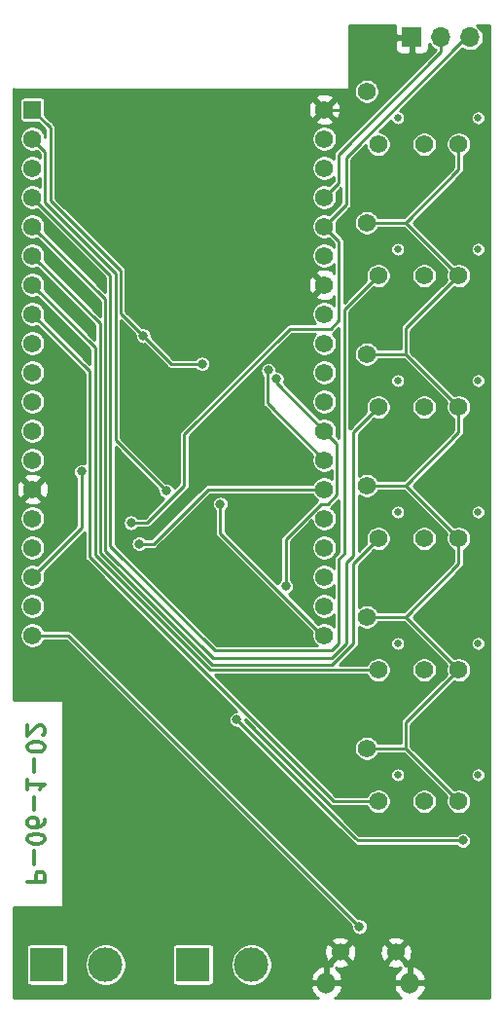
<source format=gbr>
%TF.GenerationSoftware,KiCad,Pcbnew,(5.1.10)-1*%
%TF.CreationDate,2021-10-16T09:54:26+02:00*%
%TF.ProjectId,Teleinfo,54656c65-696e-4666-9f2e-6b696361645f,rev?*%
%TF.SameCoordinates,Original*%
%TF.FileFunction,Copper,L2,Bot*%
%TF.FilePolarity,Positive*%
%FSLAX46Y46*%
G04 Gerber Fmt 4.6, Leading zero omitted, Abs format (unit mm)*
G04 Created by KiCad (PCBNEW (5.1.10)-1) date 2021-10-16 09:54:26*
%MOMM*%
%LPD*%
G01*
G04 APERTURE LIST*
%TA.AperFunction,NonConductor*%
%ADD10C,0.300000*%
%TD*%
%TA.AperFunction,ComponentPad*%
%ADD11C,1.560000*%
%TD*%
%TA.AperFunction,ComponentPad*%
%ADD12R,1.560000X1.560000*%
%TD*%
%TA.AperFunction,ComponentPad*%
%ADD13C,0.650000*%
%TD*%
%TA.AperFunction,ComponentPad*%
%ADD14C,1.524000*%
%TD*%
%TA.AperFunction,ComponentPad*%
%ADD15O,1.524000X1.862000*%
%TD*%
%TA.AperFunction,ComponentPad*%
%ADD16O,1.700000X1.700000*%
%TD*%
%TA.AperFunction,ComponentPad*%
%ADD17R,1.700000X1.700000*%
%TD*%
%TA.AperFunction,ComponentPad*%
%ADD18C,3.000000*%
%TD*%
%TA.AperFunction,ComponentPad*%
%ADD19R,3.000000X3.000000*%
%TD*%
%TA.AperFunction,ViaPad*%
%ADD20C,0.800000*%
%TD*%
%TA.AperFunction,Conductor*%
%ADD21C,0.250000*%
%TD*%
%TA.AperFunction,Conductor*%
%ADD22C,0.254000*%
%TD*%
%TA.AperFunction,Conductor*%
%ADD23C,0.100000*%
%TD*%
G04 APERTURE END LIST*
D10*
X56725428Y-128670000D02*
X58225428Y-128670000D01*
X58225428Y-128098571D01*
X58154000Y-127955714D01*
X58082571Y-127884285D01*
X57939714Y-127812857D01*
X57725428Y-127812857D01*
X57582571Y-127884285D01*
X57511142Y-127955714D01*
X57439714Y-128098571D01*
X57439714Y-128670000D01*
X57296857Y-127170000D02*
X57296857Y-126027142D01*
X58225428Y-125027142D02*
X58225428Y-124884285D01*
X58154000Y-124741428D01*
X58082571Y-124670000D01*
X57939714Y-124598571D01*
X57654000Y-124527142D01*
X57296857Y-124527142D01*
X57011142Y-124598571D01*
X56868285Y-124670000D01*
X56796857Y-124741428D01*
X56725428Y-124884285D01*
X56725428Y-125027142D01*
X56796857Y-125170000D01*
X56868285Y-125241428D01*
X57011142Y-125312857D01*
X57296857Y-125384285D01*
X57654000Y-125384285D01*
X57939714Y-125312857D01*
X58082571Y-125241428D01*
X58154000Y-125170000D01*
X58225428Y-125027142D01*
X58225428Y-123241428D02*
X58225428Y-123527142D01*
X58154000Y-123670000D01*
X58082571Y-123741428D01*
X57868285Y-123884285D01*
X57582571Y-123955714D01*
X57011142Y-123955714D01*
X56868285Y-123884285D01*
X56796857Y-123812857D01*
X56725428Y-123670000D01*
X56725428Y-123384285D01*
X56796857Y-123241428D01*
X56868285Y-123170000D01*
X57011142Y-123098571D01*
X57368285Y-123098571D01*
X57511142Y-123170000D01*
X57582571Y-123241428D01*
X57654000Y-123384285D01*
X57654000Y-123670000D01*
X57582571Y-123812857D01*
X57511142Y-123884285D01*
X57368285Y-123955714D01*
X57296857Y-122455714D02*
X57296857Y-121312857D01*
X56725428Y-119812857D02*
X56725428Y-120670000D01*
X56725428Y-120241428D02*
X58225428Y-120241428D01*
X58011142Y-120384285D01*
X57868285Y-120527142D01*
X57796857Y-120670000D01*
X57296857Y-119170000D02*
X57296857Y-118027142D01*
X58225428Y-117027142D02*
X58225428Y-116884285D01*
X58154000Y-116741428D01*
X58082571Y-116670000D01*
X57939714Y-116598571D01*
X57654000Y-116527142D01*
X57296857Y-116527142D01*
X57011142Y-116598571D01*
X56868285Y-116670000D01*
X56796857Y-116741428D01*
X56725428Y-116884285D01*
X56725428Y-117027142D01*
X56796857Y-117170000D01*
X56868285Y-117241428D01*
X57011142Y-117312857D01*
X57296857Y-117384285D01*
X57654000Y-117384285D01*
X57939714Y-117312857D01*
X58082571Y-117241428D01*
X58154000Y-117170000D01*
X58225428Y-117027142D01*
X58082571Y-115955714D02*
X58154000Y-115884285D01*
X58225428Y-115741428D01*
X58225428Y-115384285D01*
X58154000Y-115241428D01*
X58082571Y-115170000D01*
X57939714Y-115098571D01*
X57796857Y-115098571D01*
X57582571Y-115170000D01*
X56725428Y-116027142D01*
X56725428Y-115098571D01*
D11*
%TO.P,U103,38*%
%TO.N,CLK*%
X82550000Y-107240000D03*
%TO.P,U103,37*%
%TO.N,SD0*%
X82550000Y-104700000D03*
%TO.P,U103,36*%
%TO.N,SD1*%
X82550000Y-102160000D03*
%TO.P,U103,35*%
%TO.N,IO15*%
X82550000Y-99620000D03*
%TO.P,U103,34*%
%TO.N,IO2*%
X82550000Y-97080000D03*
%TO.P,U103,33*%
%TO.N,IO0*%
X82550000Y-94540000D03*
%TO.P,U103,32*%
%TO.N,IO4*%
X82550000Y-92000000D03*
%TO.P,U103,31*%
%TO.N,IO16*%
X82550000Y-89460000D03*
%TO.P,U103,30*%
%TO.N,IO17*%
X82550000Y-86920000D03*
%TO.P,U103,29*%
%TO.N,IO5*%
X82550000Y-84380000D03*
%TO.P,U103,28*%
%TO.N,IO18*%
X82550000Y-81840000D03*
%TO.P,U103,27*%
%TO.N,IO19*%
X82550000Y-79300000D03*
%TO.P,U103,26*%
%TO.N,GND*%
X82550000Y-76760000D03*
%TO.P,U103,25*%
%TO.N,IO21*%
X82550000Y-74220000D03*
%TO.P,U103,24*%
%TO.N,IO3*%
X82550000Y-71680000D03*
%TO.P,U103,23*%
%TO.N,IO1*%
X82550000Y-69140000D03*
%TO.P,U103,22*%
%TO.N,IO22*%
X82550000Y-66600000D03*
%TO.P,U103,21*%
%TO.N,IO23*%
X82550000Y-64060000D03*
%TO.P,U103,20*%
%TO.N,GND*%
X82550000Y-61520000D03*
%TO.P,U103,18*%
%TO.N,CMD*%
X57150000Y-104700000D03*
%TO.P,U103,17*%
%TO.N,SD3*%
X57150000Y-102160000D03*
%TO.P,U103,16*%
%TO.N,SD2*%
X57150000Y-99620000D03*
%TO.P,U103,15*%
%TO.N,IO13*%
X57150000Y-97080000D03*
%TO.P,U103,14*%
%TO.N,GND*%
X57150000Y-94540000D03*
%TO.P,U103,13*%
%TO.N,IO12*%
X57150000Y-92000000D03*
%TO.P,U103,12*%
%TO.N,IO14*%
X57150000Y-89460000D03*
%TO.P,U103,11*%
%TO.N,IO27*%
X57150000Y-86920000D03*
%TO.P,U103,10*%
%TO.N,IO26*%
X57150000Y-84380000D03*
%TO.P,U103,9*%
%TO.N,IO25*%
X57150000Y-81840000D03*
%TO.P,U103,8*%
%TO.N,IO33*%
X57150000Y-79300000D03*
%TO.P,U103,7*%
%TO.N,IO32*%
X57150000Y-76760000D03*
%TO.P,U103,6*%
%TO.N,IO35*%
X57150000Y-74220000D03*
%TO.P,U103,5*%
%TO.N,IO34*%
X57150000Y-71680000D03*
%TO.P,U103,4*%
%TO.N,IO39*%
X57150000Y-69140000D03*
%TO.P,U103,3*%
%TO.N,IO36*%
X57150000Y-66600000D03*
%TO.P,U103,19*%
%TO.N,+5V*%
X57150000Y-107240000D03*
%TO.P,U103,2*%
%TO.N,EN*%
X57150000Y-64060000D03*
D12*
%TO.P,U103,1*%
%TO.N,+3V3*%
X57150000Y-61520000D03*
%TD*%
D11*
%TO.P,J301,2*%
%TO.N,/Sheet6120A21B/currentRef*%
X94240000Y-64530000D03*
%TO.P,J301,3*%
%TO.N,N/C*%
X91240000Y-64530000D03*
%TO.P,J301,4*%
%TO.N,IO36*%
X87240000Y-64530000D03*
%TO.P,J301,5*%
%TO.N,/Sheet6120A21B/currentRef*%
X86240000Y-59930000D03*
D13*
%TO.P,J301,MH1*%
%TO.N,N/C*%
X95940000Y-62230000D03*
%TO.P,J301,MH2*%
X88940000Y-62230000D03*
%TD*%
D11*
%TO.P,J306,2*%
%TO.N,/Sheet6120A21B/currentRef*%
X94240000Y-121680000D03*
%TO.P,J306,3*%
%TO.N,N/C*%
X91240000Y-121680000D03*
%TO.P,J306,4*%
%TO.N,IO33*%
X87240000Y-121680000D03*
%TO.P,J306,5*%
%TO.N,/Sheet6120A21B/currentRef*%
X86240000Y-117080000D03*
D13*
%TO.P,J306,MH1*%
%TO.N,N/C*%
X95940000Y-119380000D03*
%TO.P,J306,MH2*%
X88940000Y-119380000D03*
%TD*%
D11*
%TO.P,J305,2*%
%TO.N,/Sheet6120A21B/currentRef*%
X94240000Y-110250000D03*
%TO.P,J305,3*%
%TO.N,N/C*%
X91240000Y-110250000D03*
%TO.P,J305,4*%
%TO.N,IO32*%
X87240000Y-110250000D03*
%TO.P,J305,5*%
%TO.N,/Sheet6120A21B/currentRef*%
X86240000Y-105650000D03*
D13*
%TO.P,J305,MH1*%
%TO.N,N/C*%
X95940000Y-107950000D03*
%TO.P,J305,MH2*%
X88940000Y-107950000D03*
%TD*%
D11*
%TO.P,J304,2*%
%TO.N,/Sheet6120A21B/currentRef*%
X94240000Y-98820000D03*
%TO.P,J304,3*%
%TO.N,N/C*%
X91240000Y-98820000D03*
%TO.P,J304,4*%
%TO.N,IO35*%
X87240000Y-98820000D03*
%TO.P,J304,5*%
%TO.N,/Sheet6120A21B/currentRef*%
X86240000Y-94220000D03*
D13*
%TO.P,J304,MH1*%
%TO.N,N/C*%
X95940000Y-96520000D03*
%TO.P,J304,MH2*%
X88940000Y-96520000D03*
%TD*%
D11*
%TO.P,J303,2*%
%TO.N,/Sheet6120A21B/currentRef*%
X94240000Y-87390000D03*
%TO.P,J303,3*%
%TO.N,N/C*%
X91240000Y-87390000D03*
%TO.P,J303,4*%
%TO.N,IO34*%
X87240000Y-87390000D03*
%TO.P,J303,5*%
%TO.N,/Sheet6120A21B/currentRef*%
X86240000Y-82790000D03*
D13*
%TO.P,J303,MH1*%
%TO.N,N/C*%
X95940000Y-85090000D03*
%TO.P,J303,MH2*%
X88940000Y-85090000D03*
%TD*%
D11*
%TO.P,J302,2*%
%TO.N,/Sheet6120A21B/currentRef*%
X94240000Y-75960000D03*
%TO.P,J302,3*%
%TO.N,N/C*%
X91240000Y-75960000D03*
%TO.P,J302,4*%
%TO.N,IO39*%
X87240000Y-75960000D03*
%TO.P,J302,5*%
%TO.N,/Sheet6120A21B/currentRef*%
X86240000Y-71360000D03*
D13*
%TO.P,J302,MH1*%
%TO.N,N/C*%
X95940000Y-73660000D03*
%TO.P,J302,MH2*%
X88940000Y-73660000D03*
%TD*%
D14*
%TO.P,J101,6*%
%TO.N,GND*%
X88785000Y-134823000D03*
X83935000Y-134823000D03*
D15*
X89985000Y-137473000D03*
X82735000Y-137473000D03*
%TD*%
D16*
%TO.P,J102,3*%
%TO.N,IO3*%
X95250000Y-55245000D03*
%TO.P,J102,2*%
%TO.N,IO1*%
X92710000Y-55245000D03*
D17*
%TO.P,J102,1*%
%TO.N,GND*%
X90170000Y-55245000D03*
%TD*%
D18*
%TO.P,J202,2*%
%TO.N,Net-(D202-Pad2)*%
X76200000Y-135890000D03*
D19*
%TO.P,J202,1*%
%TO.N,Net-(J202-Pad1)*%
X71120000Y-135890000D03*
%TD*%
D18*
%TO.P,J201,2*%
%TO.N,Net-(D201-Pad2)*%
X63500000Y-135890000D03*
D19*
%TO.P,J201,1*%
%TO.N,Net-(J201-Pad1)*%
X58420000Y-135890000D03*
%TD*%
D20*
%TO.N,GND*%
X72390000Y-91440000D03*
X69215000Y-108585000D03*
X65405000Y-106680000D03*
X64770000Y-116840000D03*
X59690000Y-111125000D03*
X92075000Y-115570000D03*
X88900000Y-123190000D03*
X73660000Y-114554000D03*
X76835000Y-118745000D03*
X69215000Y-90170000D03*
X71120000Y-98425000D03*
X75946000Y-95504000D03*
X79375000Y-112395000D03*
X66040000Y-71755000D03*
X72390000Y-71755000D03*
X72390000Y-65405000D03*
X66040000Y-65405000D03*
X66040000Y-68580000D03*
X69215000Y-65405000D03*
X72390000Y-68580000D03*
X69215000Y-71755000D03*
X90170000Y-100965000D03*
X80899000Y-104140000D03*
%TO.N,EN*%
X68807100Y-94673700D03*
%TO.N,CLK*%
X73491400Y-95831100D03*
%TO.N,IO0*%
X66439700Y-99286000D03*
%TO.N,IO4*%
X77677600Y-84194500D03*
%TO.N,IO16*%
X79182300Y-102984100D03*
X78372400Y-84934800D03*
%TO.N,IO3*%
X65749400Y-97454500D03*
%TO.N,SD3*%
X61411200Y-92992200D03*
%TO.N,+3V3*%
X71910400Y-83645000D03*
X66787300Y-81195500D03*
X74930000Y-114577500D03*
X94615000Y-125095000D03*
%TO.N,+5V*%
X85598000Y-132588000D03*
%TD*%
D21*
%TO.N,GND*%
X90170000Y-57635402D02*
X90170000Y-55245000D01*
X86285402Y-61520000D02*
X90170000Y-57635402D01*
X82550000Y-61520000D02*
X86285402Y-61520000D01*
%TO.N,EN*%
X58255001Y-65165001D02*
X58255001Y-69608591D01*
X57150000Y-64060000D02*
X58255001Y-65165001D01*
X58255001Y-69608591D02*
X64386251Y-75739841D01*
X64386251Y-90252851D02*
X68807100Y-94673700D01*
X64386251Y-75739841D02*
X64386251Y-90252851D01*
%TO.N,CLK*%
X82550000Y-107240000D02*
X82367800Y-107240000D01*
X82367800Y-107240000D02*
X73491400Y-98363600D01*
X73491400Y-98363600D02*
X73491400Y-95831100D01*
%TO.N,IO0*%
X82550000Y-94540000D02*
X72414000Y-94540000D01*
X72414000Y-94540000D02*
X67668000Y-99286000D01*
X67668000Y-99286000D02*
X66439700Y-99286000D01*
%TO.N,IO4*%
X82550000Y-92000000D02*
X77626800Y-87076800D01*
X77626800Y-87076800D02*
X77626800Y-84245300D01*
X77626800Y-84245300D02*
X77677600Y-84194500D01*
%TO.N,IO16*%
X82550000Y-89460000D02*
X83657900Y-90567900D01*
X83657900Y-90567900D02*
X83657900Y-95006600D01*
X83657900Y-95006600D02*
X82854500Y-95810000D01*
X82854500Y-95810000D02*
X82237700Y-95810000D01*
X82237700Y-95810000D02*
X79182300Y-98865400D01*
X79182300Y-98865400D02*
X79182300Y-102984100D01*
X78372400Y-84934800D02*
X78372400Y-85282400D01*
X78372400Y-85282400D02*
X82550000Y-89460000D01*
%TO.N,IO3*%
X79533400Y-80570000D02*
X70363800Y-89739600D01*
X70363800Y-89739600D02*
X70363800Y-94211600D01*
X70363800Y-94211600D02*
X67120900Y-97454500D01*
X67120900Y-97454500D02*
X65749400Y-97454500D01*
X82550000Y-71680000D02*
X83820000Y-72950000D01*
X83820000Y-79860000D02*
X83110000Y-80570000D01*
X83820000Y-72950000D02*
X83820000Y-79860000D01*
X83110000Y-80570000D02*
X79533400Y-80570000D01*
X94889598Y-55245000D02*
X84455000Y-65679598D01*
X95250000Y-55245000D02*
X94889598Y-55245000D01*
X84455000Y-69775000D02*
X82550000Y-71680000D01*
X84455000Y-65679598D02*
X84455000Y-69775000D01*
%TO.N,IO1*%
X83782500Y-67907500D02*
X82550000Y-69140000D01*
X83782500Y-65442500D02*
X83782500Y-67907500D01*
X92710000Y-56515000D02*
X83782500Y-65442500D01*
X92710000Y-55245000D02*
X92710000Y-56515000D01*
%TO.N,SD3*%
X57150000Y-102160000D02*
X61411200Y-97898800D01*
X61411200Y-97898800D02*
X61411200Y-92992200D01*
%TO.N,IO33*%
X62136201Y-84286201D02*
X57150000Y-79300000D01*
X83383002Y-121680000D02*
X62136201Y-100433199D01*
X87240000Y-121680000D02*
X83383002Y-121680000D01*
X62136201Y-100433199D02*
X62136201Y-84286201D01*
%TO.N,IO32*%
X72589412Y-110250000D02*
X62586211Y-100246799D01*
X87240000Y-110250000D02*
X72589412Y-110250000D01*
X62586211Y-100246799D02*
X62586211Y-82196211D01*
X62586211Y-82196211D02*
X57150000Y-76760000D01*
%TO.N,IO35*%
X85090000Y-100970000D02*
X87240000Y-98820000D01*
X85090000Y-107953004D02*
X85090000Y-100970000D01*
X83243014Y-109799990D02*
X85090000Y-107953004D01*
X72775812Y-109799990D02*
X83243014Y-109799990D01*
X63036221Y-100060399D02*
X72775812Y-109799990D01*
X63036221Y-80106221D02*
X63036221Y-100060399D01*
X57150000Y-74220000D02*
X63036221Y-80106221D01*
%TO.N,IO34*%
X63486231Y-78016231D02*
X57150000Y-71680000D01*
X63486231Y-99873999D02*
X63486231Y-78016231D01*
X72832232Y-109220000D02*
X63486231Y-99873999D01*
X84270009Y-108136401D02*
X83186410Y-109220000D01*
X85090000Y-100333590D02*
X84455000Y-100968590D01*
X83186410Y-109220000D02*
X72832232Y-109220000D01*
X84455000Y-107950000D02*
X84270010Y-108134990D01*
X84455000Y-100968590D02*
X84455000Y-107950000D01*
X85090000Y-89540000D02*
X85090000Y-100333590D01*
X84270010Y-108134990D02*
X84270009Y-108136401D01*
X87240000Y-87390000D02*
X85090000Y-89540000D01*
%TO.N,+3V3*%
X66787300Y-81195500D02*
X69236800Y-83645000D01*
X69236800Y-83645000D02*
X71910400Y-83645000D01*
X66787300Y-81195500D02*
X64836261Y-79244461D01*
X64836261Y-79244461D02*
X64836260Y-75553440D01*
X58705011Y-69422191D02*
X58705011Y-63075011D01*
X64836260Y-75553440D02*
X58705011Y-69422191D01*
X58705011Y-63075011D02*
X58457500Y-62827500D01*
X57150000Y-61520000D02*
X58457500Y-62827500D01*
X85447500Y-125095000D02*
X85268750Y-124916250D01*
X94615000Y-125095000D02*
X85447500Y-125095000D01*
X85268750Y-124916250D02*
X74930000Y-114577500D01*
%TO.N,+5V*%
X60250000Y-107240000D02*
X57150000Y-107240000D01*
X85598000Y-132588000D02*
X60250000Y-107240000D01*
%TO.N,/Sheet6120A21B/currentRef*%
X94240000Y-75960000D02*
X89640000Y-80560000D01*
X89640000Y-80560000D02*
X89640000Y-82790000D01*
X89640000Y-82790000D02*
X86240000Y-82790000D01*
X94240000Y-87390000D02*
X89640000Y-82790000D01*
X89640000Y-71360000D02*
X94240000Y-75960000D01*
X94240000Y-87390000D02*
X94240000Y-89620000D01*
X94240000Y-89620000D02*
X89640000Y-94220000D01*
X94240000Y-110250000D02*
X89640000Y-114850000D01*
X89640000Y-114850000D02*
X89640000Y-117080000D01*
X89640000Y-117080000D02*
X86240000Y-117080000D01*
X94240000Y-121680000D02*
X89640000Y-117080000D01*
X94240000Y-110250000D02*
X89640000Y-105650000D01*
X89640000Y-105650000D02*
X86240000Y-105650000D01*
X94240000Y-98820000D02*
X94240000Y-101050000D01*
X94240000Y-101050000D02*
X89640000Y-105650000D01*
X89640000Y-94220000D02*
X86240000Y-94220000D01*
X94240000Y-98820000D02*
X89640000Y-94220000D01*
X86240000Y-71360000D02*
X89640000Y-71360000D01*
X89640000Y-71360000D02*
X94240000Y-66760000D01*
X94240000Y-66760000D02*
X94240000Y-64530000D01*
%TO.N,IO39*%
X63936241Y-75926241D02*
X57150000Y-69140000D01*
X73025000Y-108585000D02*
X63936241Y-99496241D01*
X83185000Y-108585000D02*
X73025000Y-108585000D01*
X83820000Y-107950000D02*
X83185000Y-108585000D01*
X83820000Y-100595020D02*
X83820000Y-107950000D01*
X84270010Y-100145010D02*
X83820000Y-100595020D01*
X63936241Y-99496241D02*
X63936241Y-75926241D01*
X84270010Y-78929990D02*
X84270010Y-100145010D01*
X87240000Y-75960000D02*
X84270010Y-78929990D01*
%TD*%
D22*
%TO.N,GND*%
X88694188Y-54270518D02*
X88681928Y-54395000D01*
X88685000Y-54959250D01*
X88843750Y-55118000D01*
X90043000Y-55118000D01*
X90043000Y-55098000D01*
X90297000Y-55098000D01*
X90297000Y-55118000D01*
X90317000Y-55118000D01*
X90317000Y-55372000D01*
X90297000Y-55372000D01*
X90297000Y-56571250D01*
X90455750Y-56730000D01*
X91020000Y-56733072D01*
X91144482Y-56720812D01*
X91264180Y-56684502D01*
X91374494Y-56625537D01*
X91471185Y-56546185D01*
X91550537Y-56449494D01*
X91609502Y-56339180D01*
X91645812Y-56219482D01*
X91658072Y-56095000D01*
X91656340Y-55776890D01*
X91666956Y-55802519D01*
X91795764Y-55995294D01*
X91959706Y-56159236D01*
X92152481Y-56288044D01*
X92255189Y-56330587D01*
X83478600Y-65107177D01*
X83461341Y-65121341D01*
X83404857Y-65190168D01*
X83370948Y-65253608D01*
X83362886Y-65268691D01*
X83337040Y-65353893D01*
X83328313Y-65442500D01*
X83330500Y-65464705D01*
X83330500Y-65814966D01*
X83255671Y-65740137D01*
X83074361Y-65618990D01*
X82872900Y-65535542D01*
X82659030Y-65493000D01*
X82440970Y-65493000D01*
X82227100Y-65535542D01*
X82025639Y-65618990D01*
X81844329Y-65740137D01*
X81690137Y-65894329D01*
X81568990Y-66075639D01*
X81485542Y-66277100D01*
X81443000Y-66490970D01*
X81443000Y-66709030D01*
X81485542Y-66922900D01*
X81568990Y-67124361D01*
X81690137Y-67305671D01*
X81844329Y-67459863D01*
X82025639Y-67581010D01*
X82227100Y-67664458D01*
X82440970Y-67707000D01*
X82659030Y-67707000D01*
X82872900Y-67664458D01*
X83074361Y-67581010D01*
X83255671Y-67459863D01*
X83330501Y-67385033D01*
X83330501Y-67720274D01*
X82945261Y-68105515D01*
X82872900Y-68075542D01*
X82659030Y-68033000D01*
X82440970Y-68033000D01*
X82227100Y-68075542D01*
X82025639Y-68158990D01*
X81844329Y-68280137D01*
X81690137Y-68434329D01*
X81568990Y-68615639D01*
X81485542Y-68817100D01*
X81443000Y-69030970D01*
X81443000Y-69249030D01*
X81485542Y-69462900D01*
X81568990Y-69664361D01*
X81690137Y-69845671D01*
X81844329Y-69999863D01*
X82025639Y-70121010D01*
X82227100Y-70204458D01*
X82440970Y-70247000D01*
X82659030Y-70247000D01*
X82872900Y-70204458D01*
X83074361Y-70121010D01*
X83255671Y-69999863D01*
X83409863Y-69845671D01*
X83531010Y-69664361D01*
X83614458Y-69462900D01*
X83657000Y-69249030D01*
X83657000Y-69030970D01*
X83614458Y-68817100D01*
X83584485Y-68744739D01*
X84003001Y-68326224D01*
X84003001Y-69587775D01*
X82945261Y-70645515D01*
X82872900Y-70615542D01*
X82659030Y-70573000D01*
X82440970Y-70573000D01*
X82227100Y-70615542D01*
X82025639Y-70698990D01*
X81844329Y-70820137D01*
X81690137Y-70974329D01*
X81568990Y-71155639D01*
X81485542Y-71357100D01*
X81443000Y-71570970D01*
X81443000Y-71789030D01*
X81485542Y-72002900D01*
X81568990Y-72204361D01*
X81690137Y-72385671D01*
X81844329Y-72539863D01*
X82025639Y-72661010D01*
X82227100Y-72744458D01*
X82440970Y-72787000D01*
X82659030Y-72787000D01*
X82872900Y-72744458D01*
X82945261Y-72714485D01*
X83368000Y-73137225D01*
X83368000Y-73472466D01*
X83255671Y-73360137D01*
X83074361Y-73238990D01*
X82872900Y-73155542D01*
X82659030Y-73113000D01*
X82440970Y-73113000D01*
X82227100Y-73155542D01*
X82025639Y-73238990D01*
X81844329Y-73360137D01*
X81690137Y-73514329D01*
X81568990Y-73695639D01*
X81485542Y-73897100D01*
X81443000Y-74110970D01*
X81443000Y-74329030D01*
X81485542Y-74542900D01*
X81568990Y-74744361D01*
X81690137Y-74925671D01*
X81844329Y-75079863D01*
X82025639Y-75201010D01*
X82227100Y-75284458D01*
X82440970Y-75327000D01*
X82659030Y-75327000D01*
X82872900Y-75284458D01*
X83074361Y-75201010D01*
X83255671Y-75079863D01*
X83368000Y-74967534D01*
X83368000Y-75762392D01*
X83348815Y-75781577D01*
X83279655Y-75539651D01*
X83027557Y-75420752D01*
X82757106Y-75353319D01*
X82478697Y-75339943D01*
X82203028Y-75381140D01*
X81940692Y-75475325D01*
X81820345Y-75539651D01*
X81751184Y-75781579D01*
X82550000Y-76580395D01*
X82564143Y-76566253D01*
X82743748Y-76745858D01*
X82729605Y-76760000D01*
X82743748Y-76774143D01*
X82564143Y-76953748D01*
X82550000Y-76939605D01*
X81751184Y-77738421D01*
X81820345Y-77980349D01*
X82072443Y-78099248D01*
X82342894Y-78166681D01*
X82621303Y-78180057D01*
X82896972Y-78138860D01*
X83159308Y-78044675D01*
X83279655Y-77980349D01*
X83348815Y-77738423D01*
X83368001Y-77757609D01*
X83368001Y-78552467D01*
X83255671Y-78440137D01*
X83074361Y-78318990D01*
X82872900Y-78235542D01*
X82659030Y-78193000D01*
X82440970Y-78193000D01*
X82227100Y-78235542D01*
X82025639Y-78318990D01*
X81844329Y-78440137D01*
X81690137Y-78594329D01*
X81568990Y-78775639D01*
X81485542Y-78977100D01*
X81443000Y-79190970D01*
X81443000Y-79409030D01*
X81485542Y-79622900D01*
X81568990Y-79824361D01*
X81690137Y-80005671D01*
X81802466Y-80118000D01*
X79555605Y-80118000D01*
X79533400Y-80115813D01*
X79444792Y-80124540D01*
X79359590Y-80150386D01*
X79281067Y-80192357D01*
X79212241Y-80248841D01*
X79198081Y-80266095D01*
X70059900Y-89404277D01*
X70042641Y-89418441D01*
X69986157Y-89487268D01*
X69953371Y-89548607D01*
X69944186Y-89565791D01*
X69918340Y-89650993D01*
X69909613Y-89739600D01*
X69911800Y-89761805D01*
X69911801Y-94024374D01*
X69496898Y-94439277D01*
X69451359Y-94329336D01*
X69371798Y-94210264D01*
X69270536Y-94109002D01*
X69151464Y-94029441D01*
X69019158Y-93974638D01*
X68878703Y-93946700D01*
X68735497Y-93946700D01*
X68722007Y-93949383D01*
X64838251Y-90065628D01*
X64838251Y-79885674D01*
X66062983Y-81110407D01*
X66060300Y-81123897D01*
X66060300Y-81267103D01*
X66088238Y-81407558D01*
X66143041Y-81539864D01*
X66222602Y-81658936D01*
X66323864Y-81760198D01*
X66442936Y-81839759D01*
X66575242Y-81894562D01*
X66715697Y-81922500D01*
X66858903Y-81922500D01*
X66872393Y-81919817D01*
X68901486Y-83948911D01*
X68915641Y-83966159D01*
X68984467Y-84022643D01*
X69005466Y-84033867D01*
X69062990Y-84064614D01*
X69148192Y-84090460D01*
X69236799Y-84099187D01*
X69259004Y-84097000D01*
X71338061Y-84097000D01*
X71345702Y-84108436D01*
X71446964Y-84209698D01*
X71566036Y-84289259D01*
X71698342Y-84344062D01*
X71838797Y-84372000D01*
X71982003Y-84372000D01*
X72122458Y-84344062D01*
X72254764Y-84289259D01*
X72373836Y-84209698D01*
X72475098Y-84108436D01*
X72554659Y-83989364D01*
X72609462Y-83857058D01*
X72637400Y-83716603D01*
X72637400Y-83573397D01*
X72609462Y-83432942D01*
X72554659Y-83300636D01*
X72475098Y-83181564D01*
X72373836Y-83080302D01*
X72254764Y-83000741D01*
X72122458Y-82945938D01*
X71982003Y-82918000D01*
X71838797Y-82918000D01*
X71698342Y-82945938D01*
X71566036Y-83000741D01*
X71446964Y-83080302D01*
X71345702Y-83181564D01*
X71338061Y-83193000D01*
X69424025Y-83193000D01*
X67511617Y-81280593D01*
X67514300Y-81267103D01*
X67514300Y-81123897D01*
X67486362Y-80983442D01*
X67431559Y-80851136D01*
X67351998Y-80732064D01*
X67250736Y-80630802D01*
X67131664Y-80551241D01*
X66999358Y-80496438D01*
X66858903Y-80468500D01*
X66715697Y-80468500D01*
X66702207Y-80471183D01*
X65288261Y-79057238D01*
X65288260Y-76831303D01*
X81129943Y-76831303D01*
X81171140Y-77106972D01*
X81265325Y-77369308D01*
X81329651Y-77489655D01*
X81571579Y-77558816D01*
X82370395Y-76760000D01*
X81571579Y-75961184D01*
X81329651Y-76030345D01*
X81210752Y-76282443D01*
X81143319Y-76552894D01*
X81129943Y-76831303D01*
X65288260Y-76831303D01*
X65288259Y-75575652D01*
X65290447Y-75553439D01*
X65281719Y-75464832D01*
X65255873Y-75379629D01*
X65213902Y-75301106D01*
X65171573Y-75249528D01*
X65171569Y-75249524D01*
X65157418Y-75232281D01*
X65140175Y-75218130D01*
X59157011Y-69234968D01*
X59157011Y-63950970D01*
X81443000Y-63950970D01*
X81443000Y-64169030D01*
X81485542Y-64382900D01*
X81568990Y-64584361D01*
X81690137Y-64765671D01*
X81844329Y-64919863D01*
X82025639Y-65041010D01*
X82227100Y-65124458D01*
X82440970Y-65167000D01*
X82659030Y-65167000D01*
X82872900Y-65124458D01*
X83074361Y-65041010D01*
X83255671Y-64919863D01*
X83409863Y-64765671D01*
X83531010Y-64584361D01*
X83614458Y-64382900D01*
X83657000Y-64169030D01*
X83657000Y-63950970D01*
X83614458Y-63737100D01*
X83531010Y-63535639D01*
X83409863Y-63354329D01*
X83255671Y-63200137D01*
X83074361Y-63078990D01*
X82872900Y-62995542D01*
X82659030Y-62953000D01*
X82440970Y-62953000D01*
X82227100Y-62995542D01*
X82025639Y-63078990D01*
X81844329Y-63200137D01*
X81690137Y-63354329D01*
X81568990Y-63535639D01*
X81485542Y-63737100D01*
X81443000Y-63950970D01*
X59157011Y-63950970D01*
X59157011Y-63097215D01*
X59159198Y-63075010D01*
X59150471Y-62986403D01*
X59140338Y-62953000D01*
X59124625Y-62901201D01*
X59082654Y-62822678D01*
X59026170Y-62753852D01*
X59008915Y-62739692D01*
X58792822Y-62523599D01*
X58792813Y-62523588D01*
X58767646Y-62498421D01*
X81751184Y-62498421D01*
X81820345Y-62740349D01*
X82072443Y-62859248D01*
X82342894Y-62926681D01*
X82621303Y-62940057D01*
X82896972Y-62898860D01*
X83159308Y-62804675D01*
X83279655Y-62740349D01*
X83348816Y-62498421D01*
X82550000Y-61699605D01*
X81751184Y-62498421D01*
X58767646Y-62498421D01*
X58258582Y-61989358D01*
X58258582Y-61591303D01*
X81129943Y-61591303D01*
X81171140Y-61866972D01*
X81265325Y-62129308D01*
X81329651Y-62249655D01*
X81571579Y-62318816D01*
X82370395Y-61520000D01*
X82729605Y-61520000D01*
X83528421Y-62318816D01*
X83770349Y-62249655D01*
X83889248Y-61997557D01*
X83956681Y-61727106D01*
X83970057Y-61448697D01*
X83928860Y-61173028D01*
X83834675Y-60910692D01*
X83770349Y-60790345D01*
X83528421Y-60721184D01*
X82729605Y-61520000D01*
X82370395Y-61520000D01*
X81571579Y-60721184D01*
X81329651Y-60790345D01*
X81210752Y-61042443D01*
X81143319Y-61312894D01*
X81129943Y-61591303D01*
X58258582Y-61591303D01*
X58258582Y-60740000D01*
X58252268Y-60675897D01*
X58233570Y-60614257D01*
X58203206Y-60557450D01*
X58190182Y-60541579D01*
X81751184Y-60541579D01*
X82550000Y-61340395D01*
X83348816Y-60541579D01*
X83279655Y-60299651D01*
X83027557Y-60180752D01*
X82757106Y-60113319D01*
X82478697Y-60099943D01*
X82203028Y-60141140D01*
X81940692Y-60235325D01*
X81820345Y-60299651D01*
X81751184Y-60541579D01*
X58190182Y-60541579D01*
X58162343Y-60507657D01*
X58112550Y-60466794D01*
X58055743Y-60436430D01*
X57994103Y-60417732D01*
X57930000Y-60411418D01*
X56370000Y-60411418D01*
X56305897Y-60417732D01*
X56244257Y-60436430D01*
X56187450Y-60466794D01*
X56137657Y-60507657D01*
X56096794Y-60557450D01*
X56066430Y-60614257D01*
X56047732Y-60675897D01*
X56041418Y-60740000D01*
X56041418Y-62300000D01*
X56047732Y-62364103D01*
X56066430Y-62425743D01*
X56096794Y-62482550D01*
X56137657Y-62532343D01*
X56187450Y-62573206D01*
X56244257Y-62603570D01*
X56305897Y-62622268D01*
X56370000Y-62628582D01*
X57619358Y-62628582D01*
X58153588Y-63162813D01*
X58153599Y-63162822D01*
X58253012Y-63262235D01*
X58253012Y-63930921D01*
X58214458Y-63737100D01*
X58131010Y-63535639D01*
X58009863Y-63354329D01*
X57855671Y-63200137D01*
X57674361Y-63078990D01*
X57472900Y-62995542D01*
X57259030Y-62953000D01*
X57040970Y-62953000D01*
X56827100Y-62995542D01*
X56625639Y-63078990D01*
X56444329Y-63200137D01*
X56290137Y-63354329D01*
X56168990Y-63535639D01*
X56085542Y-63737100D01*
X56043000Y-63950970D01*
X56043000Y-64169030D01*
X56085542Y-64382900D01*
X56168990Y-64584361D01*
X56290137Y-64765671D01*
X56444329Y-64919863D01*
X56625639Y-65041010D01*
X56827100Y-65124458D01*
X57040970Y-65167000D01*
X57259030Y-65167000D01*
X57472900Y-65124458D01*
X57545261Y-65094485D01*
X57803001Y-65352226D01*
X57803001Y-65704944D01*
X57674361Y-65618990D01*
X57472900Y-65535542D01*
X57259030Y-65493000D01*
X57040970Y-65493000D01*
X56827100Y-65535542D01*
X56625639Y-65618990D01*
X56444329Y-65740137D01*
X56290137Y-65894329D01*
X56168990Y-66075639D01*
X56085542Y-66277100D01*
X56043000Y-66490970D01*
X56043000Y-66709030D01*
X56085542Y-66922900D01*
X56168990Y-67124361D01*
X56290137Y-67305671D01*
X56444329Y-67459863D01*
X56625639Y-67581010D01*
X56827100Y-67664458D01*
X57040970Y-67707000D01*
X57259030Y-67707000D01*
X57472900Y-67664458D01*
X57674361Y-67581010D01*
X57803002Y-67495055D01*
X57803002Y-68244945D01*
X57674361Y-68158990D01*
X57472900Y-68075542D01*
X57259030Y-68033000D01*
X57040970Y-68033000D01*
X56827100Y-68075542D01*
X56625639Y-68158990D01*
X56444329Y-68280137D01*
X56290137Y-68434329D01*
X56168990Y-68615639D01*
X56085542Y-68817100D01*
X56043000Y-69030970D01*
X56043000Y-69249030D01*
X56085542Y-69462900D01*
X56168990Y-69664361D01*
X56290137Y-69845671D01*
X56444329Y-69999863D01*
X56625639Y-70121010D01*
X56827100Y-70204458D01*
X57040970Y-70247000D01*
X57259030Y-70247000D01*
X57472900Y-70204458D01*
X57545262Y-70174485D01*
X63484242Y-76113467D01*
X63484242Y-77375018D01*
X58184485Y-72075262D01*
X58214458Y-72002900D01*
X58257000Y-71789030D01*
X58257000Y-71570970D01*
X58214458Y-71357100D01*
X58131010Y-71155639D01*
X58009863Y-70974329D01*
X57855671Y-70820137D01*
X57674361Y-70698990D01*
X57472900Y-70615542D01*
X57259030Y-70573000D01*
X57040970Y-70573000D01*
X56827100Y-70615542D01*
X56625639Y-70698990D01*
X56444329Y-70820137D01*
X56290137Y-70974329D01*
X56168990Y-71155639D01*
X56085542Y-71357100D01*
X56043000Y-71570970D01*
X56043000Y-71789030D01*
X56085542Y-72002900D01*
X56168990Y-72204361D01*
X56290137Y-72385671D01*
X56444329Y-72539863D01*
X56625639Y-72661010D01*
X56827100Y-72744458D01*
X57040970Y-72787000D01*
X57259030Y-72787000D01*
X57472900Y-72744458D01*
X57545262Y-72714485D01*
X63034232Y-78203456D01*
X63034232Y-79465008D01*
X58184485Y-74615262D01*
X58214458Y-74542900D01*
X58257000Y-74329030D01*
X58257000Y-74110970D01*
X58214458Y-73897100D01*
X58131010Y-73695639D01*
X58009863Y-73514329D01*
X57855671Y-73360137D01*
X57674361Y-73238990D01*
X57472900Y-73155542D01*
X57259030Y-73113000D01*
X57040970Y-73113000D01*
X56827100Y-73155542D01*
X56625639Y-73238990D01*
X56444329Y-73360137D01*
X56290137Y-73514329D01*
X56168990Y-73695639D01*
X56085542Y-73897100D01*
X56043000Y-74110970D01*
X56043000Y-74329030D01*
X56085542Y-74542900D01*
X56168990Y-74744361D01*
X56290137Y-74925671D01*
X56444329Y-75079863D01*
X56625639Y-75201010D01*
X56827100Y-75284458D01*
X57040970Y-75327000D01*
X57259030Y-75327000D01*
X57472900Y-75284458D01*
X57545262Y-75254485D01*
X62584221Y-80293445D01*
X62584221Y-81554996D01*
X58184485Y-77155262D01*
X58214458Y-77082900D01*
X58257000Y-76869030D01*
X58257000Y-76650970D01*
X58214458Y-76437100D01*
X58131010Y-76235639D01*
X58009863Y-76054329D01*
X57855671Y-75900137D01*
X57674361Y-75778990D01*
X57472900Y-75695542D01*
X57259030Y-75653000D01*
X57040970Y-75653000D01*
X56827100Y-75695542D01*
X56625639Y-75778990D01*
X56444329Y-75900137D01*
X56290137Y-76054329D01*
X56168990Y-76235639D01*
X56085542Y-76437100D01*
X56043000Y-76650970D01*
X56043000Y-76869030D01*
X56085542Y-77082900D01*
X56168990Y-77284361D01*
X56290137Y-77465671D01*
X56444329Y-77619863D01*
X56625639Y-77741010D01*
X56827100Y-77824458D01*
X57040970Y-77867000D01*
X57259030Y-77867000D01*
X57472900Y-77824458D01*
X57545262Y-77794485D01*
X62134212Y-82383437D01*
X62134212Y-83644987D01*
X58184485Y-79695262D01*
X58214458Y-79622900D01*
X58257000Y-79409030D01*
X58257000Y-79190970D01*
X58214458Y-78977100D01*
X58131010Y-78775639D01*
X58009863Y-78594329D01*
X57855671Y-78440137D01*
X57674361Y-78318990D01*
X57472900Y-78235542D01*
X57259030Y-78193000D01*
X57040970Y-78193000D01*
X56827100Y-78235542D01*
X56625639Y-78318990D01*
X56444329Y-78440137D01*
X56290137Y-78594329D01*
X56168990Y-78775639D01*
X56085542Y-78977100D01*
X56043000Y-79190970D01*
X56043000Y-79409030D01*
X56085542Y-79622900D01*
X56168990Y-79824361D01*
X56290137Y-80005671D01*
X56444329Y-80159863D01*
X56625639Y-80281010D01*
X56827100Y-80364458D01*
X57040970Y-80407000D01*
X57259030Y-80407000D01*
X57472900Y-80364458D01*
X57545262Y-80334485D01*
X61684202Y-84473427D01*
X61684202Y-92318382D01*
X61623258Y-92293138D01*
X61482803Y-92265200D01*
X61339597Y-92265200D01*
X61199142Y-92293138D01*
X61066836Y-92347941D01*
X60947764Y-92427502D01*
X60846502Y-92528764D01*
X60766941Y-92647836D01*
X60712138Y-92780142D01*
X60684200Y-92920597D01*
X60684200Y-93063803D01*
X60712138Y-93204258D01*
X60766941Y-93336564D01*
X60846502Y-93455636D01*
X60947764Y-93556898D01*
X60959201Y-93564540D01*
X60959200Y-97711576D01*
X57545262Y-101125515D01*
X57472900Y-101095542D01*
X57259030Y-101053000D01*
X57040970Y-101053000D01*
X56827100Y-101095542D01*
X56625639Y-101178990D01*
X56444329Y-101300137D01*
X56290137Y-101454329D01*
X56168990Y-101635639D01*
X56085542Y-101837100D01*
X56043000Y-102050970D01*
X56043000Y-102269030D01*
X56085542Y-102482900D01*
X56168990Y-102684361D01*
X56290137Y-102865671D01*
X56444329Y-103019863D01*
X56625639Y-103141010D01*
X56827100Y-103224458D01*
X57040970Y-103267000D01*
X57259030Y-103267000D01*
X57472900Y-103224458D01*
X57674361Y-103141010D01*
X57855671Y-103019863D01*
X58009863Y-102865671D01*
X58131010Y-102684361D01*
X58214458Y-102482900D01*
X58257000Y-102269030D01*
X58257000Y-102050970D01*
X58214458Y-101837100D01*
X58184485Y-101764738D01*
X61684201Y-98265023D01*
X61684201Y-100410994D01*
X61682014Y-100433199D01*
X61690741Y-100521806D01*
X61698983Y-100548976D01*
X61716587Y-100607008D01*
X61758558Y-100685531D01*
X61815042Y-100754358D01*
X61832301Y-100768522D01*
X74914278Y-113850500D01*
X74858397Y-113850500D01*
X74717942Y-113878438D01*
X74585636Y-113933241D01*
X74466564Y-114012802D01*
X74365302Y-114114064D01*
X74285741Y-114233136D01*
X74230938Y-114365442D01*
X74203000Y-114505897D01*
X74203000Y-114649103D01*
X74230938Y-114789558D01*
X74285741Y-114921864D01*
X74365302Y-115040936D01*
X74466564Y-115142198D01*
X74585636Y-115221759D01*
X74717942Y-115276562D01*
X74858397Y-115304500D01*
X75001603Y-115304500D01*
X75015094Y-115301817D01*
X84964838Y-125251563D01*
X84964849Y-125251572D01*
X85112177Y-125398900D01*
X85126341Y-125416159D01*
X85195167Y-125472643D01*
X85273690Y-125514614D01*
X85358892Y-125540460D01*
X85447500Y-125549187D01*
X85469705Y-125547000D01*
X94042661Y-125547000D01*
X94050302Y-125558436D01*
X94151564Y-125659698D01*
X94270636Y-125739259D01*
X94402942Y-125794062D01*
X94543397Y-125822000D01*
X94686603Y-125822000D01*
X94827058Y-125794062D01*
X94959364Y-125739259D01*
X95078436Y-125659698D01*
X95179698Y-125558436D01*
X95259259Y-125439364D01*
X95314062Y-125307058D01*
X95342000Y-125166603D01*
X95342000Y-125023397D01*
X95314062Y-124882942D01*
X95259259Y-124750636D01*
X95179698Y-124631564D01*
X95078436Y-124530302D01*
X94959364Y-124450741D01*
X94827058Y-124395938D01*
X94686603Y-124368000D01*
X94543397Y-124368000D01*
X94402942Y-124395938D01*
X94270636Y-124450741D01*
X94151564Y-124530302D01*
X94050302Y-124631564D01*
X94042661Y-124643000D01*
X85634723Y-124643000D01*
X85604072Y-124612349D01*
X85604063Y-124612338D01*
X75654317Y-114662594D01*
X75657000Y-114649103D01*
X75657000Y-114593222D01*
X83047688Y-121983911D01*
X83061843Y-122001159D01*
X83130669Y-122057643D01*
X83209190Y-122099613D01*
X83209192Y-122099614D01*
X83294394Y-122125460D01*
X83383001Y-122134187D01*
X83405206Y-122132000D01*
X86229017Y-122132000D01*
X86258990Y-122204361D01*
X86380137Y-122385671D01*
X86534329Y-122539863D01*
X86715639Y-122661010D01*
X86917100Y-122744458D01*
X87130970Y-122787000D01*
X87349030Y-122787000D01*
X87562900Y-122744458D01*
X87764361Y-122661010D01*
X87945671Y-122539863D01*
X88099863Y-122385671D01*
X88221010Y-122204361D01*
X88304458Y-122002900D01*
X88347000Y-121789030D01*
X88347000Y-121570970D01*
X90133000Y-121570970D01*
X90133000Y-121789030D01*
X90175542Y-122002900D01*
X90258990Y-122204361D01*
X90380137Y-122385671D01*
X90534329Y-122539863D01*
X90715639Y-122661010D01*
X90917100Y-122744458D01*
X91130970Y-122787000D01*
X91349030Y-122787000D01*
X91562900Y-122744458D01*
X91764361Y-122661010D01*
X91945671Y-122539863D01*
X92099863Y-122385671D01*
X92221010Y-122204361D01*
X92304458Y-122002900D01*
X92347000Y-121789030D01*
X92347000Y-121570970D01*
X92304458Y-121357100D01*
X92221010Y-121155639D01*
X92099863Y-120974329D01*
X91945671Y-120820137D01*
X91764361Y-120698990D01*
X91562900Y-120615542D01*
X91349030Y-120573000D01*
X91130970Y-120573000D01*
X90917100Y-120615542D01*
X90715639Y-120698990D01*
X90534329Y-120820137D01*
X90380137Y-120974329D01*
X90258990Y-121155639D01*
X90175542Y-121357100D01*
X90133000Y-121570970D01*
X88347000Y-121570970D01*
X88304458Y-121357100D01*
X88221010Y-121155639D01*
X88099863Y-120974329D01*
X87945671Y-120820137D01*
X87764361Y-120698990D01*
X87562900Y-120615542D01*
X87349030Y-120573000D01*
X87130970Y-120573000D01*
X86917100Y-120615542D01*
X86715639Y-120698990D01*
X86534329Y-120820137D01*
X86380137Y-120974329D01*
X86258990Y-121155639D01*
X86229017Y-121228000D01*
X83570227Y-121228000D01*
X81658011Y-119315784D01*
X88288000Y-119315784D01*
X88288000Y-119444216D01*
X88313056Y-119570181D01*
X88362205Y-119688838D01*
X88433558Y-119795626D01*
X88524374Y-119886442D01*
X88631162Y-119957795D01*
X88749819Y-120006944D01*
X88875784Y-120032000D01*
X89004216Y-120032000D01*
X89130181Y-120006944D01*
X89248838Y-119957795D01*
X89355626Y-119886442D01*
X89446442Y-119795626D01*
X89517795Y-119688838D01*
X89566944Y-119570181D01*
X89592000Y-119444216D01*
X89592000Y-119315784D01*
X89566944Y-119189819D01*
X89517795Y-119071162D01*
X89446442Y-118964374D01*
X89355626Y-118873558D01*
X89248838Y-118802205D01*
X89130181Y-118753056D01*
X89004216Y-118728000D01*
X88875784Y-118728000D01*
X88749819Y-118753056D01*
X88631162Y-118802205D01*
X88524374Y-118873558D01*
X88433558Y-118964374D01*
X88362205Y-119071162D01*
X88313056Y-119189819D01*
X88288000Y-119315784D01*
X81658011Y-119315784D01*
X73044226Y-110702000D01*
X86229017Y-110702000D01*
X86258990Y-110774361D01*
X86380137Y-110955671D01*
X86534329Y-111109863D01*
X86715639Y-111231010D01*
X86917100Y-111314458D01*
X87130970Y-111357000D01*
X87349030Y-111357000D01*
X87562900Y-111314458D01*
X87764361Y-111231010D01*
X87945671Y-111109863D01*
X88099863Y-110955671D01*
X88221010Y-110774361D01*
X88304458Y-110572900D01*
X88347000Y-110359030D01*
X88347000Y-110140970D01*
X90133000Y-110140970D01*
X90133000Y-110359030D01*
X90175542Y-110572900D01*
X90258990Y-110774361D01*
X90380137Y-110955671D01*
X90534329Y-111109863D01*
X90715639Y-111231010D01*
X90917100Y-111314458D01*
X91130970Y-111357000D01*
X91349030Y-111357000D01*
X91562900Y-111314458D01*
X91764361Y-111231010D01*
X91945671Y-111109863D01*
X92099863Y-110955671D01*
X92221010Y-110774361D01*
X92304458Y-110572900D01*
X92347000Y-110359030D01*
X92347000Y-110140970D01*
X92304458Y-109927100D01*
X92221010Y-109725639D01*
X92099863Y-109544329D01*
X91945671Y-109390137D01*
X91764361Y-109268990D01*
X91562900Y-109185542D01*
X91349030Y-109143000D01*
X91130970Y-109143000D01*
X90917100Y-109185542D01*
X90715639Y-109268990D01*
X90534329Y-109390137D01*
X90380137Y-109544329D01*
X90258990Y-109725639D01*
X90175542Y-109927100D01*
X90133000Y-110140970D01*
X88347000Y-110140970D01*
X88304458Y-109927100D01*
X88221010Y-109725639D01*
X88099863Y-109544329D01*
X87945671Y-109390137D01*
X87764361Y-109268990D01*
X87562900Y-109185542D01*
X87349030Y-109143000D01*
X87130970Y-109143000D01*
X86917100Y-109185542D01*
X86715639Y-109268990D01*
X86534329Y-109390137D01*
X86380137Y-109544329D01*
X86258990Y-109725639D01*
X86229017Y-109798000D01*
X83884227Y-109798000D01*
X85393906Y-108288322D01*
X85411159Y-108274163D01*
X85467643Y-108205337D01*
X85509614Y-108126814D01*
X85513967Y-108112465D01*
X85535460Y-108041612D01*
X85544187Y-107953004D01*
X85542000Y-107930799D01*
X85542000Y-107885784D01*
X88288000Y-107885784D01*
X88288000Y-108014216D01*
X88313056Y-108140181D01*
X88362205Y-108258838D01*
X88433558Y-108365626D01*
X88524374Y-108456442D01*
X88631162Y-108527795D01*
X88749819Y-108576944D01*
X88875784Y-108602000D01*
X89004216Y-108602000D01*
X89130181Y-108576944D01*
X89248838Y-108527795D01*
X89355626Y-108456442D01*
X89446442Y-108365626D01*
X89517795Y-108258838D01*
X89566944Y-108140181D01*
X89592000Y-108014216D01*
X89592000Y-107885784D01*
X89566944Y-107759819D01*
X89517795Y-107641162D01*
X89446442Y-107534374D01*
X89355626Y-107443558D01*
X89248838Y-107372205D01*
X89130181Y-107323056D01*
X89004216Y-107298000D01*
X88875784Y-107298000D01*
X88749819Y-107323056D01*
X88631162Y-107372205D01*
X88524374Y-107443558D01*
X88433558Y-107534374D01*
X88362205Y-107641162D01*
X88313056Y-107759819D01*
X88288000Y-107885784D01*
X85542000Y-107885784D01*
X85542000Y-106514989D01*
X85715639Y-106631010D01*
X85917100Y-106714458D01*
X86130970Y-106757000D01*
X86349030Y-106757000D01*
X86562900Y-106714458D01*
X86764361Y-106631010D01*
X86945671Y-106509863D01*
X87099863Y-106355671D01*
X87221010Y-106174361D01*
X87250983Y-106102000D01*
X89452777Y-106102000D01*
X93205515Y-109854739D01*
X93175542Y-109927100D01*
X93133000Y-110140970D01*
X93133000Y-110359030D01*
X93175542Y-110572900D01*
X93205515Y-110645261D01*
X89336100Y-114514677D01*
X89318841Y-114528841D01*
X89262358Y-114597667D01*
X89220386Y-114676191D01*
X89194540Y-114761393D01*
X89185813Y-114850000D01*
X89188000Y-114872205D01*
X89188001Y-116628000D01*
X87250983Y-116628000D01*
X87221010Y-116555639D01*
X87099863Y-116374329D01*
X86945671Y-116220137D01*
X86764361Y-116098990D01*
X86562900Y-116015542D01*
X86349030Y-115973000D01*
X86130970Y-115973000D01*
X85917100Y-116015542D01*
X85715639Y-116098990D01*
X85534329Y-116220137D01*
X85380137Y-116374329D01*
X85258990Y-116555639D01*
X85175542Y-116757100D01*
X85133000Y-116970970D01*
X85133000Y-117189030D01*
X85175542Y-117402900D01*
X85258990Y-117604361D01*
X85380137Y-117785671D01*
X85534329Y-117939863D01*
X85715639Y-118061010D01*
X85917100Y-118144458D01*
X86130970Y-118187000D01*
X86349030Y-118187000D01*
X86562900Y-118144458D01*
X86764361Y-118061010D01*
X86945671Y-117939863D01*
X87099863Y-117785671D01*
X87221010Y-117604361D01*
X87250983Y-117532000D01*
X89452777Y-117532000D01*
X93205515Y-121284739D01*
X93175542Y-121357100D01*
X93133000Y-121570970D01*
X93133000Y-121789030D01*
X93175542Y-122002900D01*
X93258990Y-122204361D01*
X93380137Y-122385671D01*
X93534329Y-122539863D01*
X93715639Y-122661010D01*
X93917100Y-122744458D01*
X94130970Y-122787000D01*
X94349030Y-122787000D01*
X94562900Y-122744458D01*
X94764361Y-122661010D01*
X94945671Y-122539863D01*
X95099863Y-122385671D01*
X95221010Y-122204361D01*
X95304458Y-122002900D01*
X95347000Y-121789030D01*
X95347000Y-121570970D01*
X95304458Y-121357100D01*
X95221010Y-121155639D01*
X95099863Y-120974329D01*
X94945671Y-120820137D01*
X94764361Y-120698990D01*
X94562900Y-120615542D01*
X94349030Y-120573000D01*
X94130970Y-120573000D01*
X93917100Y-120615542D01*
X93844739Y-120645515D01*
X92515008Y-119315784D01*
X95288000Y-119315784D01*
X95288000Y-119444216D01*
X95313056Y-119570181D01*
X95362205Y-119688838D01*
X95433558Y-119795626D01*
X95524374Y-119886442D01*
X95631162Y-119957795D01*
X95749819Y-120006944D01*
X95875784Y-120032000D01*
X96004216Y-120032000D01*
X96130181Y-120006944D01*
X96248838Y-119957795D01*
X96355626Y-119886442D01*
X96446442Y-119795626D01*
X96517795Y-119688838D01*
X96566944Y-119570181D01*
X96592000Y-119444216D01*
X96592000Y-119315784D01*
X96566944Y-119189819D01*
X96517795Y-119071162D01*
X96446442Y-118964374D01*
X96355626Y-118873558D01*
X96248838Y-118802205D01*
X96130181Y-118753056D01*
X96004216Y-118728000D01*
X95875784Y-118728000D01*
X95749819Y-118753056D01*
X95631162Y-118802205D01*
X95524374Y-118873558D01*
X95433558Y-118964374D01*
X95362205Y-119071162D01*
X95313056Y-119189819D01*
X95288000Y-119315784D01*
X92515008Y-119315784D01*
X90092000Y-116892777D01*
X90092000Y-115037223D01*
X93844739Y-111284485D01*
X93917100Y-111314458D01*
X94130970Y-111357000D01*
X94349030Y-111357000D01*
X94562900Y-111314458D01*
X94764361Y-111231010D01*
X94945671Y-111109863D01*
X95099863Y-110955671D01*
X95221010Y-110774361D01*
X95304458Y-110572900D01*
X95347000Y-110359030D01*
X95347000Y-110140970D01*
X95304458Y-109927100D01*
X95221010Y-109725639D01*
X95099863Y-109544329D01*
X94945671Y-109390137D01*
X94764361Y-109268990D01*
X94562900Y-109185542D01*
X94349030Y-109143000D01*
X94130970Y-109143000D01*
X93917100Y-109185542D01*
X93844739Y-109215515D01*
X92515008Y-107885784D01*
X95288000Y-107885784D01*
X95288000Y-108014216D01*
X95313056Y-108140181D01*
X95362205Y-108258838D01*
X95433558Y-108365626D01*
X95524374Y-108456442D01*
X95631162Y-108527795D01*
X95749819Y-108576944D01*
X95875784Y-108602000D01*
X96004216Y-108602000D01*
X96130181Y-108576944D01*
X96248838Y-108527795D01*
X96355626Y-108456442D01*
X96446442Y-108365626D01*
X96517795Y-108258838D01*
X96566944Y-108140181D01*
X96592000Y-108014216D01*
X96592000Y-107885784D01*
X96566944Y-107759819D01*
X96517795Y-107641162D01*
X96446442Y-107534374D01*
X96355626Y-107443558D01*
X96248838Y-107372205D01*
X96130181Y-107323056D01*
X96004216Y-107298000D01*
X95875784Y-107298000D01*
X95749819Y-107323056D01*
X95631162Y-107372205D01*
X95524374Y-107443558D01*
X95433558Y-107534374D01*
X95362205Y-107641162D01*
X95313056Y-107759819D01*
X95288000Y-107885784D01*
X92515008Y-107885784D01*
X90279223Y-105650000D01*
X94543911Y-101385314D01*
X94561159Y-101371159D01*
X94617643Y-101302333D01*
X94659614Y-101223810D01*
X94685460Y-101138607D01*
X94692000Y-101072205D01*
X94694187Y-101050001D01*
X94692000Y-101027796D01*
X94692000Y-99830983D01*
X94764361Y-99801010D01*
X94945671Y-99679863D01*
X95099863Y-99525671D01*
X95221010Y-99344361D01*
X95304458Y-99142900D01*
X95347000Y-98929030D01*
X95347000Y-98710970D01*
X95304458Y-98497100D01*
X95221010Y-98295639D01*
X95099863Y-98114329D01*
X94945671Y-97960137D01*
X94764361Y-97838990D01*
X94562900Y-97755542D01*
X94349030Y-97713000D01*
X94130970Y-97713000D01*
X93917100Y-97755542D01*
X93844739Y-97785515D01*
X92515008Y-96455784D01*
X95288000Y-96455784D01*
X95288000Y-96584216D01*
X95313056Y-96710181D01*
X95362205Y-96828838D01*
X95433558Y-96935626D01*
X95524374Y-97026442D01*
X95631162Y-97097795D01*
X95749819Y-97146944D01*
X95875784Y-97172000D01*
X96004216Y-97172000D01*
X96130181Y-97146944D01*
X96248838Y-97097795D01*
X96355626Y-97026442D01*
X96446442Y-96935626D01*
X96517795Y-96828838D01*
X96566944Y-96710181D01*
X96592000Y-96584216D01*
X96592000Y-96455784D01*
X96566944Y-96329819D01*
X96517795Y-96211162D01*
X96446442Y-96104374D01*
X96355626Y-96013558D01*
X96248838Y-95942205D01*
X96130181Y-95893056D01*
X96004216Y-95868000D01*
X95875784Y-95868000D01*
X95749819Y-95893056D01*
X95631162Y-95942205D01*
X95524374Y-96013558D01*
X95433558Y-96104374D01*
X95362205Y-96211162D01*
X95313056Y-96329819D01*
X95288000Y-96455784D01*
X92515008Y-96455784D01*
X90279223Y-94220000D01*
X94543911Y-89955314D01*
X94561159Y-89941159D01*
X94617643Y-89872333D01*
X94659614Y-89793810D01*
X94685460Y-89708607D01*
X94691134Y-89650994D01*
X94694187Y-89620001D01*
X94692000Y-89597796D01*
X94692000Y-88400983D01*
X94764361Y-88371010D01*
X94945671Y-88249863D01*
X95099863Y-88095671D01*
X95221010Y-87914361D01*
X95304458Y-87712900D01*
X95347000Y-87499030D01*
X95347000Y-87280970D01*
X95304458Y-87067100D01*
X95221010Y-86865639D01*
X95099863Y-86684329D01*
X94945671Y-86530137D01*
X94764361Y-86408990D01*
X94562900Y-86325542D01*
X94349030Y-86283000D01*
X94130970Y-86283000D01*
X93917100Y-86325542D01*
X93844739Y-86355515D01*
X92515008Y-85025784D01*
X95288000Y-85025784D01*
X95288000Y-85154216D01*
X95313056Y-85280181D01*
X95362205Y-85398838D01*
X95433558Y-85505626D01*
X95524374Y-85596442D01*
X95631162Y-85667795D01*
X95749819Y-85716944D01*
X95875784Y-85742000D01*
X96004216Y-85742000D01*
X96130181Y-85716944D01*
X96248838Y-85667795D01*
X96355626Y-85596442D01*
X96446442Y-85505626D01*
X96517795Y-85398838D01*
X96566944Y-85280181D01*
X96592000Y-85154216D01*
X96592000Y-85025784D01*
X96566944Y-84899819D01*
X96517795Y-84781162D01*
X96446442Y-84674374D01*
X96355626Y-84583558D01*
X96248838Y-84512205D01*
X96130181Y-84463056D01*
X96004216Y-84438000D01*
X95875784Y-84438000D01*
X95749819Y-84463056D01*
X95631162Y-84512205D01*
X95524374Y-84583558D01*
X95433558Y-84674374D01*
X95362205Y-84781162D01*
X95313056Y-84899819D01*
X95288000Y-85025784D01*
X92515008Y-85025784D01*
X90092000Y-82602777D01*
X90092000Y-80747223D01*
X93844739Y-76994485D01*
X93917100Y-77024458D01*
X94130970Y-77067000D01*
X94349030Y-77067000D01*
X94562900Y-77024458D01*
X94764361Y-76941010D01*
X94945671Y-76819863D01*
X95099863Y-76665671D01*
X95221010Y-76484361D01*
X95304458Y-76282900D01*
X95347000Y-76069030D01*
X95347000Y-75850970D01*
X95304458Y-75637100D01*
X95221010Y-75435639D01*
X95099863Y-75254329D01*
X94945671Y-75100137D01*
X94764361Y-74978990D01*
X94562900Y-74895542D01*
X94349030Y-74853000D01*
X94130970Y-74853000D01*
X93917100Y-74895542D01*
X93844739Y-74925515D01*
X92515008Y-73595784D01*
X95288000Y-73595784D01*
X95288000Y-73724216D01*
X95313056Y-73850181D01*
X95362205Y-73968838D01*
X95433558Y-74075626D01*
X95524374Y-74166442D01*
X95631162Y-74237795D01*
X95749819Y-74286944D01*
X95875784Y-74312000D01*
X96004216Y-74312000D01*
X96130181Y-74286944D01*
X96248838Y-74237795D01*
X96355626Y-74166442D01*
X96446442Y-74075626D01*
X96517795Y-73968838D01*
X96566944Y-73850181D01*
X96592000Y-73724216D01*
X96592000Y-73595784D01*
X96566944Y-73469819D01*
X96517795Y-73351162D01*
X96446442Y-73244374D01*
X96355626Y-73153558D01*
X96248838Y-73082205D01*
X96130181Y-73033056D01*
X96004216Y-73008000D01*
X95875784Y-73008000D01*
X95749819Y-73033056D01*
X95631162Y-73082205D01*
X95524374Y-73153558D01*
X95433558Y-73244374D01*
X95362205Y-73351162D01*
X95313056Y-73469819D01*
X95288000Y-73595784D01*
X92515008Y-73595784D01*
X90279223Y-71360000D01*
X94543912Y-67095313D01*
X94561159Y-67081159D01*
X94617643Y-67012333D01*
X94659614Y-66933810D01*
X94685460Y-66848607D01*
X94692000Y-66782205D01*
X94692000Y-66782204D01*
X94694187Y-66760001D01*
X94692000Y-66737796D01*
X94692000Y-65540983D01*
X94764361Y-65511010D01*
X94945671Y-65389863D01*
X95099863Y-65235671D01*
X95221010Y-65054361D01*
X95304458Y-64852900D01*
X95347000Y-64639030D01*
X95347000Y-64420970D01*
X95304458Y-64207100D01*
X95221010Y-64005639D01*
X95099863Y-63824329D01*
X94945671Y-63670137D01*
X94764361Y-63548990D01*
X94562900Y-63465542D01*
X94349030Y-63423000D01*
X94130970Y-63423000D01*
X93917100Y-63465542D01*
X93715639Y-63548990D01*
X93534329Y-63670137D01*
X93380137Y-63824329D01*
X93258990Y-64005639D01*
X93175542Y-64207100D01*
X93133000Y-64420970D01*
X93133000Y-64639030D01*
X93175542Y-64852900D01*
X93258990Y-65054361D01*
X93380137Y-65235671D01*
X93534329Y-65389863D01*
X93715639Y-65511010D01*
X93788001Y-65540983D01*
X93788000Y-66572775D01*
X89452777Y-70908000D01*
X87250983Y-70908000D01*
X87221010Y-70835639D01*
X87099863Y-70654329D01*
X86945671Y-70500137D01*
X86764361Y-70378990D01*
X86562900Y-70295542D01*
X86349030Y-70253000D01*
X86130970Y-70253000D01*
X85917100Y-70295542D01*
X85715639Y-70378990D01*
X85534329Y-70500137D01*
X85380137Y-70654329D01*
X85258990Y-70835639D01*
X85175542Y-71037100D01*
X85133000Y-71250970D01*
X85133000Y-71469030D01*
X85175542Y-71682900D01*
X85258990Y-71884361D01*
X85380137Y-72065671D01*
X85534329Y-72219863D01*
X85715639Y-72341010D01*
X85917100Y-72424458D01*
X86130970Y-72467000D01*
X86349030Y-72467000D01*
X86562900Y-72424458D01*
X86764361Y-72341010D01*
X86945671Y-72219863D01*
X87099863Y-72065671D01*
X87221010Y-71884361D01*
X87250983Y-71812000D01*
X89452777Y-71812000D01*
X93205515Y-75564739D01*
X93175542Y-75637100D01*
X93133000Y-75850970D01*
X93133000Y-76069030D01*
X93175542Y-76282900D01*
X93205515Y-76355261D01*
X89336100Y-80224677D01*
X89318841Y-80238841D01*
X89262357Y-80307668D01*
X89220387Y-80386190D01*
X89220386Y-80386191D01*
X89194540Y-80471393D01*
X89185813Y-80560000D01*
X89188000Y-80582205D01*
X89188001Y-82338000D01*
X87250983Y-82338000D01*
X87221010Y-82265639D01*
X87099863Y-82084329D01*
X86945671Y-81930137D01*
X86764361Y-81808990D01*
X86562900Y-81725542D01*
X86349030Y-81683000D01*
X86130970Y-81683000D01*
X85917100Y-81725542D01*
X85715639Y-81808990D01*
X85534329Y-81930137D01*
X85380137Y-82084329D01*
X85258990Y-82265639D01*
X85175542Y-82467100D01*
X85133000Y-82680970D01*
X85133000Y-82899030D01*
X85175542Y-83112900D01*
X85258990Y-83314361D01*
X85380137Y-83495671D01*
X85534329Y-83649863D01*
X85715639Y-83771010D01*
X85917100Y-83854458D01*
X86130970Y-83897000D01*
X86349030Y-83897000D01*
X86562900Y-83854458D01*
X86764361Y-83771010D01*
X86945671Y-83649863D01*
X87099863Y-83495671D01*
X87221010Y-83314361D01*
X87250983Y-83242000D01*
X89452777Y-83242000D01*
X93205515Y-86994739D01*
X93175542Y-87067100D01*
X93133000Y-87280970D01*
X93133000Y-87499030D01*
X93175542Y-87712900D01*
X93258990Y-87914361D01*
X93380137Y-88095671D01*
X93534329Y-88249863D01*
X93715639Y-88371010D01*
X93788000Y-88400983D01*
X93788001Y-89432774D01*
X89452777Y-93768000D01*
X87250983Y-93768000D01*
X87221010Y-93695639D01*
X87099863Y-93514329D01*
X86945671Y-93360137D01*
X86764361Y-93238990D01*
X86562900Y-93155542D01*
X86349030Y-93113000D01*
X86130970Y-93113000D01*
X85917100Y-93155542D01*
X85715639Y-93238990D01*
X85542000Y-93355011D01*
X85542000Y-89727223D01*
X86844739Y-88424485D01*
X86917100Y-88454458D01*
X87130970Y-88497000D01*
X87349030Y-88497000D01*
X87562900Y-88454458D01*
X87764361Y-88371010D01*
X87945671Y-88249863D01*
X88099863Y-88095671D01*
X88221010Y-87914361D01*
X88304458Y-87712900D01*
X88347000Y-87499030D01*
X88347000Y-87280970D01*
X90133000Y-87280970D01*
X90133000Y-87499030D01*
X90175542Y-87712900D01*
X90258990Y-87914361D01*
X90380137Y-88095671D01*
X90534329Y-88249863D01*
X90715639Y-88371010D01*
X90917100Y-88454458D01*
X91130970Y-88497000D01*
X91349030Y-88497000D01*
X91562900Y-88454458D01*
X91764361Y-88371010D01*
X91945671Y-88249863D01*
X92099863Y-88095671D01*
X92221010Y-87914361D01*
X92304458Y-87712900D01*
X92347000Y-87499030D01*
X92347000Y-87280970D01*
X92304458Y-87067100D01*
X92221010Y-86865639D01*
X92099863Y-86684329D01*
X91945671Y-86530137D01*
X91764361Y-86408990D01*
X91562900Y-86325542D01*
X91349030Y-86283000D01*
X91130970Y-86283000D01*
X90917100Y-86325542D01*
X90715639Y-86408990D01*
X90534329Y-86530137D01*
X90380137Y-86684329D01*
X90258990Y-86865639D01*
X90175542Y-87067100D01*
X90133000Y-87280970D01*
X88347000Y-87280970D01*
X88304458Y-87067100D01*
X88221010Y-86865639D01*
X88099863Y-86684329D01*
X87945671Y-86530137D01*
X87764361Y-86408990D01*
X87562900Y-86325542D01*
X87349030Y-86283000D01*
X87130970Y-86283000D01*
X86917100Y-86325542D01*
X86715639Y-86408990D01*
X86534329Y-86530137D01*
X86380137Y-86684329D01*
X86258990Y-86865639D01*
X86175542Y-87067100D01*
X86133000Y-87280970D01*
X86133000Y-87499030D01*
X86175542Y-87712900D01*
X86205515Y-87785261D01*
X84786100Y-89204677D01*
X84768841Y-89218841D01*
X84722010Y-89275906D01*
X84722010Y-85025784D01*
X88288000Y-85025784D01*
X88288000Y-85154216D01*
X88313056Y-85280181D01*
X88362205Y-85398838D01*
X88433558Y-85505626D01*
X88524374Y-85596442D01*
X88631162Y-85667795D01*
X88749819Y-85716944D01*
X88875784Y-85742000D01*
X89004216Y-85742000D01*
X89130181Y-85716944D01*
X89248838Y-85667795D01*
X89355626Y-85596442D01*
X89446442Y-85505626D01*
X89517795Y-85398838D01*
X89566944Y-85280181D01*
X89592000Y-85154216D01*
X89592000Y-85025784D01*
X89566944Y-84899819D01*
X89517795Y-84781162D01*
X89446442Y-84674374D01*
X89355626Y-84583558D01*
X89248838Y-84512205D01*
X89130181Y-84463056D01*
X89004216Y-84438000D01*
X88875784Y-84438000D01*
X88749819Y-84463056D01*
X88631162Y-84512205D01*
X88524374Y-84583558D01*
X88433558Y-84674374D01*
X88362205Y-84781162D01*
X88313056Y-84899819D01*
X88288000Y-85025784D01*
X84722010Y-85025784D01*
X84722010Y-79117213D01*
X86844739Y-76994485D01*
X86917100Y-77024458D01*
X87130970Y-77067000D01*
X87349030Y-77067000D01*
X87562900Y-77024458D01*
X87764361Y-76941010D01*
X87945671Y-76819863D01*
X88099863Y-76665671D01*
X88221010Y-76484361D01*
X88304458Y-76282900D01*
X88347000Y-76069030D01*
X88347000Y-75850970D01*
X90133000Y-75850970D01*
X90133000Y-76069030D01*
X90175542Y-76282900D01*
X90258990Y-76484361D01*
X90380137Y-76665671D01*
X90534329Y-76819863D01*
X90715639Y-76941010D01*
X90917100Y-77024458D01*
X91130970Y-77067000D01*
X91349030Y-77067000D01*
X91562900Y-77024458D01*
X91764361Y-76941010D01*
X91945671Y-76819863D01*
X92099863Y-76665671D01*
X92221010Y-76484361D01*
X92304458Y-76282900D01*
X92347000Y-76069030D01*
X92347000Y-75850970D01*
X92304458Y-75637100D01*
X92221010Y-75435639D01*
X92099863Y-75254329D01*
X91945671Y-75100137D01*
X91764361Y-74978990D01*
X91562900Y-74895542D01*
X91349030Y-74853000D01*
X91130970Y-74853000D01*
X90917100Y-74895542D01*
X90715639Y-74978990D01*
X90534329Y-75100137D01*
X90380137Y-75254329D01*
X90258990Y-75435639D01*
X90175542Y-75637100D01*
X90133000Y-75850970D01*
X88347000Y-75850970D01*
X88304458Y-75637100D01*
X88221010Y-75435639D01*
X88099863Y-75254329D01*
X87945671Y-75100137D01*
X87764361Y-74978990D01*
X87562900Y-74895542D01*
X87349030Y-74853000D01*
X87130970Y-74853000D01*
X86917100Y-74895542D01*
X86715639Y-74978990D01*
X86534329Y-75100137D01*
X86380137Y-75254329D01*
X86258990Y-75435639D01*
X86175542Y-75637100D01*
X86133000Y-75850970D01*
X86133000Y-76069030D01*
X86175542Y-76282900D01*
X86205515Y-76355261D01*
X84272000Y-78288777D01*
X84272000Y-73595784D01*
X88288000Y-73595784D01*
X88288000Y-73724216D01*
X88313056Y-73850181D01*
X88362205Y-73968838D01*
X88433558Y-74075626D01*
X88524374Y-74166442D01*
X88631162Y-74237795D01*
X88749819Y-74286944D01*
X88875784Y-74312000D01*
X89004216Y-74312000D01*
X89130181Y-74286944D01*
X89248838Y-74237795D01*
X89355626Y-74166442D01*
X89446442Y-74075626D01*
X89517795Y-73968838D01*
X89566944Y-73850181D01*
X89592000Y-73724216D01*
X89592000Y-73595784D01*
X89566944Y-73469819D01*
X89517795Y-73351162D01*
X89446442Y-73244374D01*
X89355626Y-73153558D01*
X89248838Y-73082205D01*
X89130181Y-73033056D01*
X89004216Y-73008000D01*
X88875784Y-73008000D01*
X88749819Y-73033056D01*
X88631162Y-73082205D01*
X88524374Y-73153558D01*
X88433558Y-73244374D01*
X88362205Y-73351162D01*
X88313056Y-73469819D01*
X88288000Y-73595784D01*
X84272000Y-73595784D01*
X84272000Y-72972204D01*
X84274187Y-72949999D01*
X84265460Y-72861392D01*
X84259444Y-72841562D01*
X84239614Y-72776190D01*
X84197643Y-72697667D01*
X84141159Y-72628841D01*
X84123912Y-72614687D01*
X83584485Y-72075261D01*
X83614458Y-72002900D01*
X83657000Y-71789030D01*
X83657000Y-71570970D01*
X83614458Y-71357100D01*
X83584485Y-71284739D01*
X84758905Y-70110319D01*
X84776159Y-70096159D01*
X84832643Y-70027333D01*
X84874614Y-69948810D01*
X84896586Y-69876378D01*
X84900460Y-69863608D01*
X84909187Y-69775000D01*
X84907000Y-69752795D01*
X84907000Y-65866821D01*
X86133297Y-64640524D01*
X86175542Y-64852900D01*
X86258990Y-65054361D01*
X86380137Y-65235671D01*
X86534329Y-65389863D01*
X86715639Y-65511010D01*
X86917100Y-65594458D01*
X87130970Y-65637000D01*
X87349030Y-65637000D01*
X87562900Y-65594458D01*
X87764361Y-65511010D01*
X87945671Y-65389863D01*
X88099863Y-65235671D01*
X88221010Y-65054361D01*
X88304458Y-64852900D01*
X88347000Y-64639030D01*
X88347000Y-64420970D01*
X90133000Y-64420970D01*
X90133000Y-64639030D01*
X90175542Y-64852900D01*
X90258990Y-65054361D01*
X90380137Y-65235671D01*
X90534329Y-65389863D01*
X90715639Y-65511010D01*
X90917100Y-65594458D01*
X91130970Y-65637000D01*
X91349030Y-65637000D01*
X91562900Y-65594458D01*
X91764361Y-65511010D01*
X91945671Y-65389863D01*
X92099863Y-65235671D01*
X92221010Y-65054361D01*
X92304458Y-64852900D01*
X92347000Y-64639030D01*
X92347000Y-64420970D01*
X92304458Y-64207100D01*
X92221010Y-64005639D01*
X92099863Y-63824329D01*
X91945671Y-63670137D01*
X91764361Y-63548990D01*
X91562900Y-63465542D01*
X91349030Y-63423000D01*
X91130970Y-63423000D01*
X90917100Y-63465542D01*
X90715639Y-63548990D01*
X90534329Y-63670137D01*
X90380137Y-63824329D01*
X90258990Y-64005639D01*
X90175542Y-64207100D01*
X90133000Y-64420970D01*
X88347000Y-64420970D01*
X88304458Y-64207100D01*
X88221010Y-64005639D01*
X88099863Y-63824329D01*
X87945671Y-63670137D01*
X87764361Y-63548990D01*
X87562900Y-63465542D01*
X87350524Y-63423297D01*
X88324943Y-62448879D01*
X88362205Y-62538838D01*
X88433558Y-62645626D01*
X88524374Y-62736442D01*
X88631162Y-62807795D01*
X88749819Y-62856944D01*
X88875784Y-62882000D01*
X89004216Y-62882000D01*
X89130181Y-62856944D01*
X89248838Y-62807795D01*
X89355626Y-62736442D01*
X89446442Y-62645626D01*
X89517795Y-62538838D01*
X89566944Y-62420181D01*
X89592000Y-62294216D01*
X89592000Y-62165784D01*
X95288000Y-62165784D01*
X95288000Y-62294216D01*
X95313056Y-62420181D01*
X95362205Y-62538838D01*
X95433558Y-62645626D01*
X95524374Y-62736442D01*
X95631162Y-62807795D01*
X95749819Y-62856944D01*
X95875784Y-62882000D01*
X96004216Y-62882000D01*
X96130181Y-62856944D01*
X96248838Y-62807795D01*
X96355626Y-62736442D01*
X96446442Y-62645626D01*
X96517795Y-62538838D01*
X96566944Y-62420181D01*
X96592000Y-62294216D01*
X96592000Y-62165784D01*
X96566944Y-62039819D01*
X96517795Y-61921162D01*
X96446442Y-61814374D01*
X96355626Y-61723558D01*
X96248838Y-61652205D01*
X96130181Y-61603056D01*
X96004216Y-61578000D01*
X95875784Y-61578000D01*
X95749819Y-61603056D01*
X95631162Y-61652205D01*
X95524374Y-61723558D01*
X95433558Y-61814374D01*
X95362205Y-61921162D01*
X95313056Y-62039819D01*
X95288000Y-62165784D01*
X89592000Y-62165784D01*
X89566944Y-62039819D01*
X89517795Y-61921162D01*
X89446442Y-61814374D01*
X89355626Y-61723558D01*
X89248838Y-61652205D01*
X89158879Y-61614943D01*
X94568572Y-56205250D01*
X94692481Y-56288044D01*
X94906682Y-56376769D01*
X95134076Y-56422000D01*
X95365924Y-56422000D01*
X95593318Y-56376769D01*
X95807519Y-56288044D01*
X96000294Y-56159236D01*
X96164236Y-55995294D01*
X96293044Y-55802519D01*
X96381769Y-55588318D01*
X96427000Y-55360924D01*
X96427000Y-55129076D01*
X96381769Y-54901682D01*
X96293044Y-54687481D01*
X96164236Y-54494706D01*
X96000294Y-54330764D01*
X95847993Y-54229000D01*
X96901000Y-54229000D01*
X96901000Y-138811000D01*
X90742459Y-138811000D01*
X90841235Y-138749051D01*
X91040758Y-138560736D01*
X91199708Y-138337115D01*
X91311978Y-138086781D01*
X91373253Y-137819354D01*
X91225156Y-137600000D01*
X90112000Y-137600000D01*
X90112000Y-137620000D01*
X89858000Y-137620000D01*
X89858000Y-137600000D01*
X88744844Y-137600000D01*
X88596747Y-137819354D01*
X88658022Y-138086781D01*
X88770292Y-138337115D01*
X88929242Y-138560736D01*
X89128765Y-138749051D01*
X89227541Y-138811000D01*
X83492459Y-138811000D01*
X83591235Y-138749051D01*
X83790758Y-138560736D01*
X83949708Y-138337115D01*
X84061978Y-138086781D01*
X84123253Y-137819354D01*
X83975156Y-137600000D01*
X82862000Y-137600000D01*
X82862000Y-137620000D01*
X82608000Y-137620000D01*
X82608000Y-137600000D01*
X81494844Y-137600000D01*
X81346747Y-137819354D01*
X81408022Y-138086781D01*
X81520292Y-138337115D01*
X81679242Y-138560736D01*
X81878765Y-138749051D01*
X81977541Y-138811000D01*
X55499000Y-138811000D01*
X55499000Y-134390000D01*
X56591418Y-134390000D01*
X56591418Y-137390000D01*
X56597732Y-137454103D01*
X56616430Y-137515743D01*
X56646794Y-137572550D01*
X56687657Y-137622343D01*
X56737450Y-137663206D01*
X56794257Y-137693570D01*
X56855897Y-137712268D01*
X56920000Y-137718582D01*
X59920000Y-137718582D01*
X59984103Y-137712268D01*
X60045743Y-137693570D01*
X60102550Y-137663206D01*
X60152343Y-137622343D01*
X60193206Y-137572550D01*
X60223570Y-137515743D01*
X60242268Y-137454103D01*
X60248582Y-137390000D01*
X60248582Y-135710056D01*
X61673000Y-135710056D01*
X61673000Y-136069944D01*
X61743211Y-136422916D01*
X61880934Y-136755409D01*
X62080876Y-137054645D01*
X62335355Y-137309124D01*
X62634591Y-137509066D01*
X62967084Y-137646789D01*
X63320056Y-137717000D01*
X63679944Y-137717000D01*
X64032916Y-137646789D01*
X64365409Y-137509066D01*
X64664645Y-137309124D01*
X64919124Y-137054645D01*
X65119066Y-136755409D01*
X65256789Y-136422916D01*
X65327000Y-136069944D01*
X65327000Y-135710056D01*
X65256789Y-135357084D01*
X65119066Y-135024591D01*
X64919124Y-134725355D01*
X64664645Y-134470876D01*
X64543605Y-134390000D01*
X69291418Y-134390000D01*
X69291418Y-137390000D01*
X69297732Y-137454103D01*
X69316430Y-137515743D01*
X69346794Y-137572550D01*
X69387657Y-137622343D01*
X69437450Y-137663206D01*
X69494257Y-137693570D01*
X69555897Y-137712268D01*
X69620000Y-137718582D01*
X72620000Y-137718582D01*
X72684103Y-137712268D01*
X72745743Y-137693570D01*
X72802550Y-137663206D01*
X72852343Y-137622343D01*
X72893206Y-137572550D01*
X72923570Y-137515743D01*
X72942268Y-137454103D01*
X72948582Y-137390000D01*
X72948582Y-135710056D01*
X74373000Y-135710056D01*
X74373000Y-136069944D01*
X74443211Y-136422916D01*
X74580934Y-136755409D01*
X74780876Y-137054645D01*
X75035355Y-137309124D01*
X75334591Y-137509066D01*
X75667084Y-137646789D01*
X76020056Y-137717000D01*
X76379944Y-137717000D01*
X76732916Y-137646789D01*
X77065409Y-137509066D01*
X77364645Y-137309124D01*
X77547123Y-137126646D01*
X81346747Y-137126646D01*
X81494844Y-137346000D01*
X82608000Y-137346000D01*
X82608000Y-136072280D01*
X82862000Y-136072280D01*
X82862000Y-137346000D01*
X83975156Y-137346000D01*
X84123253Y-137126646D01*
X84061978Y-136859219D01*
X83949708Y-136608885D01*
X83790758Y-136385264D01*
X83591235Y-136196949D01*
X83538777Y-136164049D01*
X83732135Y-136212023D01*
X84007017Y-136224910D01*
X84279133Y-136183922D01*
X84538023Y-136090636D01*
X84653980Y-136028656D01*
X84720960Y-135788565D01*
X87999040Y-135788565D01*
X88066020Y-136028656D01*
X88315048Y-136145756D01*
X88582135Y-136212023D01*
X88857017Y-136224910D01*
X89129133Y-136183922D01*
X89177088Y-136166642D01*
X89128765Y-136196949D01*
X88929242Y-136385264D01*
X88770292Y-136608885D01*
X88658022Y-136859219D01*
X88596747Y-137126646D01*
X88744844Y-137346000D01*
X89858000Y-137346000D01*
X89858000Y-136072280D01*
X90112000Y-136072280D01*
X90112000Y-137346000D01*
X91225156Y-137346000D01*
X91373253Y-137126646D01*
X91311978Y-136859219D01*
X91199708Y-136608885D01*
X91040758Y-136385264D01*
X90841235Y-136196949D01*
X90608808Y-136051178D01*
X90352408Y-135953552D01*
X90328070Y-135949780D01*
X90112000Y-136072280D01*
X89858000Y-136072280D01*
X89641930Y-135949780D01*
X89617592Y-135953552D01*
X89513920Y-135993026D01*
X89570960Y-135788565D01*
X88785000Y-135002605D01*
X87999040Y-135788565D01*
X84720960Y-135788565D01*
X83935000Y-135002605D01*
X83149040Y-135788565D01*
X83206080Y-135993026D01*
X83102408Y-135953552D01*
X83078070Y-135949780D01*
X82862000Y-136072280D01*
X82608000Y-136072280D01*
X82391930Y-135949780D01*
X82367592Y-135953552D01*
X82111192Y-136051178D01*
X81878765Y-136196949D01*
X81679242Y-136385264D01*
X81520292Y-136608885D01*
X81408022Y-136859219D01*
X81346747Y-137126646D01*
X77547123Y-137126646D01*
X77619124Y-137054645D01*
X77819066Y-136755409D01*
X77956789Y-136422916D01*
X78027000Y-136069944D01*
X78027000Y-135710056D01*
X77956789Y-135357084D01*
X77819066Y-135024591D01*
X77732488Y-134895017D01*
X82533090Y-134895017D01*
X82574078Y-135167133D01*
X82667364Y-135426023D01*
X82729344Y-135541980D01*
X82969435Y-135608960D01*
X83755395Y-134823000D01*
X84114605Y-134823000D01*
X84900565Y-135608960D01*
X85140656Y-135541980D01*
X85257756Y-135292952D01*
X85324023Y-135025865D01*
X85330157Y-134895017D01*
X87383090Y-134895017D01*
X87424078Y-135167133D01*
X87517364Y-135426023D01*
X87579344Y-135541980D01*
X87819435Y-135608960D01*
X88605395Y-134823000D01*
X88964605Y-134823000D01*
X89750565Y-135608960D01*
X89990656Y-135541980D01*
X90107756Y-135292952D01*
X90174023Y-135025865D01*
X90186910Y-134750983D01*
X90145922Y-134478867D01*
X90052636Y-134219977D01*
X89990656Y-134104020D01*
X89750565Y-134037040D01*
X88964605Y-134823000D01*
X88605395Y-134823000D01*
X87819435Y-134037040D01*
X87579344Y-134104020D01*
X87462244Y-134353048D01*
X87395977Y-134620135D01*
X87383090Y-134895017D01*
X85330157Y-134895017D01*
X85336910Y-134750983D01*
X85295922Y-134478867D01*
X85202636Y-134219977D01*
X85140656Y-134104020D01*
X84900565Y-134037040D01*
X84114605Y-134823000D01*
X83755395Y-134823000D01*
X82969435Y-134037040D01*
X82729344Y-134104020D01*
X82612244Y-134353048D01*
X82545977Y-134620135D01*
X82533090Y-134895017D01*
X77732488Y-134895017D01*
X77619124Y-134725355D01*
X77364645Y-134470876D01*
X77065409Y-134270934D01*
X76732916Y-134133211D01*
X76379944Y-134063000D01*
X76020056Y-134063000D01*
X75667084Y-134133211D01*
X75334591Y-134270934D01*
X75035355Y-134470876D01*
X74780876Y-134725355D01*
X74580934Y-135024591D01*
X74443211Y-135357084D01*
X74373000Y-135710056D01*
X72948582Y-135710056D01*
X72948582Y-134390000D01*
X72942268Y-134325897D01*
X72923570Y-134264257D01*
X72893206Y-134207450D01*
X72852343Y-134157657D01*
X72802550Y-134116794D01*
X72745743Y-134086430D01*
X72684103Y-134067732D01*
X72620000Y-134061418D01*
X69620000Y-134061418D01*
X69555897Y-134067732D01*
X69494257Y-134086430D01*
X69437450Y-134116794D01*
X69387657Y-134157657D01*
X69346794Y-134207450D01*
X69316430Y-134264257D01*
X69297732Y-134325897D01*
X69291418Y-134390000D01*
X64543605Y-134390000D01*
X64365409Y-134270934D01*
X64032916Y-134133211D01*
X63679944Y-134063000D01*
X63320056Y-134063000D01*
X62967084Y-134133211D01*
X62634591Y-134270934D01*
X62335355Y-134470876D01*
X62080876Y-134725355D01*
X61880934Y-135024591D01*
X61743211Y-135357084D01*
X61673000Y-135710056D01*
X60248582Y-135710056D01*
X60248582Y-134390000D01*
X60242268Y-134325897D01*
X60223570Y-134264257D01*
X60193206Y-134207450D01*
X60152343Y-134157657D01*
X60102550Y-134116794D01*
X60045743Y-134086430D01*
X59984103Y-134067732D01*
X59920000Y-134061418D01*
X56920000Y-134061418D01*
X56855897Y-134067732D01*
X56794257Y-134086430D01*
X56737450Y-134116794D01*
X56687657Y-134157657D01*
X56646794Y-134207450D01*
X56616430Y-134264257D01*
X56597732Y-134325897D01*
X56591418Y-134390000D01*
X55499000Y-134390000D01*
X55499000Y-133857435D01*
X83149040Y-133857435D01*
X83935000Y-134643395D01*
X84720960Y-133857435D01*
X87999040Y-133857435D01*
X88785000Y-134643395D01*
X89570960Y-133857435D01*
X89503980Y-133617344D01*
X89254952Y-133500244D01*
X88987865Y-133433977D01*
X88712983Y-133421090D01*
X88440867Y-133462078D01*
X88181977Y-133555364D01*
X88066020Y-133617344D01*
X87999040Y-133857435D01*
X84720960Y-133857435D01*
X84653980Y-133617344D01*
X84404952Y-133500244D01*
X84137865Y-133433977D01*
X83862983Y-133421090D01*
X83590867Y-133462078D01*
X83331977Y-133555364D01*
X83216020Y-133617344D01*
X83149040Y-133857435D01*
X55499000Y-133857435D01*
X55499000Y-130937000D01*
X59690000Y-130937000D01*
X59714776Y-130934560D01*
X59738601Y-130927333D01*
X59760557Y-130915597D01*
X59779803Y-130899803D01*
X59795597Y-130880557D01*
X59807333Y-130858601D01*
X59814560Y-130834776D01*
X59817000Y-130810000D01*
X59817000Y-113030000D01*
X59814560Y-113005224D01*
X59807333Y-112981399D01*
X59795597Y-112959443D01*
X59779803Y-112940197D01*
X59760557Y-112924403D01*
X59738601Y-112912667D01*
X59714776Y-112905440D01*
X59690000Y-112903000D01*
X55499000Y-112903000D01*
X55499000Y-107130970D01*
X56043000Y-107130970D01*
X56043000Y-107349030D01*
X56085542Y-107562900D01*
X56168990Y-107764361D01*
X56290137Y-107945671D01*
X56444329Y-108099863D01*
X56625639Y-108221010D01*
X56827100Y-108304458D01*
X57040970Y-108347000D01*
X57259030Y-108347000D01*
X57472900Y-108304458D01*
X57674361Y-108221010D01*
X57855671Y-108099863D01*
X58009863Y-107945671D01*
X58131010Y-107764361D01*
X58160983Y-107692000D01*
X60062777Y-107692000D01*
X84873683Y-132502908D01*
X84871000Y-132516397D01*
X84871000Y-132659603D01*
X84898938Y-132800058D01*
X84953741Y-132932364D01*
X85033302Y-133051436D01*
X85134564Y-133152698D01*
X85253636Y-133232259D01*
X85385942Y-133287062D01*
X85526397Y-133315000D01*
X85669603Y-133315000D01*
X85810058Y-133287062D01*
X85942364Y-133232259D01*
X86061436Y-133152698D01*
X86162698Y-133051436D01*
X86242259Y-132932364D01*
X86297062Y-132800058D01*
X86325000Y-132659603D01*
X86325000Y-132516397D01*
X86297062Y-132375942D01*
X86242259Y-132243636D01*
X86162698Y-132124564D01*
X86061436Y-132023302D01*
X85942364Y-131943741D01*
X85810058Y-131888938D01*
X85669603Y-131861000D01*
X85526397Y-131861000D01*
X85512908Y-131863683D01*
X60585323Y-106936100D01*
X60571159Y-106918841D01*
X60502333Y-106862357D01*
X60423810Y-106820386D01*
X60338607Y-106794540D01*
X60272205Y-106788000D01*
X60250000Y-106785813D01*
X60227795Y-106788000D01*
X58160983Y-106788000D01*
X58131010Y-106715639D01*
X58009863Y-106534329D01*
X57855671Y-106380137D01*
X57674361Y-106258990D01*
X57472900Y-106175542D01*
X57259030Y-106133000D01*
X57040970Y-106133000D01*
X56827100Y-106175542D01*
X56625639Y-106258990D01*
X56444329Y-106380137D01*
X56290137Y-106534329D01*
X56168990Y-106715639D01*
X56085542Y-106917100D01*
X56043000Y-107130970D01*
X55499000Y-107130970D01*
X55499000Y-104590970D01*
X56043000Y-104590970D01*
X56043000Y-104809030D01*
X56085542Y-105022900D01*
X56168990Y-105224361D01*
X56290137Y-105405671D01*
X56444329Y-105559863D01*
X56625639Y-105681010D01*
X56827100Y-105764458D01*
X57040970Y-105807000D01*
X57259030Y-105807000D01*
X57472900Y-105764458D01*
X57674361Y-105681010D01*
X57855671Y-105559863D01*
X58009863Y-105405671D01*
X58131010Y-105224361D01*
X58214458Y-105022900D01*
X58257000Y-104809030D01*
X58257000Y-104590970D01*
X58214458Y-104377100D01*
X58131010Y-104175639D01*
X58009863Y-103994329D01*
X57855671Y-103840137D01*
X57674361Y-103718990D01*
X57472900Y-103635542D01*
X57259030Y-103593000D01*
X57040970Y-103593000D01*
X56827100Y-103635542D01*
X56625639Y-103718990D01*
X56444329Y-103840137D01*
X56290137Y-103994329D01*
X56168990Y-104175639D01*
X56085542Y-104377100D01*
X56043000Y-104590970D01*
X55499000Y-104590970D01*
X55499000Y-99510970D01*
X56043000Y-99510970D01*
X56043000Y-99729030D01*
X56085542Y-99942900D01*
X56168990Y-100144361D01*
X56290137Y-100325671D01*
X56444329Y-100479863D01*
X56625639Y-100601010D01*
X56827100Y-100684458D01*
X57040970Y-100727000D01*
X57259030Y-100727000D01*
X57472900Y-100684458D01*
X57674361Y-100601010D01*
X57855671Y-100479863D01*
X58009863Y-100325671D01*
X58131010Y-100144361D01*
X58214458Y-99942900D01*
X58257000Y-99729030D01*
X58257000Y-99510970D01*
X58214458Y-99297100D01*
X58131010Y-99095639D01*
X58009863Y-98914329D01*
X57855671Y-98760137D01*
X57674361Y-98638990D01*
X57472900Y-98555542D01*
X57259030Y-98513000D01*
X57040970Y-98513000D01*
X56827100Y-98555542D01*
X56625639Y-98638990D01*
X56444329Y-98760137D01*
X56290137Y-98914329D01*
X56168990Y-99095639D01*
X56085542Y-99297100D01*
X56043000Y-99510970D01*
X55499000Y-99510970D01*
X55499000Y-96970970D01*
X56043000Y-96970970D01*
X56043000Y-97189030D01*
X56085542Y-97402900D01*
X56168990Y-97604361D01*
X56290137Y-97785671D01*
X56444329Y-97939863D01*
X56625639Y-98061010D01*
X56827100Y-98144458D01*
X57040970Y-98187000D01*
X57259030Y-98187000D01*
X57472900Y-98144458D01*
X57674361Y-98061010D01*
X57855671Y-97939863D01*
X58009863Y-97785671D01*
X58131010Y-97604361D01*
X58214458Y-97402900D01*
X58257000Y-97189030D01*
X58257000Y-96970970D01*
X58214458Y-96757100D01*
X58131010Y-96555639D01*
X58009863Y-96374329D01*
X57855671Y-96220137D01*
X57674361Y-96098990D01*
X57472900Y-96015542D01*
X57259030Y-95973000D01*
X57040970Y-95973000D01*
X56827100Y-96015542D01*
X56625639Y-96098990D01*
X56444329Y-96220137D01*
X56290137Y-96374329D01*
X56168990Y-96555639D01*
X56085542Y-96757100D01*
X56043000Y-96970970D01*
X55499000Y-96970970D01*
X55499000Y-95518421D01*
X56351184Y-95518421D01*
X56420345Y-95760349D01*
X56672443Y-95879248D01*
X56942894Y-95946681D01*
X57221303Y-95960057D01*
X57496972Y-95918860D01*
X57759308Y-95824675D01*
X57879655Y-95760349D01*
X57948816Y-95518421D01*
X57150000Y-94719605D01*
X56351184Y-95518421D01*
X55499000Y-95518421D01*
X55499000Y-94611303D01*
X55729943Y-94611303D01*
X55771140Y-94886972D01*
X55865325Y-95149308D01*
X55929651Y-95269655D01*
X56171579Y-95338816D01*
X56970395Y-94540000D01*
X57329605Y-94540000D01*
X58128421Y-95338816D01*
X58370349Y-95269655D01*
X58489248Y-95017557D01*
X58556681Y-94747106D01*
X58570057Y-94468697D01*
X58528860Y-94193028D01*
X58434675Y-93930692D01*
X58370349Y-93810345D01*
X58128421Y-93741184D01*
X57329605Y-94540000D01*
X56970395Y-94540000D01*
X56171579Y-93741184D01*
X55929651Y-93810345D01*
X55810752Y-94062443D01*
X55743319Y-94332894D01*
X55729943Y-94611303D01*
X55499000Y-94611303D01*
X55499000Y-93561579D01*
X56351184Y-93561579D01*
X57150000Y-94360395D01*
X57948816Y-93561579D01*
X57879655Y-93319651D01*
X57627557Y-93200752D01*
X57357106Y-93133319D01*
X57078697Y-93119943D01*
X56803028Y-93161140D01*
X56540692Y-93255325D01*
X56420345Y-93319651D01*
X56351184Y-93561579D01*
X55499000Y-93561579D01*
X55499000Y-91890970D01*
X56043000Y-91890970D01*
X56043000Y-92109030D01*
X56085542Y-92322900D01*
X56168990Y-92524361D01*
X56290137Y-92705671D01*
X56444329Y-92859863D01*
X56625639Y-92981010D01*
X56827100Y-93064458D01*
X57040970Y-93107000D01*
X57259030Y-93107000D01*
X57472900Y-93064458D01*
X57674361Y-92981010D01*
X57855671Y-92859863D01*
X58009863Y-92705671D01*
X58131010Y-92524361D01*
X58214458Y-92322900D01*
X58257000Y-92109030D01*
X58257000Y-91890970D01*
X58214458Y-91677100D01*
X58131010Y-91475639D01*
X58009863Y-91294329D01*
X57855671Y-91140137D01*
X57674361Y-91018990D01*
X57472900Y-90935542D01*
X57259030Y-90893000D01*
X57040970Y-90893000D01*
X56827100Y-90935542D01*
X56625639Y-91018990D01*
X56444329Y-91140137D01*
X56290137Y-91294329D01*
X56168990Y-91475639D01*
X56085542Y-91677100D01*
X56043000Y-91890970D01*
X55499000Y-91890970D01*
X55499000Y-89350970D01*
X56043000Y-89350970D01*
X56043000Y-89569030D01*
X56085542Y-89782900D01*
X56168990Y-89984361D01*
X56290137Y-90165671D01*
X56444329Y-90319863D01*
X56625639Y-90441010D01*
X56827100Y-90524458D01*
X57040970Y-90567000D01*
X57259030Y-90567000D01*
X57472900Y-90524458D01*
X57674361Y-90441010D01*
X57855671Y-90319863D01*
X58009863Y-90165671D01*
X58131010Y-89984361D01*
X58214458Y-89782900D01*
X58257000Y-89569030D01*
X58257000Y-89350970D01*
X58214458Y-89137100D01*
X58131010Y-88935639D01*
X58009863Y-88754329D01*
X57855671Y-88600137D01*
X57674361Y-88478990D01*
X57472900Y-88395542D01*
X57259030Y-88353000D01*
X57040970Y-88353000D01*
X56827100Y-88395542D01*
X56625639Y-88478990D01*
X56444329Y-88600137D01*
X56290137Y-88754329D01*
X56168990Y-88935639D01*
X56085542Y-89137100D01*
X56043000Y-89350970D01*
X55499000Y-89350970D01*
X55499000Y-86810970D01*
X56043000Y-86810970D01*
X56043000Y-87029030D01*
X56085542Y-87242900D01*
X56168990Y-87444361D01*
X56290137Y-87625671D01*
X56444329Y-87779863D01*
X56625639Y-87901010D01*
X56827100Y-87984458D01*
X57040970Y-88027000D01*
X57259030Y-88027000D01*
X57472900Y-87984458D01*
X57674361Y-87901010D01*
X57855671Y-87779863D01*
X58009863Y-87625671D01*
X58131010Y-87444361D01*
X58214458Y-87242900D01*
X58257000Y-87029030D01*
X58257000Y-86810970D01*
X58214458Y-86597100D01*
X58131010Y-86395639D01*
X58009863Y-86214329D01*
X57855671Y-86060137D01*
X57674361Y-85938990D01*
X57472900Y-85855542D01*
X57259030Y-85813000D01*
X57040970Y-85813000D01*
X56827100Y-85855542D01*
X56625639Y-85938990D01*
X56444329Y-86060137D01*
X56290137Y-86214329D01*
X56168990Y-86395639D01*
X56085542Y-86597100D01*
X56043000Y-86810970D01*
X55499000Y-86810970D01*
X55499000Y-84270970D01*
X56043000Y-84270970D01*
X56043000Y-84489030D01*
X56085542Y-84702900D01*
X56168990Y-84904361D01*
X56290137Y-85085671D01*
X56444329Y-85239863D01*
X56625639Y-85361010D01*
X56827100Y-85444458D01*
X57040970Y-85487000D01*
X57259030Y-85487000D01*
X57472900Y-85444458D01*
X57674361Y-85361010D01*
X57855671Y-85239863D01*
X58009863Y-85085671D01*
X58131010Y-84904361D01*
X58214458Y-84702900D01*
X58257000Y-84489030D01*
X58257000Y-84270970D01*
X58214458Y-84057100D01*
X58131010Y-83855639D01*
X58009863Y-83674329D01*
X57855671Y-83520137D01*
X57674361Y-83398990D01*
X57472900Y-83315542D01*
X57259030Y-83273000D01*
X57040970Y-83273000D01*
X56827100Y-83315542D01*
X56625639Y-83398990D01*
X56444329Y-83520137D01*
X56290137Y-83674329D01*
X56168990Y-83855639D01*
X56085542Y-84057100D01*
X56043000Y-84270970D01*
X55499000Y-84270970D01*
X55499000Y-81730970D01*
X56043000Y-81730970D01*
X56043000Y-81949030D01*
X56085542Y-82162900D01*
X56168990Y-82364361D01*
X56290137Y-82545671D01*
X56444329Y-82699863D01*
X56625639Y-82821010D01*
X56827100Y-82904458D01*
X57040970Y-82947000D01*
X57259030Y-82947000D01*
X57472900Y-82904458D01*
X57674361Y-82821010D01*
X57855671Y-82699863D01*
X58009863Y-82545671D01*
X58131010Y-82364361D01*
X58214458Y-82162900D01*
X58257000Y-81949030D01*
X58257000Y-81730970D01*
X58214458Y-81517100D01*
X58131010Y-81315639D01*
X58009863Y-81134329D01*
X57855671Y-80980137D01*
X57674361Y-80858990D01*
X57472900Y-80775542D01*
X57259030Y-80733000D01*
X57040970Y-80733000D01*
X56827100Y-80775542D01*
X56625639Y-80858990D01*
X56444329Y-80980137D01*
X56290137Y-81134329D01*
X56168990Y-81315639D01*
X56085542Y-81517100D01*
X56043000Y-81730970D01*
X55499000Y-81730970D01*
X55499000Y-59820970D01*
X85133000Y-59820970D01*
X85133000Y-60039030D01*
X85175542Y-60252900D01*
X85258990Y-60454361D01*
X85380137Y-60635671D01*
X85534329Y-60789863D01*
X85715639Y-60911010D01*
X85917100Y-60994458D01*
X86130970Y-61037000D01*
X86349030Y-61037000D01*
X86562900Y-60994458D01*
X86764361Y-60911010D01*
X86945671Y-60789863D01*
X87099863Y-60635671D01*
X87221010Y-60454361D01*
X87304458Y-60252900D01*
X87347000Y-60039030D01*
X87347000Y-59820970D01*
X87304458Y-59607100D01*
X87221010Y-59405639D01*
X87099863Y-59224329D01*
X86945671Y-59070137D01*
X86764361Y-58948990D01*
X86562900Y-58865542D01*
X86349030Y-58823000D01*
X86130970Y-58823000D01*
X85917100Y-58865542D01*
X85715639Y-58948990D01*
X85534329Y-59070137D01*
X85380137Y-59224329D01*
X85258990Y-59405639D01*
X85175542Y-59607100D01*
X85133000Y-59820970D01*
X55499000Y-59820970D01*
X55499000Y-59690000D01*
X55501440Y-59714776D01*
X55508667Y-59738601D01*
X55520403Y-59760557D01*
X55536197Y-59779803D01*
X55555443Y-59795597D01*
X55577399Y-59807333D01*
X55601224Y-59814560D01*
X55626000Y-59817000D01*
X84582000Y-59817000D01*
X84606776Y-59814560D01*
X84630601Y-59807333D01*
X84652557Y-59795597D01*
X84671803Y-59779803D01*
X84687597Y-59760557D01*
X84699333Y-59738601D01*
X84706560Y-59714776D01*
X84709000Y-59690000D01*
X84709000Y-56095000D01*
X88681928Y-56095000D01*
X88694188Y-56219482D01*
X88730498Y-56339180D01*
X88789463Y-56449494D01*
X88868815Y-56546185D01*
X88965506Y-56625537D01*
X89075820Y-56684502D01*
X89195518Y-56720812D01*
X89320000Y-56733072D01*
X89884250Y-56730000D01*
X90043000Y-56571250D01*
X90043000Y-55372000D01*
X88843750Y-55372000D01*
X88685000Y-55530750D01*
X88681928Y-56095000D01*
X84709000Y-56095000D01*
X84709000Y-54229000D01*
X88706782Y-54229000D01*
X88694188Y-54270518D01*
%TA.AperFunction,Conductor*%
D23*
G36*
X88694188Y-54270518D02*
G01*
X88681928Y-54395000D01*
X88685000Y-54959250D01*
X88843750Y-55118000D01*
X90043000Y-55118000D01*
X90043000Y-55098000D01*
X90297000Y-55098000D01*
X90297000Y-55118000D01*
X90317000Y-55118000D01*
X90317000Y-55372000D01*
X90297000Y-55372000D01*
X90297000Y-56571250D01*
X90455750Y-56730000D01*
X91020000Y-56733072D01*
X91144482Y-56720812D01*
X91264180Y-56684502D01*
X91374494Y-56625537D01*
X91471185Y-56546185D01*
X91550537Y-56449494D01*
X91609502Y-56339180D01*
X91645812Y-56219482D01*
X91658072Y-56095000D01*
X91656340Y-55776890D01*
X91666956Y-55802519D01*
X91795764Y-55995294D01*
X91959706Y-56159236D01*
X92152481Y-56288044D01*
X92255189Y-56330587D01*
X83478600Y-65107177D01*
X83461341Y-65121341D01*
X83404857Y-65190168D01*
X83370948Y-65253608D01*
X83362886Y-65268691D01*
X83337040Y-65353893D01*
X83328313Y-65442500D01*
X83330500Y-65464705D01*
X83330500Y-65814966D01*
X83255671Y-65740137D01*
X83074361Y-65618990D01*
X82872900Y-65535542D01*
X82659030Y-65493000D01*
X82440970Y-65493000D01*
X82227100Y-65535542D01*
X82025639Y-65618990D01*
X81844329Y-65740137D01*
X81690137Y-65894329D01*
X81568990Y-66075639D01*
X81485542Y-66277100D01*
X81443000Y-66490970D01*
X81443000Y-66709030D01*
X81485542Y-66922900D01*
X81568990Y-67124361D01*
X81690137Y-67305671D01*
X81844329Y-67459863D01*
X82025639Y-67581010D01*
X82227100Y-67664458D01*
X82440970Y-67707000D01*
X82659030Y-67707000D01*
X82872900Y-67664458D01*
X83074361Y-67581010D01*
X83255671Y-67459863D01*
X83330501Y-67385033D01*
X83330501Y-67720274D01*
X82945261Y-68105515D01*
X82872900Y-68075542D01*
X82659030Y-68033000D01*
X82440970Y-68033000D01*
X82227100Y-68075542D01*
X82025639Y-68158990D01*
X81844329Y-68280137D01*
X81690137Y-68434329D01*
X81568990Y-68615639D01*
X81485542Y-68817100D01*
X81443000Y-69030970D01*
X81443000Y-69249030D01*
X81485542Y-69462900D01*
X81568990Y-69664361D01*
X81690137Y-69845671D01*
X81844329Y-69999863D01*
X82025639Y-70121010D01*
X82227100Y-70204458D01*
X82440970Y-70247000D01*
X82659030Y-70247000D01*
X82872900Y-70204458D01*
X83074361Y-70121010D01*
X83255671Y-69999863D01*
X83409863Y-69845671D01*
X83531010Y-69664361D01*
X83614458Y-69462900D01*
X83657000Y-69249030D01*
X83657000Y-69030970D01*
X83614458Y-68817100D01*
X83584485Y-68744739D01*
X84003001Y-68326224D01*
X84003001Y-69587775D01*
X82945261Y-70645515D01*
X82872900Y-70615542D01*
X82659030Y-70573000D01*
X82440970Y-70573000D01*
X82227100Y-70615542D01*
X82025639Y-70698990D01*
X81844329Y-70820137D01*
X81690137Y-70974329D01*
X81568990Y-71155639D01*
X81485542Y-71357100D01*
X81443000Y-71570970D01*
X81443000Y-71789030D01*
X81485542Y-72002900D01*
X81568990Y-72204361D01*
X81690137Y-72385671D01*
X81844329Y-72539863D01*
X82025639Y-72661010D01*
X82227100Y-72744458D01*
X82440970Y-72787000D01*
X82659030Y-72787000D01*
X82872900Y-72744458D01*
X82945261Y-72714485D01*
X83368000Y-73137225D01*
X83368000Y-73472466D01*
X83255671Y-73360137D01*
X83074361Y-73238990D01*
X82872900Y-73155542D01*
X82659030Y-73113000D01*
X82440970Y-73113000D01*
X82227100Y-73155542D01*
X82025639Y-73238990D01*
X81844329Y-73360137D01*
X81690137Y-73514329D01*
X81568990Y-73695639D01*
X81485542Y-73897100D01*
X81443000Y-74110970D01*
X81443000Y-74329030D01*
X81485542Y-74542900D01*
X81568990Y-74744361D01*
X81690137Y-74925671D01*
X81844329Y-75079863D01*
X82025639Y-75201010D01*
X82227100Y-75284458D01*
X82440970Y-75327000D01*
X82659030Y-75327000D01*
X82872900Y-75284458D01*
X83074361Y-75201010D01*
X83255671Y-75079863D01*
X83368000Y-74967534D01*
X83368000Y-75762392D01*
X83348815Y-75781577D01*
X83279655Y-75539651D01*
X83027557Y-75420752D01*
X82757106Y-75353319D01*
X82478697Y-75339943D01*
X82203028Y-75381140D01*
X81940692Y-75475325D01*
X81820345Y-75539651D01*
X81751184Y-75781579D01*
X82550000Y-76580395D01*
X82564143Y-76566253D01*
X82743748Y-76745858D01*
X82729605Y-76760000D01*
X82743748Y-76774143D01*
X82564143Y-76953748D01*
X82550000Y-76939605D01*
X81751184Y-77738421D01*
X81820345Y-77980349D01*
X82072443Y-78099248D01*
X82342894Y-78166681D01*
X82621303Y-78180057D01*
X82896972Y-78138860D01*
X83159308Y-78044675D01*
X83279655Y-77980349D01*
X83348815Y-77738423D01*
X83368001Y-77757609D01*
X83368001Y-78552467D01*
X83255671Y-78440137D01*
X83074361Y-78318990D01*
X82872900Y-78235542D01*
X82659030Y-78193000D01*
X82440970Y-78193000D01*
X82227100Y-78235542D01*
X82025639Y-78318990D01*
X81844329Y-78440137D01*
X81690137Y-78594329D01*
X81568990Y-78775639D01*
X81485542Y-78977100D01*
X81443000Y-79190970D01*
X81443000Y-79409030D01*
X81485542Y-79622900D01*
X81568990Y-79824361D01*
X81690137Y-80005671D01*
X81802466Y-80118000D01*
X79555605Y-80118000D01*
X79533400Y-80115813D01*
X79444792Y-80124540D01*
X79359590Y-80150386D01*
X79281067Y-80192357D01*
X79212241Y-80248841D01*
X79198081Y-80266095D01*
X70059900Y-89404277D01*
X70042641Y-89418441D01*
X69986157Y-89487268D01*
X69953371Y-89548607D01*
X69944186Y-89565791D01*
X69918340Y-89650993D01*
X69909613Y-89739600D01*
X69911800Y-89761805D01*
X69911801Y-94024374D01*
X69496898Y-94439277D01*
X69451359Y-94329336D01*
X69371798Y-94210264D01*
X69270536Y-94109002D01*
X69151464Y-94029441D01*
X69019158Y-93974638D01*
X68878703Y-93946700D01*
X68735497Y-93946700D01*
X68722007Y-93949383D01*
X64838251Y-90065628D01*
X64838251Y-79885674D01*
X66062983Y-81110407D01*
X66060300Y-81123897D01*
X66060300Y-81267103D01*
X66088238Y-81407558D01*
X66143041Y-81539864D01*
X66222602Y-81658936D01*
X66323864Y-81760198D01*
X66442936Y-81839759D01*
X66575242Y-81894562D01*
X66715697Y-81922500D01*
X66858903Y-81922500D01*
X66872393Y-81919817D01*
X68901486Y-83948911D01*
X68915641Y-83966159D01*
X68984467Y-84022643D01*
X69005466Y-84033867D01*
X69062990Y-84064614D01*
X69148192Y-84090460D01*
X69236799Y-84099187D01*
X69259004Y-84097000D01*
X71338061Y-84097000D01*
X71345702Y-84108436D01*
X71446964Y-84209698D01*
X71566036Y-84289259D01*
X71698342Y-84344062D01*
X71838797Y-84372000D01*
X71982003Y-84372000D01*
X72122458Y-84344062D01*
X72254764Y-84289259D01*
X72373836Y-84209698D01*
X72475098Y-84108436D01*
X72554659Y-83989364D01*
X72609462Y-83857058D01*
X72637400Y-83716603D01*
X72637400Y-83573397D01*
X72609462Y-83432942D01*
X72554659Y-83300636D01*
X72475098Y-83181564D01*
X72373836Y-83080302D01*
X72254764Y-83000741D01*
X72122458Y-82945938D01*
X71982003Y-82918000D01*
X71838797Y-82918000D01*
X71698342Y-82945938D01*
X71566036Y-83000741D01*
X71446964Y-83080302D01*
X71345702Y-83181564D01*
X71338061Y-83193000D01*
X69424025Y-83193000D01*
X67511617Y-81280593D01*
X67514300Y-81267103D01*
X67514300Y-81123897D01*
X67486362Y-80983442D01*
X67431559Y-80851136D01*
X67351998Y-80732064D01*
X67250736Y-80630802D01*
X67131664Y-80551241D01*
X66999358Y-80496438D01*
X66858903Y-80468500D01*
X66715697Y-80468500D01*
X66702207Y-80471183D01*
X65288261Y-79057238D01*
X65288260Y-76831303D01*
X81129943Y-76831303D01*
X81171140Y-77106972D01*
X81265325Y-77369308D01*
X81329651Y-77489655D01*
X81571579Y-77558816D01*
X82370395Y-76760000D01*
X81571579Y-75961184D01*
X81329651Y-76030345D01*
X81210752Y-76282443D01*
X81143319Y-76552894D01*
X81129943Y-76831303D01*
X65288260Y-76831303D01*
X65288259Y-75575652D01*
X65290447Y-75553439D01*
X65281719Y-75464832D01*
X65255873Y-75379629D01*
X65213902Y-75301106D01*
X65171573Y-75249528D01*
X65171569Y-75249524D01*
X65157418Y-75232281D01*
X65140175Y-75218130D01*
X59157011Y-69234968D01*
X59157011Y-63950970D01*
X81443000Y-63950970D01*
X81443000Y-64169030D01*
X81485542Y-64382900D01*
X81568990Y-64584361D01*
X81690137Y-64765671D01*
X81844329Y-64919863D01*
X82025639Y-65041010D01*
X82227100Y-65124458D01*
X82440970Y-65167000D01*
X82659030Y-65167000D01*
X82872900Y-65124458D01*
X83074361Y-65041010D01*
X83255671Y-64919863D01*
X83409863Y-64765671D01*
X83531010Y-64584361D01*
X83614458Y-64382900D01*
X83657000Y-64169030D01*
X83657000Y-63950970D01*
X83614458Y-63737100D01*
X83531010Y-63535639D01*
X83409863Y-63354329D01*
X83255671Y-63200137D01*
X83074361Y-63078990D01*
X82872900Y-62995542D01*
X82659030Y-62953000D01*
X82440970Y-62953000D01*
X82227100Y-62995542D01*
X82025639Y-63078990D01*
X81844329Y-63200137D01*
X81690137Y-63354329D01*
X81568990Y-63535639D01*
X81485542Y-63737100D01*
X81443000Y-63950970D01*
X59157011Y-63950970D01*
X59157011Y-63097215D01*
X59159198Y-63075010D01*
X59150471Y-62986403D01*
X59140338Y-62953000D01*
X59124625Y-62901201D01*
X59082654Y-62822678D01*
X59026170Y-62753852D01*
X59008915Y-62739692D01*
X58792822Y-62523599D01*
X58792813Y-62523588D01*
X58767646Y-62498421D01*
X81751184Y-62498421D01*
X81820345Y-62740349D01*
X82072443Y-62859248D01*
X82342894Y-62926681D01*
X82621303Y-62940057D01*
X82896972Y-62898860D01*
X83159308Y-62804675D01*
X83279655Y-62740349D01*
X83348816Y-62498421D01*
X82550000Y-61699605D01*
X81751184Y-62498421D01*
X58767646Y-62498421D01*
X58258582Y-61989358D01*
X58258582Y-61591303D01*
X81129943Y-61591303D01*
X81171140Y-61866972D01*
X81265325Y-62129308D01*
X81329651Y-62249655D01*
X81571579Y-62318816D01*
X82370395Y-61520000D01*
X82729605Y-61520000D01*
X83528421Y-62318816D01*
X83770349Y-62249655D01*
X83889248Y-61997557D01*
X83956681Y-61727106D01*
X83970057Y-61448697D01*
X83928860Y-61173028D01*
X83834675Y-60910692D01*
X83770349Y-60790345D01*
X83528421Y-60721184D01*
X82729605Y-61520000D01*
X82370395Y-61520000D01*
X81571579Y-60721184D01*
X81329651Y-60790345D01*
X81210752Y-61042443D01*
X81143319Y-61312894D01*
X81129943Y-61591303D01*
X58258582Y-61591303D01*
X58258582Y-60740000D01*
X58252268Y-60675897D01*
X58233570Y-60614257D01*
X58203206Y-60557450D01*
X58190182Y-60541579D01*
X81751184Y-60541579D01*
X82550000Y-61340395D01*
X83348816Y-60541579D01*
X83279655Y-60299651D01*
X83027557Y-60180752D01*
X82757106Y-60113319D01*
X82478697Y-60099943D01*
X82203028Y-60141140D01*
X81940692Y-60235325D01*
X81820345Y-60299651D01*
X81751184Y-60541579D01*
X58190182Y-60541579D01*
X58162343Y-60507657D01*
X58112550Y-60466794D01*
X58055743Y-60436430D01*
X57994103Y-60417732D01*
X57930000Y-60411418D01*
X56370000Y-60411418D01*
X56305897Y-60417732D01*
X56244257Y-60436430D01*
X56187450Y-60466794D01*
X56137657Y-60507657D01*
X56096794Y-60557450D01*
X56066430Y-60614257D01*
X56047732Y-60675897D01*
X56041418Y-60740000D01*
X56041418Y-62300000D01*
X56047732Y-62364103D01*
X56066430Y-62425743D01*
X56096794Y-62482550D01*
X56137657Y-62532343D01*
X56187450Y-62573206D01*
X56244257Y-62603570D01*
X56305897Y-62622268D01*
X56370000Y-62628582D01*
X57619358Y-62628582D01*
X58153588Y-63162813D01*
X58153599Y-63162822D01*
X58253012Y-63262235D01*
X58253012Y-63930921D01*
X58214458Y-63737100D01*
X58131010Y-63535639D01*
X58009863Y-63354329D01*
X57855671Y-63200137D01*
X57674361Y-63078990D01*
X57472900Y-62995542D01*
X57259030Y-62953000D01*
X57040970Y-62953000D01*
X56827100Y-62995542D01*
X56625639Y-63078990D01*
X56444329Y-63200137D01*
X56290137Y-63354329D01*
X56168990Y-63535639D01*
X56085542Y-63737100D01*
X56043000Y-63950970D01*
X56043000Y-64169030D01*
X56085542Y-64382900D01*
X56168990Y-64584361D01*
X56290137Y-64765671D01*
X56444329Y-64919863D01*
X56625639Y-65041010D01*
X56827100Y-65124458D01*
X57040970Y-65167000D01*
X57259030Y-65167000D01*
X57472900Y-65124458D01*
X57545261Y-65094485D01*
X57803001Y-65352226D01*
X57803001Y-65704944D01*
X57674361Y-65618990D01*
X57472900Y-65535542D01*
X57259030Y-65493000D01*
X57040970Y-65493000D01*
X56827100Y-65535542D01*
X56625639Y-65618990D01*
X56444329Y-65740137D01*
X56290137Y-65894329D01*
X56168990Y-66075639D01*
X56085542Y-66277100D01*
X56043000Y-66490970D01*
X56043000Y-66709030D01*
X56085542Y-66922900D01*
X56168990Y-67124361D01*
X56290137Y-67305671D01*
X56444329Y-67459863D01*
X56625639Y-67581010D01*
X56827100Y-67664458D01*
X57040970Y-67707000D01*
X57259030Y-67707000D01*
X57472900Y-67664458D01*
X57674361Y-67581010D01*
X57803002Y-67495055D01*
X57803002Y-68244945D01*
X57674361Y-68158990D01*
X57472900Y-68075542D01*
X57259030Y-68033000D01*
X57040970Y-68033000D01*
X56827100Y-68075542D01*
X56625639Y-68158990D01*
X56444329Y-68280137D01*
X56290137Y-68434329D01*
X56168990Y-68615639D01*
X56085542Y-68817100D01*
X56043000Y-69030970D01*
X56043000Y-69249030D01*
X56085542Y-69462900D01*
X56168990Y-69664361D01*
X56290137Y-69845671D01*
X56444329Y-69999863D01*
X56625639Y-70121010D01*
X56827100Y-70204458D01*
X57040970Y-70247000D01*
X57259030Y-70247000D01*
X57472900Y-70204458D01*
X57545262Y-70174485D01*
X63484242Y-76113467D01*
X63484242Y-77375018D01*
X58184485Y-72075262D01*
X58214458Y-72002900D01*
X58257000Y-71789030D01*
X58257000Y-71570970D01*
X58214458Y-71357100D01*
X58131010Y-71155639D01*
X58009863Y-70974329D01*
X57855671Y-70820137D01*
X57674361Y-70698990D01*
X57472900Y-70615542D01*
X57259030Y-70573000D01*
X57040970Y-70573000D01*
X56827100Y-70615542D01*
X56625639Y-70698990D01*
X56444329Y-70820137D01*
X56290137Y-70974329D01*
X56168990Y-71155639D01*
X56085542Y-71357100D01*
X56043000Y-71570970D01*
X56043000Y-71789030D01*
X56085542Y-72002900D01*
X56168990Y-72204361D01*
X56290137Y-72385671D01*
X56444329Y-72539863D01*
X56625639Y-72661010D01*
X56827100Y-72744458D01*
X57040970Y-72787000D01*
X57259030Y-72787000D01*
X57472900Y-72744458D01*
X57545262Y-72714485D01*
X63034232Y-78203456D01*
X63034232Y-79465008D01*
X58184485Y-74615262D01*
X58214458Y-74542900D01*
X58257000Y-74329030D01*
X58257000Y-74110970D01*
X58214458Y-73897100D01*
X58131010Y-73695639D01*
X58009863Y-73514329D01*
X57855671Y-73360137D01*
X57674361Y-73238990D01*
X57472900Y-73155542D01*
X57259030Y-73113000D01*
X57040970Y-73113000D01*
X56827100Y-73155542D01*
X56625639Y-73238990D01*
X56444329Y-73360137D01*
X56290137Y-73514329D01*
X56168990Y-73695639D01*
X56085542Y-73897100D01*
X56043000Y-74110970D01*
X56043000Y-74329030D01*
X56085542Y-74542900D01*
X56168990Y-74744361D01*
X56290137Y-74925671D01*
X56444329Y-75079863D01*
X56625639Y-75201010D01*
X56827100Y-75284458D01*
X57040970Y-75327000D01*
X57259030Y-75327000D01*
X57472900Y-75284458D01*
X57545262Y-75254485D01*
X62584221Y-80293445D01*
X62584221Y-81554996D01*
X58184485Y-77155262D01*
X58214458Y-77082900D01*
X58257000Y-76869030D01*
X58257000Y-76650970D01*
X58214458Y-76437100D01*
X58131010Y-76235639D01*
X58009863Y-76054329D01*
X57855671Y-75900137D01*
X57674361Y-75778990D01*
X57472900Y-75695542D01*
X57259030Y-75653000D01*
X57040970Y-75653000D01*
X56827100Y-75695542D01*
X56625639Y-75778990D01*
X56444329Y-75900137D01*
X56290137Y-76054329D01*
X56168990Y-76235639D01*
X56085542Y-76437100D01*
X56043000Y-76650970D01*
X56043000Y-76869030D01*
X56085542Y-77082900D01*
X56168990Y-77284361D01*
X56290137Y-77465671D01*
X56444329Y-77619863D01*
X56625639Y-77741010D01*
X56827100Y-77824458D01*
X57040970Y-77867000D01*
X57259030Y-77867000D01*
X57472900Y-77824458D01*
X57545262Y-77794485D01*
X62134212Y-82383437D01*
X62134212Y-83644987D01*
X58184485Y-79695262D01*
X58214458Y-79622900D01*
X58257000Y-79409030D01*
X58257000Y-79190970D01*
X58214458Y-78977100D01*
X58131010Y-78775639D01*
X58009863Y-78594329D01*
X57855671Y-78440137D01*
X57674361Y-78318990D01*
X57472900Y-78235542D01*
X57259030Y-78193000D01*
X57040970Y-78193000D01*
X56827100Y-78235542D01*
X56625639Y-78318990D01*
X56444329Y-78440137D01*
X56290137Y-78594329D01*
X56168990Y-78775639D01*
X56085542Y-78977100D01*
X56043000Y-79190970D01*
X56043000Y-79409030D01*
X56085542Y-79622900D01*
X56168990Y-79824361D01*
X56290137Y-80005671D01*
X56444329Y-80159863D01*
X56625639Y-80281010D01*
X56827100Y-80364458D01*
X57040970Y-80407000D01*
X57259030Y-80407000D01*
X57472900Y-80364458D01*
X57545262Y-80334485D01*
X61684202Y-84473427D01*
X61684202Y-92318382D01*
X61623258Y-92293138D01*
X61482803Y-92265200D01*
X61339597Y-92265200D01*
X61199142Y-92293138D01*
X61066836Y-92347941D01*
X60947764Y-92427502D01*
X60846502Y-92528764D01*
X60766941Y-92647836D01*
X60712138Y-92780142D01*
X60684200Y-92920597D01*
X60684200Y-93063803D01*
X60712138Y-93204258D01*
X60766941Y-93336564D01*
X60846502Y-93455636D01*
X60947764Y-93556898D01*
X60959201Y-93564540D01*
X60959200Y-97711576D01*
X57545262Y-101125515D01*
X57472900Y-101095542D01*
X57259030Y-101053000D01*
X57040970Y-101053000D01*
X56827100Y-101095542D01*
X56625639Y-101178990D01*
X56444329Y-101300137D01*
X56290137Y-101454329D01*
X56168990Y-101635639D01*
X56085542Y-101837100D01*
X56043000Y-102050970D01*
X56043000Y-102269030D01*
X56085542Y-102482900D01*
X56168990Y-102684361D01*
X56290137Y-102865671D01*
X56444329Y-103019863D01*
X56625639Y-103141010D01*
X56827100Y-103224458D01*
X57040970Y-103267000D01*
X57259030Y-103267000D01*
X57472900Y-103224458D01*
X57674361Y-103141010D01*
X57855671Y-103019863D01*
X58009863Y-102865671D01*
X58131010Y-102684361D01*
X58214458Y-102482900D01*
X58257000Y-102269030D01*
X58257000Y-102050970D01*
X58214458Y-101837100D01*
X58184485Y-101764738D01*
X61684201Y-98265023D01*
X61684201Y-100410994D01*
X61682014Y-100433199D01*
X61690741Y-100521806D01*
X61698983Y-100548976D01*
X61716587Y-100607008D01*
X61758558Y-100685531D01*
X61815042Y-100754358D01*
X61832301Y-100768522D01*
X74914278Y-113850500D01*
X74858397Y-113850500D01*
X74717942Y-113878438D01*
X74585636Y-113933241D01*
X74466564Y-114012802D01*
X74365302Y-114114064D01*
X74285741Y-114233136D01*
X74230938Y-114365442D01*
X74203000Y-114505897D01*
X74203000Y-114649103D01*
X74230938Y-114789558D01*
X74285741Y-114921864D01*
X74365302Y-115040936D01*
X74466564Y-115142198D01*
X74585636Y-115221759D01*
X74717942Y-115276562D01*
X74858397Y-115304500D01*
X75001603Y-115304500D01*
X75015094Y-115301817D01*
X84964838Y-125251563D01*
X84964849Y-125251572D01*
X85112177Y-125398900D01*
X85126341Y-125416159D01*
X85195167Y-125472643D01*
X85273690Y-125514614D01*
X85358892Y-125540460D01*
X85447500Y-125549187D01*
X85469705Y-125547000D01*
X94042661Y-125547000D01*
X94050302Y-125558436D01*
X94151564Y-125659698D01*
X94270636Y-125739259D01*
X94402942Y-125794062D01*
X94543397Y-125822000D01*
X94686603Y-125822000D01*
X94827058Y-125794062D01*
X94959364Y-125739259D01*
X95078436Y-125659698D01*
X95179698Y-125558436D01*
X95259259Y-125439364D01*
X95314062Y-125307058D01*
X95342000Y-125166603D01*
X95342000Y-125023397D01*
X95314062Y-124882942D01*
X95259259Y-124750636D01*
X95179698Y-124631564D01*
X95078436Y-124530302D01*
X94959364Y-124450741D01*
X94827058Y-124395938D01*
X94686603Y-124368000D01*
X94543397Y-124368000D01*
X94402942Y-124395938D01*
X94270636Y-124450741D01*
X94151564Y-124530302D01*
X94050302Y-124631564D01*
X94042661Y-124643000D01*
X85634723Y-124643000D01*
X85604072Y-124612349D01*
X85604063Y-124612338D01*
X75654317Y-114662594D01*
X75657000Y-114649103D01*
X75657000Y-114593222D01*
X83047688Y-121983911D01*
X83061843Y-122001159D01*
X83130669Y-122057643D01*
X83209190Y-122099613D01*
X83209192Y-122099614D01*
X83294394Y-122125460D01*
X83383001Y-122134187D01*
X83405206Y-122132000D01*
X86229017Y-122132000D01*
X86258990Y-122204361D01*
X86380137Y-122385671D01*
X86534329Y-122539863D01*
X86715639Y-122661010D01*
X86917100Y-122744458D01*
X87130970Y-122787000D01*
X87349030Y-122787000D01*
X87562900Y-122744458D01*
X87764361Y-122661010D01*
X87945671Y-122539863D01*
X88099863Y-122385671D01*
X88221010Y-122204361D01*
X88304458Y-122002900D01*
X88347000Y-121789030D01*
X88347000Y-121570970D01*
X90133000Y-121570970D01*
X90133000Y-121789030D01*
X90175542Y-122002900D01*
X90258990Y-122204361D01*
X90380137Y-122385671D01*
X90534329Y-122539863D01*
X90715639Y-122661010D01*
X90917100Y-122744458D01*
X91130970Y-122787000D01*
X91349030Y-122787000D01*
X91562900Y-122744458D01*
X91764361Y-122661010D01*
X91945671Y-122539863D01*
X92099863Y-122385671D01*
X92221010Y-122204361D01*
X92304458Y-122002900D01*
X92347000Y-121789030D01*
X92347000Y-121570970D01*
X92304458Y-121357100D01*
X92221010Y-121155639D01*
X92099863Y-120974329D01*
X91945671Y-120820137D01*
X91764361Y-120698990D01*
X91562900Y-120615542D01*
X91349030Y-120573000D01*
X91130970Y-120573000D01*
X90917100Y-120615542D01*
X90715639Y-120698990D01*
X90534329Y-120820137D01*
X90380137Y-120974329D01*
X90258990Y-121155639D01*
X90175542Y-121357100D01*
X90133000Y-121570970D01*
X88347000Y-121570970D01*
X88304458Y-121357100D01*
X88221010Y-121155639D01*
X88099863Y-120974329D01*
X87945671Y-120820137D01*
X87764361Y-120698990D01*
X87562900Y-120615542D01*
X87349030Y-120573000D01*
X87130970Y-120573000D01*
X86917100Y-120615542D01*
X86715639Y-120698990D01*
X86534329Y-120820137D01*
X86380137Y-120974329D01*
X86258990Y-121155639D01*
X86229017Y-121228000D01*
X83570227Y-121228000D01*
X81658011Y-119315784D01*
X88288000Y-119315784D01*
X88288000Y-119444216D01*
X88313056Y-119570181D01*
X88362205Y-119688838D01*
X88433558Y-119795626D01*
X88524374Y-119886442D01*
X88631162Y-119957795D01*
X88749819Y-120006944D01*
X88875784Y-120032000D01*
X89004216Y-120032000D01*
X89130181Y-120006944D01*
X89248838Y-119957795D01*
X89355626Y-119886442D01*
X89446442Y-119795626D01*
X89517795Y-119688838D01*
X89566944Y-119570181D01*
X89592000Y-119444216D01*
X89592000Y-119315784D01*
X89566944Y-119189819D01*
X89517795Y-119071162D01*
X89446442Y-118964374D01*
X89355626Y-118873558D01*
X89248838Y-118802205D01*
X89130181Y-118753056D01*
X89004216Y-118728000D01*
X88875784Y-118728000D01*
X88749819Y-118753056D01*
X88631162Y-118802205D01*
X88524374Y-118873558D01*
X88433558Y-118964374D01*
X88362205Y-119071162D01*
X88313056Y-119189819D01*
X88288000Y-119315784D01*
X81658011Y-119315784D01*
X73044226Y-110702000D01*
X86229017Y-110702000D01*
X86258990Y-110774361D01*
X86380137Y-110955671D01*
X86534329Y-111109863D01*
X86715639Y-111231010D01*
X86917100Y-111314458D01*
X87130970Y-111357000D01*
X87349030Y-111357000D01*
X87562900Y-111314458D01*
X87764361Y-111231010D01*
X87945671Y-111109863D01*
X88099863Y-110955671D01*
X88221010Y-110774361D01*
X88304458Y-110572900D01*
X88347000Y-110359030D01*
X88347000Y-110140970D01*
X90133000Y-110140970D01*
X90133000Y-110359030D01*
X90175542Y-110572900D01*
X90258990Y-110774361D01*
X90380137Y-110955671D01*
X90534329Y-111109863D01*
X90715639Y-111231010D01*
X90917100Y-111314458D01*
X91130970Y-111357000D01*
X91349030Y-111357000D01*
X91562900Y-111314458D01*
X91764361Y-111231010D01*
X91945671Y-111109863D01*
X92099863Y-110955671D01*
X92221010Y-110774361D01*
X92304458Y-110572900D01*
X92347000Y-110359030D01*
X92347000Y-110140970D01*
X92304458Y-109927100D01*
X92221010Y-109725639D01*
X92099863Y-109544329D01*
X91945671Y-109390137D01*
X91764361Y-109268990D01*
X91562900Y-109185542D01*
X91349030Y-109143000D01*
X91130970Y-109143000D01*
X90917100Y-109185542D01*
X90715639Y-109268990D01*
X90534329Y-109390137D01*
X90380137Y-109544329D01*
X90258990Y-109725639D01*
X90175542Y-109927100D01*
X90133000Y-110140970D01*
X88347000Y-110140970D01*
X88304458Y-109927100D01*
X88221010Y-109725639D01*
X88099863Y-109544329D01*
X87945671Y-109390137D01*
X87764361Y-109268990D01*
X87562900Y-109185542D01*
X87349030Y-109143000D01*
X87130970Y-109143000D01*
X86917100Y-109185542D01*
X86715639Y-109268990D01*
X86534329Y-109390137D01*
X86380137Y-109544329D01*
X86258990Y-109725639D01*
X86229017Y-109798000D01*
X83884227Y-109798000D01*
X85393906Y-108288322D01*
X85411159Y-108274163D01*
X85467643Y-108205337D01*
X85509614Y-108126814D01*
X85513967Y-108112465D01*
X85535460Y-108041612D01*
X85544187Y-107953004D01*
X85542000Y-107930799D01*
X85542000Y-107885784D01*
X88288000Y-107885784D01*
X88288000Y-108014216D01*
X88313056Y-108140181D01*
X88362205Y-108258838D01*
X88433558Y-108365626D01*
X88524374Y-108456442D01*
X88631162Y-108527795D01*
X88749819Y-108576944D01*
X88875784Y-108602000D01*
X89004216Y-108602000D01*
X89130181Y-108576944D01*
X89248838Y-108527795D01*
X89355626Y-108456442D01*
X89446442Y-108365626D01*
X89517795Y-108258838D01*
X89566944Y-108140181D01*
X89592000Y-108014216D01*
X89592000Y-107885784D01*
X89566944Y-107759819D01*
X89517795Y-107641162D01*
X89446442Y-107534374D01*
X89355626Y-107443558D01*
X89248838Y-107372205D01*
X89130181Y-107323056D01*
X89004216Y-107298000D01*
X88875784Y-107298000D01*
X88749819Y-107323056D01*
X88631162Y-107372205D01*
X88524374Y-107443558D01*
X88433558Y-107534374D01*
X88362205Y-107641162D01*
X88313056Y-107759819D01*
X88288000Y-107885784D01*
X85542000Y-107885784D01*
X85542000Y-106514989D01*
X85715639Y-106631010D01*
X85917100Y-106714458D01*
X86130970Y-106757000D01*
X86349030Y-106757000D01*
X86562900Y-106714458D01*
X86764361Y-106631010D01*
X86945671Y-106509863D01*
X87099863Y-106355671D01*
X87221010Y-106174361D01*
X87250983Y-106102000D01*
X89452777Y-106102000D01*
X93205515Y-109854739D01*
X93175542Y-109927100D01*
X93133000Y-110140970D01*
X93133000Y-110359030D01*
X93175542Y-110572900D01*
X93205515Y-110645261D01*
X89336100Y-114514677D01*
X89318841Y-114528841D01*
X89262358Y-114597667D01*
X89220386Y-114676191D01*
X89194540Y-114761393D01*
X89185813Y-114850000D01*
X89188000Y-114872205D01*
X89188001Y-116628000D01*
X87250983Y-116628000D01*
X87221010Y-116555639D01*
X87099863Y-116374329D01*
X86945671Y-116220137D01*
X86764361Y-116098990D01*
X86562900Y-116015542D01*
X86349030Y-115973000D01*
X86130970Y-115973000D01*
X85917100Y-116015542D01*
X85715639Y-116098990D01*
X85534329Y-116220137D01*
X85380137Y-116374329D01*
X85258990Y-116555639D01*
X85175542Y-116757100D01*
X85133000Y-116970970D01*
X85133000Y-117189030D01*
X85175542Y-117402900D01*
X85258990Y-117604361D01*
X85380137Y-117785671D01*
X85534329Y-117939863D01*
X85715639Y-118061010D01*
X85917100Y-118144458D01*
X86130970Y-118187000D01*
X86349030Y-118187000D01*
X86562900Y-118144458D01*
X86764361Y-118061010D01*
X86945671Y-117939863D01*
X87099863Y-117785671D01*
X87221010Y-117604361D01*
X87250983Y-117532000D01*
X89452777Y-117532000D01*
X93205515Y-121284739D01*
X93175542Y-121357100D01*
X93133000Y-121570970D01*
X93133000Y-121789030D01*
X93175542Y-122002900D01*
X93258990Y-122204361D01*
X93380137Y-122385671D01*
X93534329Y-122539863D01*
X93715639Y-122661010D01*
X93917100Y-122744458D01*
X94130970Y-122787000D01*
X94349030Y-122787000D01*
X94562900Y-122744458D01*
X94764361Y-122661010D01*
X94945671Y-122539863D01*
X95099863Y-122385671D01*
X95221010Y-122204361D01*
X95304458Y-122002900D01*
X95347000Y-121789030D01*
X95347000Y-121570970D01*
X95304458Y-121357100D01*
X95221010Y-121155639D01*
X95099863Y-120974329D01*
X94945671Y-120820137D01*
X94764361Y-120698990D01*
X94562900Y-120615542D01*
X94349030Y-120573000D01*
X94130970Y-120573000D01*
X93917100Y-120615542D01*
X93844739Y-120645515D01*
X92515008Y-119315784D01*
X95288000Y-119315784D01*
X95288000Y-119444216D01*
X95313056Y-119570181D01*
X95362205Y-119688838D01*
X95433558Y-119795626D01*
X95524374Y-119886442D01*
X95631162Y-119957795D01*
X95749819Y-120006944D01*
X95875784Y-120032000D01*
X96004216Y-120032000D01*
X96130181Y-120006944D01*
X96248838Y-119957795D01*
X96355626Y-119886442D01*
X96446442Y-119795626D01*
X96517795Y-119688838D01*
X96566944Y-119570181D01*
X96592000Y-119444216D01*
X96592000Y-119315784D01*
X96566944Y-119189819D01*
X96517795Y-119071162D01*
X96446442Y-118964374D01*
X96355626Y-118873558D01*
X96248838Y-118802205D01*
X96130181Y-118753056D01*
X96004216Y-118728000D01*
X95875784Y-118728000D01*
X95749819Y-118753056D01*
X95631162Y-118802205D01*
X95524374Y-118873558D01*
X95433558Y-118964374D01*
X95362205Y-119071162D01*
X95313056Y-119189819D01*
X95288000Y-119315784D01*
X92515008Y-119315784D01*
X90092000Y-116892777D01*
X90092000Y-115037223D01*
X93844739Y-111284485D01*
X93917100Y-111314458D01*
X94130970Y-111357000D01*
X94349030Y-111357000D01*
X94562900Y-111314458D01*
X94764361Y-111231010D01*
X94945671Y-111109863D01*
X95099863Y-110955671D01*
X95221010Y-110774361D01*
X95304458Y-110572900D01*
X95347000Y-110359030D01*
X95347000Y-110140970D01*
X95304458Y-109927100D01*
X95221010Y-109725639D01*
X95099863Y-109544329D01*
X94945671Y-109390137D01*
X94764361Y-109268990D01*
X94562900Y-109185542D01*
X94349030Y-109143000D01*
X94130970Y-109143000D01*
X93917100Y-109185542D01*
X93844739Y-109215515D01*
X92515008Y-107885784D01*
X95288000Y-107885784D01*
X95288000Y-108014216D01*
X95313056Y-108140181D01*
X95362205Y-108258838D01*
X95433558Y-108365626D01*
X95524374Y-108456442D01*
X95631162Y-108527795D01*
X95749819Y-108576944D01*
X95875784Y-108602000D01*
X96004216Y-108602000D01*
X96130181Y-108576944D01*
X96248838Y-108527795D01*
X96355626Y-108456442D01*
X96446442Y-108365626D01*
X96517795Y-108258838D01*
X96566944Y-108140181D01*
X96592000Y-108014216D01*
X96592000Y-107885784D01*
X96566944Y-107759819D01*
X96517795Y-107641162D01*
X96446442Y-107534374D01*
X96355626Y-107443558D01*
X96248838Y-107372205D01*
X96130181Y-107323056D01*
X96004216Y-107298000D01*
X95875784Y-107298000D01*
X95749819Y-107323056D01*
X95631162Y-107372205D01*
X95524374Y-107443558D01*
X95433558Y-107534374D01*
X95362205Y-107641162D01*
X95313056Y-107759819D01*
X95288000Y-107885784D01*
X92515008Y-107885784D01*
X90279223Y-105650000D01*
X94543911Y-101385314D01*
X94561159Y-101371159D01*
X94617643Y-101302333D01*
X94659614Y-101223810D01*
X94685460Y-101138607D01*
X94692000Y-101072205D01*
X94694187Y-101050001D01*
X94692000Y-101027796D01*
X94692000Y-99830983D01*
X94764361Y-99801010D01*
X94945671Y-99679863D01*
X95099863Y-99525671D01*
X95221010Y-99344361D01*
X95304458Y-99142900D01*
X95347000Y-98929030D01*
X95347000Y-98710970D01*
X95304458Y-98497100D01*
X95221010Y-98295639D01*
X95099863Y-98114329D01*
X94945671Y-97960137D01*
X94764361Y-97838990D01*
X94562900Y-97755542D01*
X94349030Y-97713000D01*
X94130970Y-97713000D01*
X93917100Y-97755542D01*
X93844739Y-97785515D01*
X92515008Y-96455784D01*
X95288000Y-96455784D01*
X95288000Y-96584216D01*
X95313056Y-96710181D01*
X95362205Y-96828838D01*
X95433558Y-96935626D01*
X95524374Y-97026442D01*
X95631162Y-97097795D01*
X95749819Y-97146944D01*
X95875784Y-97172000D01*
X96004216Y-97172000D01*
X96130181Y-97146944D01*
X96248838Y-97097795D01*
X96355626Y-97026442D01*
X96446442Y-96935626D01*
X96517795Y-96828838D01*
X96566944Y-96710181D01*
X96592000Y-96584216D01*
X96592000Y-96455784D01*
X96566944Y-96329819D01*
X96517795Y-96211162D01*
X96446442Y-96104374D01*
X96355626Y-96013558D01*
X96248838Y-95942205D01*
X96130181Y-95893056D01*
X96004216Y-95868000D01*
X95875784Y-95868000D01*
X95749819Y-95893056D01*
X95631162Y-95942205D01*
X95524374Y-96013558D01*
X95433558Y-96104374D01*
X95362205Y-96211162D01*
X95313056Y-96329819D01*
X95288000Y-96455784D01*
X92515008Y-96455784D01*
X90279223Y-94220000D01*
X94543911Y-89955314D01*
X94561159Y-89941159D01*
X94617643Y-89872333D01*
X94659614Y-89793810D01*
X94685460Y-89708607D01*
X94691134Y-89650994D01*
X94694187Y-89620001D01*
X94692000Y-89597796D01*
X94692000Y-88400983D01*
X94764361Y-88371010D01*
X94945671Y-88249863D01*
X95099863Y-88095671D01*
X95221010Y-87914361D01*
X95304458Y-87712900D01*
X95347000Y-87499030D01*
X95347000Y-87280970D01*
X95304458Y-87067100D01*
X95221010Y-86865639D01*
X95099863Y-86684329D01*
X94945671Y-86530137D01*
X94764361Y-86408990D01*
X94562900Y-86325542D01*
X94349030Y-86283000D01*
X94130970Y-86283000D01*
X93917100Y-86325542D01*
X93844739Y-86355515D01*
X92515008Y-85025784D01*
X95288000Y-85025784D01*
X95288000Y-85154216D01*
X95313056Y-85280181D01*
X95362205Y-85398838D01*
X95433558Y-85505626D01*
X95524374Y-85596442D01*
X95631162Y-85667795D01*
X95749819Y-85716944D01*
X95875784Y-85742000D01*
X96004216Y-85742000D01*
X96130181Y-85716944D01*
X96248838Y-85667795D01*
X96355626Y-85596442D01*
X96446442Y-85505626D01*
X96517795Y-85398838D01*
X96566944Y-85280181D01*
X96592000Y-85154216D01*
X96592000Y-85025784D01*
X96566944Y-84899819D01*
X96517795Y-84781162D01*
X96446442Y-84674374D01*
X96355626Y-84583558D01*
X96248838Y-84512205D01*
X96130181Y-84463056D01*
X96004216Y-84438000D01*
X95875784Y-84438000D01*
X95749819Y-84463056D01*
X95631162Y-84512205D01*
X95524374Y-84583558D01*
X95433558Y-84674374D01*
X95362205Y-84781162D01*
X95313056Y-84899819D01*
X95288000Y-85025784D01*
X92515008Y-85025784D01*
X90092000Y-82602777D01*
X90092000Y-80747223D01*
X93844739Y-76994485D01*
X93917100Y-77024458D01*
X94130970Y-77067000D01*
X94349030Y-77067000D01*
X94562900Y-77024458D01*
X94764361Y-76941010D01*
X94945671Y-76819863D01*
X95099863Y-76665671D01*
X95221010Y-76484361D01*
X95304458Y-76282900D01*
X95347000Y-76069030D01*
X95347000Y-75850970D01*
X95304458Y-75637100D01*
X95221010Y-75435639D01*
X95099863Y-75254329D01*
X94945671Y-75100137D01*
X94764361Y-74978990D01*
X94562900Y-74895542D01*
X94349030Y-74853000D01*
X94130970Y-74853000D01*
X93917100Y-74895542D01*
X93844739Y-74925515D01*
X92515008Y-73595784D01*
X95288000Y-73595784D01*
X95288000Y-73724216D01*
X95313056Y-73850181D01*
X95362205Y-73968838D01*
X95433558Y-74075626D01*
X95524374Y-74166442D01*
X95631162Y-74237795D01*
X95749819Y-74286944D01*
X95875784Y-74312000D01*
X96004216Y-74312000D01*
X96130181Y-74286944D01*
X96248838Y-74237795D01*
X96355626Y-74166442D01*
X96446442Y-74075626D01*
X96517795Y-73968838D01*
X96566944Y-73850181D01*
X96592000Y-73724216D01*
X96592000Y-73595784D01*
X96566944Y-73469819D01*
X96517795Y-73351162D01*
X96446442Y-73244374D01*
X96355626Y-73153558D01*
X96248838Y-73082205D01*
X96130181Y-73033056D01*
X96004216Y-73008000D01*
X95875784Y-73008000D01*
X95749819Y-73033056D01*
X95631162Y-73082205D01*
X95524374Y-73153558D01*
X95433558Y-73244374D01*
X95362205Y-73351162D01*
X95313056Y-73469819D01*
X95288000Y-73595784D01*
X92515008Y-73595784D01*
X90279223Y-71360000D01*
X94543912Y-67095313D01*
X94561159Y-67081159D01*
X94617643Y-67012333D01*
X94659614Y-66933810D01*
X94685460Y-66848607D01*
X94692000Y-66782205D01*
X94692000Y-66782204D01*
X94694187Y-66760001D01*
X94692000Y-66737796D01*
X94692000Y-65540983D01*
X94764361Y-65511010D01*
X94945671Y-65389863D01*
X95099863Y-65235671D01*
X95221010Y-65054361D01*
X95304458Y-64852900D01*
X95347000Y-64639030D01*
X95347000Y-64420970D01*
X95304458Y-64207100D01*
X95221010Y-64005639D01*
X95099863Y-63824329D01*
X94945671Y-63670137D01*
X94764361Y-63548990D01*
X94562900Y-63465542D01*
X94349030Y-63423000D01*
X94130970Y-63423000D01*
X93917100Y-63465542D01*
X93715639Y-63548990D01*
X93534329Y-63670137D01*
X93380137Y-63824329D01*
X93258990Y-64005639D01*
X93175542Y-64207100D01*
X93133000Y-64420970D01*
X93133000Y-64639030D01*
X93175542Y-64852900D01*
X93258990Y-65054361D01*
X93380137Y-65235671D01*
X93534329Y-65389863D01*
X93715639Y-65511010D01*
X93788001Y-65540983D01*
X93788000Y-66572775D01*
X89452777Y-70908000D01*
X87250983Y-70908000D01*
X87221010Y-70835639D01*
X87099863Y-70654329D01*
X86945671Y-70500137D01*
X86764361Y-70378990D01*
X86562900Y-70295542D01*
X86349030Y-70253000D01*
X86130970Y-70253000D01*
X85917100Y-70295542D01*
X85715639Y-70378990D01*
X85534329Y-70500137D01*
X85380137Y-70654329D01*
X85258990Y-70835639D01*
X85175542Y-71037100D01*
X85133000Y-71250970D01*
X85133000Y-71469030D01*
X85175542Y-71682900D01*
X85258990Y-71884361D01*
X85380137Y-72065671D01*
X85534329Y-72219863D01*
X85715639Y-72341010D01*
X85917100Y-72424458D01*
X86130970Y-72467000D01*
X86349030Y-72467000D01*
X86562900Y-72424458D01*
X86764361Y-72341010D01*
X86945671Y-72219863D01*
X87099863Y-72065671D01*
X87221010Y-71884361D01*
X87250983Y-71812000D01*
X89452777Y-71812000D01*
X93205515Y-75564739D01*
X93175542Y-75637100D01*
X93133000Y-75850970D01*
X93133000Y-76069030D01*
X93175542Y-76282900D01*
X93205515Y-76355261D01*
X89336100Y-80224677D01*
X89318841Y-80238841D01*
X89262357Y-80307668D01*
X89220387Y-80386190D01*
X89220386Y-80386191D01*
X89194540Y-80471393D01*
X89185813Y-80560000D01*
X89188000Y-80582205D01*
X89188001Y-82338000D01*
X87250983Y-82338000D01*
X87221010Y-82265639D01*
X87099863Y-82084329D01*
X86945671Y-81930137D01*
X86764361Y-81808990D01*
X86562900Y-81725542D01*
X86349030Y-81683000D01*
X86130970Y-81683000D01*
X85917100Y-81725542D01*
X85715639Y-81808990D01*
X85534329Y-81930137D01*
X85380137Y-82084329D01*
X85258990Y-82265639D01*
X85175542Y-82467100D01*
X85133000Y-82680970D01*
X85133000Y-82899030D01*
X85175542Y-83112900D01*
X85258990Y-83314361D01*
X85380137Y-83495671D01*
X85534329Y-83649863D01*
X85715639Y-83771010D01*
X85917100Y-83854458D01*
X86130970Y-83897000D01*
X86349030Y-83897000D01*
X86562900Y-83854458D01*
X86764361Y-83771010D01*
X86945671Y-83649863D01*
X87099863Y-83495671D01*
X87221010Y-83314361D01*
X87250983Y-83242000D01*
X89452777Y-83242000D01*
X93205515Y-86994739D01*
X93175542Y-87067100D01*
X93133000Y-87280970D01*
X93133000Y-87499030D01*
X93175542Y-87712900D01*
X93258990Y-87914361D01*
X93380137Y-88095671D01*
X93534329Y-88249863D01*
X93715639Y-88371010D01*
X93788000Y-88400983D01*
X93788001Y-89432774D01*
X89452777Y-93768000D01*
X87250983Y-93768000D01*
X87221010Y-93695639D01*
X87099863Y-93514329D01*
X86945671Y-93360137D01*
X86764361Y-93238990D01*
X86562900Y-93155542D01*
X86349030Y-93113000D01*
X86130970Y-93113000D01*
X85917100Y-93155542D01*
X85715639Y-93238990D01*
X85542000Y-93355011D01*
X85542000Y-89727223D01*
X86844739Y-88424485D01*
X86917100Y-88454458D01*
X87130970Y-88497000D01*
X87349030Y-88497000D01*
X87562900Y-88454458D01*
X87764361Y-88371010D01*
X87945671Y-88249863D01*
X88099863Y-88095671D01*
X88221010Y-87914361D01*
X88304458Y-87712900D01*
X88347000Y-87499030D01*
X88347000Y-87280970D01*
X90133000Y-87280970D01*
X90133000Y-87499030D01*
X90175542Y-87712900D01*
X90258990Y-87914361D01*
X90380137Y-88095671D01*
X90534329Y-88249863D01*
X90715639Y-88371010D01*
X90917100Y-88454458D01*
X91130970Y-88497000D01*
X91349030Y-88497000D01*
X91562900Y-88454458D01*
X91764361Y-88371010D01*
X91945671Y-88249863D01*
X92099863Y-88095671D01*
X92221010Y-87914361D01*
X92304458Y-87712900D01*
X92347000Y-87499030D01*
X92347000Y-87280970D01*
X92304458Y-87067100D01*
X92221010Y-86865639D01*
X92099863Y-86684329D01*
X91945671Y-86530137D01*
X91764361Y-86408990D01*
X91562900Y-86325542D01*
X91349030Y-86283000D01*
X91130970Y-86283000D01*
X90917100Y-86325542D01*
X90715639Y-86408990D01*
X90534329Y-86530137D01*
X90380137Y-86684329D01*
X90258990Y-86865639D01*
X90175542Y-87067100D01*
X90133000Y-87280970D01*
X88347000Y-87280970D01*
X88304458Y-87067100D01*
X88221010Y-86865639D01*
X88099863Y-86684329D01*
X87945671Y-86530137D01*
X87764361Y-86408990D01*
X87562900Y-86325542D01*
X87349030Y-86283000D01*
X87130970Y-86283000D01*
X86917100Y-86325542D01*
X86715639Y-86408990D01*
X86534329Y-86530137D01*
X86380137Y-86684329D01*
X86258990Y-86865639D01*
X86175542Y-87067100D01*
X86133000Y-87280970D01*
X86133000Y-87499030D01*
X86175542Y-87712900D01*
X86205515Y-87785261D01*
X84786100Y-89204677D01*
X84768841Y-89218841D01*
X84722010Y-89275906D01*
X84722010Y-85025784D01*
X88288000Y-85025784D01*
X88288000Y-85154216D01*
X88313056Y-85280181D01*
X88362205Y-85398838D01*
X88433558Y-85505626D01*
X88524374Y-85596442D01*
X88631162Y-85667795D01*
X88749819Y-85716944D01*
X88875784Y-85742000D01*
X89004216Y-85742000D01*
X89130181Y-85716944D01*
X89248838Y-85667795D01*
X89355626Y-85596442D01*
X89446442Y-85505626D01*
X89517795Y-85398838D01*
X89566944Y-85280181D01*
X89592000Y-85154216D01*
X89592000Y-85025784D01*
X89566944Y-84899819D01*
X89517795Y-84781162D01*
X89446442Y-84674374D01*
X89355626Y-84583558D01*
X89248838Y-84512205D01*
X89130181Y-84463056D01*
X89004216Y-84438000D01*
X88875784Y-84438000D01*
X88749819Y-84463056D01*
X88631162Y-84512205D01*
X88524374Y-84583558D01*
X88433558Y-84674374D01*
X88362205Y-84781162D01*
X88313056Y-84899819D01*
X88288000Y-85025784D01*
X84722010Y-85025784D01*
X84722010Y-79117213D01*
X86844739Y-76994485D01*
X86917100Y-77024458D01*
X87130970Y-77067000D01*
X87349030Y-77067000D01*
X87562900Y-77024458D01*
X87764361Y-76941010D01*
X87945671Y-76819863D01*
X88099863Y-76665671D01*
X88221010Y-76484361D01*
X88304458Y-76282900D01*
X88347000Y-76069030D01*
X88347000Y-75850970D01*
X90133000Y-75850970D01*
X90133000Y-76069030D01*
X90175542Y-76282900D01*
X90258990Y-76484361D01*
X90380137Y-76665671D01*
X90534329Y-76819863D01*
X90715639Y-76941010D01*
X90917100Y-77024458D01*
X91130970Y-77067000D01*
X91349030Y-77067000D01*
X91562900Y-77024458D01*
X91764361Y-76941010D01*
X91945671Y-76819863D01*
X92099863Y-76665671D01*
X92221010Y-76484361D01*
X92304458Y-76282900D01*
X92347000Y-76069030D01*
X92347000Y-75850970D01*
X92304458Y-75637100D01*
X92221010Y-75435639D01*
X92099863Y-75254329D01*
X91945671Y-75100137D01*
X91764361Y-74978990D01*
X91562900Y-74895542D01*
X91349030Y-74853000D01*
X91130970Y-74853000D01*
X90917100Y-74895542D01*
X90715639Y-74978990D01*
X90534329Y-75100137D01*
X90380137Y-75254329D01*
X90258990Y-75435639D01*
X90175542Y-75637100D01*
X90133000Y-75850970D01*
X88347000Y-75850970D01*
X88304458Y-75637100D01*
X88221010Y-75435639D01*
X88099863Y-75254329D01*
X87945671Y-75100137D01*
X87764361Y-74978990D01*
X87562900Y-74895542D01*
X87349030Y-74853000D01*
X87130970Y-74853000D01*
X86917100Y-74895542D01*
X86715639Y-74978990D01*
X86534329Y-75100137D01*
X86380137Y-75254329D01*
X86258990Y-75435639D01*
X86175542Y-75637100D01*
X86133000Y-75850970D01*
X86133000Y-76069030D01*
X86175542Y-76282900D01*
X86205515Y-76355261D01*
X84272000Y-78288777D01*
X84272000Y-73595784D01*
X88288000Y-73595784D01*
X88288000Y-73724216D01*
X88313056Y-73850181D01*
X88362205Y-73968838D01*
X88433558Y-74075626D01*
X88524374Y-74166442D01*
X88631162Y-74237795D01*
X88749819Y-74286944D01*
X88875784Y-74312000D01*
X89004216Y-74312000D01*
X89130181Y-74286944D01*
X89248838Y-74237795D01*
X89355626Y-74166442D01*
X89446442Y-74075626D01*
X89517795Y-73968838D01*
X89566944Y-73850181D01*
X89592000Y-73724216D01*
X89592000Y-73595784D01*
X89566944Y-73469819D01*
X89517795Y-73351162D01*
X89446442Y-73244374D01*
X89355626Y-73153558D01*
X89248838Y-73082205D01*
X89130181Y-73033056D01*
X89004216Y-73008000D01*
X88875784Y-73008000D01*
X88749819Y-73033056D01*
X88631162Y-73082205D01*
X88524374Y-73153558D01*
X88433558Y-73244374D01*
X88362205Y-73351162D01*
X88313056Y-73469819D01*
X88288000Y-73595784D01*
X84272000Y-73595784D01*
X84272000Y-72972204D01*
X84274187Y-72949999D01*
X84265460Y-72861392D01*
X84259444Y-72841562D01*
X84239614Y-72776190D01*
X84197643Y-72697667D01*
X84141159Y-72628841D01*
X84123912Y-72614687D01*
X83584485Y-72075261D01*
X83614458Y-72002900D01*
X83657000Y-71789030D01*
X83657000Y-71570970D01*
X83614458Y-71357100D01*
X83584485Y-71284739D01*
X84758905Y-70110319D01*
X84776159Y-70096159D01*
X84832643Y-70027333D01*
X84874614Y-69948810D01*
X84896586Y-69876378D01*
X84900460Y-69863608D01*
X84909187Y-69775000D01*
X84907000Y-69752795D01*
X84907000Y-65866821D01*
X86133297Y-64640524D01*
X86175542Y-64852900D01*
X86258990Y-65054361D01*
X86380137Y-65235671D01*
X86534329Y-65389863D01*
X86715639Y-65511010D01*
X86917100Y-65594458D01*
X87130970Y-65637000D01*
X87349030Y-65637000D01*
X87562900Y-65594458D01*
X87764361Y-65511010D01*
X87945671Y-65389863D01*
X88099863Y-65235671D01*
X88221010Y-65054361D01*
X88304458Y-64852900D01*
X88347000Y-64639030D01*
X88347000Y-64420970D01*
X90133000Y-64420970D01*
X90133000Y-64639030D01*
X90175542Y-64852900D01*
X90258990Y-65054361D01*
X90380137Y-65235671D01*
X90534329Y-65389863D01*
X90715639Y-65511010D01*
X90917100Y-65594458D01*
X91130970Y-65637000D01*
X91349030Y-65637000D01*
X91562900Y-65594458D01*
X91764361Y-65511010D01*
X91945671Y-65389863D01*
X92099863Y-65235671D01*
X92221010Y-65054361D01*
X92304458Y-64852900D01*
X92347000Y-64639030D01*
X92347000Y-64420970D01*
X92304458Y-64207100D01*
X92221010Y-64005639D01*
X92099863Y-63824329D01*
X91945671Y-63670137D01*
X91764361Y-63548990D01*
X91562900Y-63465542D01*
X91349030Y-63423000D01*
X91130970Y-63423000D01*
X90917100Y-63465542D01*
X90715639Y-63548990D01*
X90534329Y-63670137D01*
X90380137Y-63824329D01*
X90258990Y-64005639D01*
X90175542Y-64207100D01*
X90133000Y-64420970D01*
X88347000Y-64420970D01*
X88304458Y-64207100D01*
X88221010Y-64005639D01*
X88099863Y-63824329D01*
X87945671Y-63670137D01*
X87764361Y-63548990D01*
X87562900Y-63465542D01*
X87350524Y-63423297D01*
X88324943Y-62448879D01*
X88362205Y-62538838D01*
X88433558Y-62645626D01*
X88524374Y-62736442D01*
X88631162Y-62807795D01*
X88749819Y-62856944D01*
X88875784Y-62882000D01*
X89004216Y-62882000D01*
X89130181Y-62856944D01*
X89248838Y-62807795D01*
X89355626Y-62736442D01*
X89446442Y-62645626D01*
X89517795Y-62538838D01*
X89566944Y-62420181D01*
X89592000Y-62294216D01*
X89592000Y-62165784D01*
X95288000Y-62165784D01*
X95288000Y-62294216D01*
X95313056Y-62420181D01*
X95362205Y-62538838D01*
X95433558Y-62645626D01*
X95524374Y-62736442D01*
X95631162Y-62807795D01*
X95749819Y-62856944D01*
X95875784Y-62882000D01*
X96004216Y-62882000D01*
X96130181Y-62856944D01*
X96248838Y-62807795D01*
X96355626Y-62736442D01*
X96446442Y-62645626D01*
X96517795Y-62538838D01*
X96566944Y-62420181D01*
X96592000Y-62294216D01*
X96592000Y-62165784D01*
X96566944Y-62039819D01*
X96517795Y-61921162D01*
X96446442Y-61814374D01*
X96355626Y-61723558D01*
X96248838Y-61652205D01*
X96130181Y-61603056D01*
X96004216Y-61578000D01*
X95875784Y-61578000D01*
X95749819Y-61603056D01*
X95631162Y-61652205D01*
X95524374Y-61723558D01*
X95433558Y-61814374D01*
X95362205Y-61921162D01*
X95313056Y-62039819D01*
X95288000Y-62165784D01*
X89592000Y-62165784D01*
X89566944Y-62039819D01*
X89517795Y-61921162D01*
X89446442Y-61814374D01*
X89355626Y-61723558D01*
X89248838Y-61652205D01*
X89158879Y-61614943D01*
X94568572Y-56205250D01*
X94692481Y-56288044D01*
X94906682Y-56376769D01*
X95134076Y-56422000D01*
X95365924Y-56422000D01*
X95593318Y-56376769D01*
X95807519Y-56288044D01*
X96000294Y-56159236D01*
X96164236Y-55995294D01*
X96293044Y-55802519D01*
X96381769Y-55588318D01*
X96427000Y-55360924D01*
X96427000Y-55129076D01*
X96381769Y-54901682D01*
X96293044Y-54687481D01*
X96164236Y-54494706D01*
X96000294Y-54330764D01*
X95847993Y-54229000D01*
X96901000Y-54229000D01*
X96901000Y-138811000D01*
X90742459Y-138811000D01*
X90841235Y-138749051D01*
X91040758Y-138560736D01*
X91199708Y-138337115D01*
X91311978Y-138086781D01*
X91373253Y-137819354D01*
X91225156Y-137600000D01*
X90112000Y-137600000D01*
X90112000Y-137620000D01*
X89858000Y-137620000D01*
X89858000Y-137600000D01*
X88744844Y-137600000D01*
X88596747Y-137819354D01*
X88658022Y-138086781D01*
X88770292Y-138337115D01*
X88929242Y-138560736D01*
X89128765Y-138749051D01*
X89227541Y-138811000D01*
X83492459Y-138811000D01*
X83591235Y-138749051D01*
X83790758Y-138560736D01*
X83949708Y-138337115D01*
X84061978Y-138086781D01*
X84123253Y-137819354D01*
X83975156Y-137600000D01*
X82862000Y-137600000D01*
X82862000Y-137620000D01*
X82608000Y-137620000D01*
X82608000Y-137600000D01*
X81494844Y-137600000D01*
X81346747Y-137819354D01*
X81408022Y-138086781D01*
X81520292Y-138337115D01*
X81679242Y-138560736D01*
X81878765Y-138749051D01*
X81977541Y-138811000D01*
X55499000Y-138811000D01*
X55499000Y-134390000D01*
X56591418Y-134390000D01*
X56591418Y-137390000D01*
X56597732Y-137454103D01*
X56616430Y-137515743D01*
X56646794Y-137572550D01*
X56687657Y-137622343D01*
X56737450Y-137663206D01*
X56794257Y-137693570D01*
X56855897Y-137712268D01*
X56920000Y-137718582D01*
X59920000Y-137718582D01*
X59984103Y-137712268D01*
X60045743Y-137693570D01*
X60102550Y-137663206D01*
X60152343Y-137622343D01*
X60193206Y-137572550D01*
X60223570Y-137515743D01*
X60242268Y-137454103D01*
X60248582Y-137390000D01*
X60248582Y-135710056D01*
X61673000Y-135710056D01*
X61673000Y-136069944D01*
X61743211Y-136422916D01*
X61880934Y-136755409D01*
X62080876Y-137054645D01*
X62335355Y-137309124D01*
X62634591Y-137509066D01*
X62967084Y-137646789D01*
X63320056Y-137717000D01*
X63679944Y-137717000D01*
X64032916Y-137646789D01*
X64365409Y-137509066D01*
X64664645Y-137309124D01*
X64919124Y-137054645D01*
X65119066Y-136755409D01*
X65256789Y-136422916D01*
X65327000Y-136069944D01*
X65327000Y-135710056D01*
X65256789Y-135357084D01*
X65119066Y-135024591D01*
X64919124Y-134725355D01*
X64664645Y-134470876D01*
X64543605Y-134390000D01*
X69291418Y-134390000D01*
X69291418Y-137390000D01*
X69297732Y-137454103D01*
X69316430Y-137515743D01*
X69346794Y-137572550D01*
X69387657Y-137622343D01*
X69437450Y-137663206D01*
X69494257Y-137693570D01*
X69555897Y-137712268D01*
X69620000Y-137718582D01*
X72620000Y-137718582D01*
X72684103Y-137712268D01*
X72745743Y-137693570D01*
X72802550Y-137663206D01*
X72852343Y-137622343D01*
X72893206Y-137572550D01*
X72923570Y-137515743D01*
X72942268Y-137454103D01*
X72948582Y-137390000D01*
X72948582Y-135710056D01*
X74373000Y-135710056D01*
X74373000Y-136069944D01*
X74443211Y-136422916D01*
X74580934Y-136755409D01*
X74780876Y-137054645D01*
X75035355Y-137309124D01*
X75334591Y-137509066D01*
X75667084Y-137646789D01*
X76020056Y-137717000D01*
X76379944Y-137717000D01*
X76732916Y-137646789D01*
X77065409Y-137509066D01*
X77364645Y-137309124D01*
X77547123Y-137126646D01*
X81346747Y-137126646D01*
X81494844Y-137346000D01*
X82608000Y-137346000D01*
X82608000Y-136072280D01*
X82862000Y-136072280D01*
X82862000Y-137346000D01*
X83975156Y-137346000D01*
X84123253Y-137126646D01*
X84061978Y-136859219D01*
X83949708Y-136608885D01*
X83790758Y-136385264D01*
X83591235Y-136196949D01*
X83538777Y-136164049D01*
X83732135Y-136212023D01*
X84007017Y-136224910D01*
X84279133Y-136183922D01*
X84538023Y-136090636D01*
X84653980Y-136028656D01*
X84720960Y-135788565D01*
X87999040Y-135788565D01*
X88066020Y-136028656D01*
X88315048Y-136145756D01*
X88582135Y-136212023D01*
X88857017Y-136224910D01*
X89129133Y-136183922D01*
X89177088Y-136166642D01*
X89128765Y-136196949D01*
X88929242Y-136385264D01*
X88770292Y-136608885D01*
X88658022Y-136859219D01*
X88596747Y-137126646D01*
X88744844Y-137346000D01*
X89858000Y-137346000D01*
X89858000Y-136072280D01*
X90112000Y-136072280D01*
X90112000Y-137346000D01*
X91225156Y-137346000D01*
X91373253Y-137126646D01*
X91311978Y-136859219D01*
X91199708Y-136608885D01*
X91040758Y-136385264D01*
X90841235Y-136196949D01*
X90608808Y-136051178D01*
X90352408Y-135953552D01*
X90328070Y-135949780D01*
X90112000Y-136072280D01*
X89858000Y-136072280D01*
X89641930Y-135949780D01*
X89617592Y-135953552D01*
X89513920Y-135993026D01*
X89570960Y-135788565D01*
X88785000Y-135002605D01*
X87999040Y-135788565D01*
X84720960Y-135788565D01*
X83935000Y-135002605D01*
X83149040Y-135788565D01*
X83206080Y-135993026D01*
X83102408Y-135953552D01*
X83078070Y-135949780D01*
X82862000Y-136072280D01*
X82608000Y-136072280D01*
X82391930Y-135949780D01*
X82367592Y-135953552D01*
X82111192Y-136051178D01*
X81878765Y-136196949D01*
X81679242Y-136385264D01*
X81520292Y-136608885D01*
X81408022Y-136859219D01*
X81346747Y-137126646D01*
X77547123Y-137126646D01*
X77619124Y-137054645D01*
X77819066Y-136755409D01*
X77956789Y-136422916D01*
X78027000Y-136069944D01*
X78027000Y-135710056D01*
X77956789Y-135357084D01*
X77819066Y-135024591D01*
X77732488Y-134895017D01*
X82533090Y-134895017D01*
X82574078Y-135167133D01*
X82667364Y-135426023D01*
X82729344Y-135541980D01*
X82969435Y-135608960D01*
X83755395Y-134823000D01*
X84114605Y-134823000D01*
X84900565Y-135608960D01*
X85140656Y-135541980D01*
X85257756Y-135292952D01*
X85324023Y-135025865D01*
X85330157Y-134895017D01*
X87383090Y-134895017D01*
X87424078Y-135167133D01*
X87517364Y-135426023D01*
X87579344Y-135541980D01*
X87819435Y-135608960D01*
X88605395Y-134823000D01*
X88964605Y-134823000D01*
X89750565Y-135608960D01*
X89990656Y-135541980D01*
X90107756Y-135292952D01*
X90174023Y-135025865D01*
X90186910Y-134750983D01*
X90145922Y-134478867D01*
X90052636Y-134219977D01*
X89990656Y-134104020D01*
X89750565Y-134037040D01*
X88964605Y-134823000D01*
X88605395Y-134823000D01*
X87819435Y-134037040D01*
X87579344Y-134104020D01*
X87462244Y-134353048D01*
X87395977Y-134620135D01*
X87383090Y-134895017D01*
X85330157Y-134895017D01*
X85336910Y-134750983D01*
X85295922Y-134478867D01*
X85202636Y-134219977D01*
X85140656Y-134104020D01*
X84900565Y-134037040D01*
X84114605Y-134823000D01*
X83755395Y-134823000D01*
X82969435Y-134037040D01*
X82729344Y-134104020D01*
X82612244Y-134353048D01*
X82545977Y-134620135D01*
X82533090Y-134895017D01*
X77732488Y-134895017D01*
X77619124Y-134725355D01*
X77364645Y-134470876D01*
X77065409Y-134270934D01*
X76732916Y-134133211D01*
X76379944Y-134063000D01*
X76020056Y-134063000D01*
X75667084Y-134133211D01*
X75334591Y-134270934D01*
X75035355Y-134470876D01*
X74780876Y-134725355D01*
X74580934Y-135024591D01*
X74443211Y-135357084D01*
X74373000Y-135710056D01*
X72948582Y-135710056D01*
X72948582Y-134390000D01*
X72942268Y-134325897D01*
X72923570Y-134264257D01*
X72893206Y-134207450D01*
X72852343Y-134157657D01*
X72802550Y-134116794D01*
X72745743Y-134086430D01*
X72684103Y-134067732D01*
X72620000Y-134061418D01*
X69620000Y-134061418D01*
X69555897Y-134067732D01*
X69494257Y-134086430D01*
X69437450Y-134116794D01*
X69387657Y-134157657D01*
X69346794Y-134207450D01*
X69316430Y-134264257D01*
X69297732Y-134325897D01*
X69291418Y-134390000D01*
X64543605Y-134390000D01*
X64365409Y-134270934D01*
X64032916Y-134133211D01*
X63679944Y-134063000D01*
X63320056Y-134063000D01*
X62967084Y-134133211D01*
X62634591Y-134270934D01*
X62335355Y-134470876D01*
X62080876Y-134725355D01*
X61880934Y-135024591D01*
X61743211Y-135357084D01*
X61673000Y-135710056D01*
X60248582Y-135710056D01*
X60248582Y-134390000D01*
X60242268Y-134325897D01*
X60223570Y-134264257D01*
X60193206Y-134207450D01*
X60152343Y-134157657D01*
X60102550Y-134116794D01*
X60045743Y-134086430D01*
X59984103Y-134067732D01*
X59920000Y-134061418D01*
X56920000Y-134061418D01*
X56855897Y-134067732D01*
X56794257Y-134086430D01*
X56737450Y-134116794D01*
X56687657Y-134157657D01*
X56646794Y-134207450D01*
X56616430Y-134264257D01*
X56597732Y-134325897D01*
X56591418Y-134390000D01*
X55499000Y-134390000D01*
X55499000Y-133857435D01*
X83149040Y-133857435D01*
X83935000Y-134643395D01*
X84720960Y-133857435D01*
X87999040Y-133857435D01*
X88785000Y-134643395D01*
X89570960Y-133857435D01*
X89503980Y-133617344D01*
X89254952Y-133500244D01*
X88987865Y-133433977D01*
X88712983Y-133421090D01*
X88440867Y-133462078D01*
X88181977Y-133555364D01*
X88066020Y-133617344D01*
X87999040Y-133857435D01*
X84720960Y-133857435D01*
X84653980Y-133617344D01*
X84404952Y-133500244D01*
X84137865Y-133433977D01*
X83862983Y-133421090D01*
X83590867Y-133462078D01*
X83331977Y-133555364D01*
X83216020Y-133617344D01*
X83149040Y-133857435D01*
X55499000Y-133857435D01*
X55499000Y-130937000D01*
X59690000Y-130937000D01*
X59714776Y-130934560D01*
X59738601Y-130927333D01*
X59760557Y-130915597D01*
X59779803Y-130899803D01*
X59795597Y-130880557D01*
X59807333Y-130858601D01*
X59814560Y-130834776D01*
X59817000Y-130810000D01*
X59817000Y-113030000D01*
X59814560Y-113005224D01*
X59807333Y-112981399D01*
X59795597Y-112959443D01*
X59779803Y-112940197D01*
X59760557Y-112924403D01*
X59738601Y-112912667D01*
X59714776Y-112905440D01*
X59690000Y-112903000D01*
X55499000Y-112903000D01*
X55499000Y-107130970D01*
X56043000Y-107130970D01*
X56043000Y-107349030D01*
X56085542Y-107562900D01*
X56168990Y-107764361D01*
X56290137Y-107945671D01*
X56444329Y-108099863D01*
X56625639Y-108221010D01*
X56827100Y-108304458D01*
X57040970Y-108347000D01*
X57259030Y-108347000D01*
X57472900Y-108304458D01*
X57674361Y-108221010D01*
X57855671Y-108099863D01*
X58009863Y-107945671D01*
X58131010Y-107764361D01*
X58160983Y-107692000D01*
X60062777Y-107692000D01*
X84873683Y-132502908D01*
X84871000Y-132516397D01*
X84871000Y-132659603D01*
X84898938Y-132800058D01*
X84953741Y-132932364D01*
X85033302Y-133051436D01*
X85134564Y-133152698D01*
X85253636Y-133232259D01*
X85385942Y-133287062D01*
X85526397Y-133315000D01*
X85669603Y-133315000D01*
X85810058Y-133287062D01*
X85942364Y-133232259D01*
X86061436Y-133152698D01*
X86162698Y-133051436D01*
X86242259Y-132932364D01*
X86297062Y-132800058D01*
X86325000Y-132659603D01*
X86325000Y-132516397D01*
X86297062Y-132375942D01*
X86242259Y-132243636D01*
X86162698Y-132124564D01*
X86061436Y-132023302D01*
X85942364Y-131943741D01*
X85810058Y-131888938D01*
X85669603Y-131861000D01*
X85526397Y-131861000D01*
X85512908Y-131863683D01*
X60585323Y-106936100D01*
X60571159Y-106918841D01*
X60502333Y-106862357D01*
X60423810Y-106820386D01*
X60338607Y-106794540D01*
X60272205Y-106788000D01*
X60250000Y-106785813D01*
X60227795Y-106788000D01*
X58160983Y-106788000D01*
X58131010Y-106715639D01*
X58009863Y-106534329D01*
X57855671Y-106380137D01*
X57674361Y-106258990D01*
X57472900Y-106175542D01*
X57259030Y-106133000D01*
X57040970Y-106133000D01*
X56827100Y-106175542D01*
X56625639Y-106258990D01*
X56444329Y-106380137D01*
X56290137Y-106534329D01*
X56168990Y-106715639D01*
X56085542Y-106917100D01*
X56043000Y-107130970D01*
X55499000Y-107130970D01*
X55499000Y-104590970D01*
X56043000Y-104590970D01*
X56043000Y-104809030D01*
X56085542Y-105022900D01*
X56168990Y-105224361D01*
X56290137Y-105405671D01*
X56444329Y-105559863D01*
X56625639Y-105681010D01*
X56827100Y-105764458D01*
X57040970Y-105807000D01*
X57259030Y-105807000D01*
X57472900Y-105764458D01*
X57674361Y-105681010D01*
X57855671Y-105559863D01*
X58009863Y-105405671D01*
X58131010Y-105224361D01*
X58214458Y-105022900D01*
X58257000Y-104809030D01*
X58257000Y-104590970D01*
X58214458Y-104377100D01*
X58131010Y-104175639D01*
X58009863Y-103994329D01*
X57855671Y-103840137D01*
X57674361Y-103718990D01*
X57472900Y-103635542D01*
X57259030Y-103593000D01*
X57040970Y-103593000D01*
X56827100Y-103635542D01*
X56625639Y-103718990D01*
X56444329Y-103840137D01*
X56290137Y-103994329D01*
X56168990Y-104175639D01*
X56085542Y-104377100D01*
X56043000Y-104590970D01*
X55499000Y-104590970D01*
X55499000Y-99510970D01*
X56043000Y-99510970D01*
X56043000Y-99729030D01*
X56085542Y-99942900D01*
X56168990Y-100144361D01*
X56290137Y-100325671D01*
X56444329Y-100479863D01*
X56625639Y-100601010D01*
X56827100Y-100684458D01*
X57040970Y-100727000D01*
X57259030Y-100727000D01*
X57472900Y-100684458D01*
X57674361Y-100601010D01*
X57855671Y-100479863D01*
X58009863Y-100325671D01*
X58131010Y-100144361D01*
X58214458Y-99942900D01*
X58257000Y-99729030D01*
X58257000Y-99510970D01*
X58214458Y-99297100D01*
X58131010Y-99095639D01*
X58009863Y-98914329D01*
X57855671Y-98760137D01*
X57674361Y-98638990D01*
X57472900Y-98555542D01*
X57259030Y-98513000D01*
X57040970Y-98513000D01*
X56827100Y-98555542D01*
X56625639Y-98638990D01*
X56444329Y-98760137D01*
X56290137Y-98914329D01*
X56168990Y-99095639D01*
X56085542Y-99297100D01*
X56043000Y-99510970D01*
X55499000Y-99510970D01*
X55499000Y-96970970D01*
X56043000Y-96970970D01*
X56043000Y-97189030D01*
X56085542Y-97402900D01*
X56168990Y-97604361D01*
X56290137Y-97785671D01*
X56444329Y-97939863D01*
X56625639Y-98061010D01*
X56827100Y-98144458D01*
X57040970Y-98187000D01*
X57259030Y-98187000D01*
X57472900Y-98144458D01*
X57674361Y-98061010D01*
X57855671Y-97939863D01*
X58009863Y-97785671D01*
X58131010Y-97604361D01*
X58214458Y-97402900D01*
X58257000Y-97189030D01*
X58257000Y-96970970D01*
X58214458Y-96757100D01*
X58131010Y-96555639D01*
X58009863Y-96374329D01*
X57855671Y-96220137D01*
X57674361Y-96098990D01*
X57472900Y-96015542D01*
X57259030Y-95973000D01*
X57040970Y-95973000D01*
X56827100Y-96015542D01*
X56625639Y-96098990D01*
X56444329Y-96220137D01*
X56290137Y-96374329D01*
X56168990Y-96555639D01*
X56085542Y-96757100D01*
X56043000Y-96970970D01*
X55499000Y-96970970D01*
X55499000Y-95518421D01*
X56351184Y-95518421D01*
X56420345Y-95760349D01*
X56672443Y-95879248D01*
X56942894Y-95946681D01*
X57221303Y-95960057D01*
X57496972Y-95918860D01*
X57759308Y-95824675D01*
X57879655Y-95760349D01*
X57948816Y-95518421D01*
X57150000Y-94719605D01*
X56351184Y-95518421D01*
X55499000Y-95518421D01*
X55499000Y-94611303D01*
X55729943Y-94611303D01*
X55771140Y-94886972D01*
X55865325Y-95149308D01*
X55929651Y-95269655D01*
X56171579Y-95338816D01*
X56970395Y-94540000D01*
X57329605Y-94540000D01*
X58128421Y-95338816D01*
X58370349Y-95269655D01*
X58489248Y-95017557D01*
X58556681Y-94747106D01*
X58570057Y-94468697D01*
X58528860Y-94193028D01*
X58434675Y-93930692D01*
X58370349Y-93810345D01*
X58128421Y-93741184D01*
X57329605Y-94540000D01*
X56970395Y-94540000D01*
X56171579Y-93741184D01*
X55929651Y-93810345D01*
X55810752Y-94062443D01*
X55743319Y-94332894D01*
X55729943Y-94611303D01*
X55499000Y-94611303D01*
X55499000Y-93561579D01*
X56351184Y-93561579D01*
X57150000Y-94360395D01*
X57948816Y-93561579D01*
X57879655Y-93319651D01*
X57627557Y-93200752D01*
X57357106Y-93133319D01*
X57078697Y-93119943D01*
X56803028Y-93161140D01*
X56540692Y-93255325D01*
X56420345Y-93319651D01*
X56351184Y-93561579D01*
X55499000Y-93561579D01*
X55499000Y-91890970D01*
X56043000Y-91890970D01*
X56043000Y-92109030D01*
X56085542Y-92322900D01*
X56168990Y-92524361D01*
X56290137Y-92705671D01*
X56444329Y-92859863D01*
X56625639Y-92981010D01*
X56827100Y-93064458D01*
X57040970Y-93107000D01*
X57259030Y-93107000D01*
X57472900Y-93064458D01*
X57674361Y-92981010D01*
X57855671Y-92859863D01*
X58009863Y-92705671D01*
X58131010Y-92524361D01*
X58214458Y-92322900D01*
X58257000Y-92109030D01*
X58257000Y-91890970D01*
X58214458Y-91677100D01*
X58131010Y-91475639D01*
X58009863Y-91294329D01*
X57855671Y-91140137D01*
X57674361Y-91018990D01*
X57472900Y-90935542D01*
X57259030Y-90893000D01*
X57040970Y-90893000D01*
X56827100Y-90935542D01*
X56625639Y-91018990D01*
X56444329Y-91140137D01*
X56290137Y-91294329D01*
X56168990Y-91475639D01*
X56085542Y-91677100D01*
X56043000Y-91890970D01*
X55499000Y-91890970D01*
X55499000Y-89350970D01*
X56043000Y-89350970D01*
X56043000Y-89569030D01*
X56085542Y-89782900D01*
X56168990Y-89984361D01*
X56290137Y-90165671D01*
X56444329Y-90319863D01*
X56625639Y-90441010D01*
X56827100Y-90524458D01*
X57040970Y-90567000D01*
X57259030Y-90567000D01*
X57472900Y-90524458D01*
X57674361Y-90441010D01*
X57855671Y-90319863D01*
X58009863Y-90165671D01*
X58131010Y-89984361D01*
X58214458Y-89782900D01*
X58257000Y-89569030D01*
X58257000Y-89350970D01*
X58214458Y-89137100D01*
X58131010Y-88935639D01*
X58009863Y-88754329D01*
X57855671Y-88600137D01*
X57674361Y-88478990D01*
X57472900Y-88395542D01*
X57259030Y-88353000D01*
X57040970Y-88353000D01*
X56827100Y-88395542D01*
X56625639Y-88478990D01*
X56444329Y-88600137D01*
X56290137Y-88754329D01*
X56168990Y-88935639D01*
X56085542Y-89137100D01*
X56043000Y-89350970D01*
X55499000Y-89350970D01*
X55499000Y-86810970D01*
X56043000Y-86810970D01*
X56043000Y-87029030D01*
X56085542Y-87242900D01*
X56168990Y-87444361D01*
X56290137Y-87625671D01*
X56444329Y-87779863D01*
X56625639Y-87901010D01*
X56827100Y-87984458D01*
X57040970Y-88027000D01*
X57259030Y-88027000D01*
X57472900Y-87984458D01*
X57674361Y-87901010D01*
X57855671Y-87779863D01*
X58009863Y-87625671D01*
X58131010Y-87444361D01*
X58214458Y-87242900D01*
X58257000Y-87029030D01*
X58257000Y-86810970D01*
X58214458Y-86597100D01*
X58131010Y-86395639D01*
X58009863Y-86214329D01*
X57855671Y-86060137D01*
X57674361Y-85938990D01*
X57472900Y-85855542D01*
X57259030Y-85813000D01*
X57040970Y-85813000D01*
X56827100Y-85855542D01*
X56625639Y-85938990D01*
X56444329Y-86060137D01*
X56290137Y-86214329D01*
X56168990Y-86395639D01*
X56085542Y-86597100D01*
X56043000Y-86810970D01*
X55499000Y-86810970D01*
X55499000Y-84270970D01*
X56043000Y-84270970D01*
X56043000Y-84489030D01*
X56085542Y-84702900D01*
X56168990Y-84904361D01*
X56290137Y-85085671D01*
X56444329Y-85239863D01*
X56625639Y-85361010D01*
X56827100Y-85444458D01*
X57040970Y-85487000D01*
X57259030Y-85487000D01*
X57472900Y-85444458D01*
X57674361Y-85361010D01*
X57855671Y-85239863D01*
X58009863Y-85085671D01*
X58131010Y-84904361D01*
X58214458Y-84702900D01*
X58257000Y-84489030D01*
X58257000Y-84270970D01*
X58214458Y-84057100D01*
X58131010Y-83855639D01*
X58009863Y-83674329D01*
X57855671Y-83520137D01*
X57674361Y-83398990D01*
X57472900Y-83315542D01*
X57259030Y-83273000D01*
X57040970Y-83273000D01*
X56827100Y-83315542D01*
X56625639Y-83398990D01*
X56444329Y-83520137D01*
X56290137Y-83674329D01*
X56168990Y-83855639D01*
X56085542Y-84057100D01*
X56043000Y-84270970D01*
X55499000Y-84270970D01*
X55499000Y-81730970D01*
X56043000Y-81730970D01*
X56043000Y-81949030D01*
X56085542Y-82162900D01*
X56168990Y-82364361D01*
X56290137Y-82545671D01*
X56444329Y-82699863D01*
X56625639Y-82821010D01*
X56827100Y-82904458D01*
X57040970Y-82947000D01*
X57259030Y-82947000D01*
X57472900Y-82904458D01*
X57674361Y-82821010D01*
X57855671Y-82699863D01*
X58009863Y-82545671D01*
X58131010Y-82364361D01*
X58214458Y-82162900D01*
X58257000Y-81949030D01*
X58257000Y-81730970D01*
X58214458Y-81517100D01*
X58131010Y-81315639D01*
X58009863Y-81134329D01*
X57855671Y-80980137D01*
X57674361Y-80858990D01*
X57472900Y-80775542D01*
X57259030Y-80733000D01*
X57040970Y-80733000D01*
X56827100Y-80775542D01*
X56625639Y-80858990D01*
X56444329Y-80980137D01*
X56290137Y-81134329D01*
X56168990Y-81315639D01*
X56085542Y-81517100D01*
X56043000Y-81730970D01*
X55499000Y-81730970D01*
X55499000Y-59820970D01*
X85133000Y-59820970D01*
X85133000Y-60039030D01*
X85175542Y-60252900D01*
X85258990Y-60454361D01*
X85380137Y-60635671D01*
X85534329Y-60789863D01*
X85715639Y-60911010D01*
X85917100Y-60994458D01*
X86130970Y-61037000D01*
X86349030Y-61037000D01*
X86562900Y-60994458D01*
X86764361Y-60911010D01*
X86945671Y-60789863D01*
X87099863Y-60635671D01*
X87221010Y-60454361D01*
X87304458Y-60252900D01*
X87347000Y-60039030D01*
X87347000Y-59820970D01*
X87304458Y-59607100D01*
X87221010Y-59405639D01*
X87099863Y-59224329D01*
X86945671Y-59070137D01*
X86764361Y-58948990D01*
X86562900Y-58865542D01*
X86349030Y-58823000D01*
X86130970Y-58823000D01*
X85917100Y-58865542D01*
X85715639Y-58948990D01*
X85534329Y-59070137D01*
X85380137Y-59224329D01*
X85258990Y-59405639D01*
X85175542Y-59607100D01*
X85133000Y-59820970D01*
X55499000Y-59820970D01*
X55499000Y-59690000D01*
X55501440Y-59714776D01*
X55508667Y-59738601D01*
X55520403Y-59760557D01*
X55536197Y-59779803D01*
X55555443Y-59795597D01*
X55577399Y-59807333D01*
X55601224Y-59814560D01*
X55626000Y-59817000D01*
X84582000Y-59817000D01*
X84606776Y-59814560D01*
X84630601Y-59807333D01*
X84652557Y-59795597D01*
X84671803Y-59779803D01*
X84687597Y-59760557D01*
X84699333Y-59738601D01*
X84706560Y-59714776D01*
X84709000Y-59690000D01*
X84709000Y-56095000D01*
X88681928Y-56095000D01*
X88694188Y-56219482D01*
X88730498Y-56339180D01*
X88789463Y-56449494D01*
X88868815Y-56546185D01*
X88965506Y-56625537D01*
X89075820Y-56684502D01*
X89195518Y-56720812D01*
X89320000Y-56733072D01*
X89884250Y-56730000D01*
X90043000Y-56571250D01*
X90043000Y-55372000D01*
X88843750Y-55372000D01*
X88685000Y-55530750D01*
X88681928Y-56095000D01*
X84709000Y-56095000D01*
X84709000Y-54229000D01*
X88706782Y-54229000D01*
X88694188Y-54270518D01*
G37*
%TD.AperFunction*%
D22*
X83818011Y-90088786D02*
X83584485Y-89855261D01*
X83614458Y-89782900D01*
X83657000Y-89569030D01*
X83657000Y-89350970D01*
X83614458Y-89137100D01*
X83531010Y-88935639D01*
X83409863Y-88754329D01*
X83255671Y-88600137D01*
X83074361Y-88478990D01*
X82872900Y-88395542D01*
X82659030Y-88353000D01*
X82440970Y-88353000D01*
X82227100Y-88395542D01*
X82154739Y-88425515D01*
X80540194Y-86810970D01*
X81443000Y-86810970D01*
X81443000Y-87029030D01*
X81485542Y-87242900D01*
X81568990Y-87444361D01*
X81690137Y-87625671D01*
X81844329Y-87779863D01*
X82025639Y-87901010D01*
X82227100Y-87984458D01*
X82440970Y-88027000D01*
X82659030Y-88027000D01*
X82872900Y-87984458D01*
X83074361Y-87901010D01*
X83255671Y-87779863D01*
X83409863Y-87625671D01*
X83531010Y-87444361D01*
X83614458Y-87242900D01*
X83657000Y-87029030D01*
X83657000Y-86810970D01*
X83614458Y-86597100D01*
X83531010Y-86395639D01*
X83409863Y-86214329D01*
X83255671Y-86060137D01*
X83074361Y-85938990D01*
X82872900Y-85855542D01*
X82659030Y-85813000D01*
X82440970Y-85813000D01*
X82227100Y-85855542D01*
X82025639Y-85938990D01*
X81844329Y-86060137D01*
X81690137Y-86214329D01*
X81568990Y-86395639D01*
X81485542Y-86597100D01*
X81443000Y-86810970D01*
X80540194Y-86810970D01*
X79013346Y-85284123D01*
X79016659Y-85279164D01*
X79071462Y-85146858D01*
X79099400Y-85006403D01*
X79099400Y-84863197D01*
X79071462Y-84722742D01*
X79016659Y-84590436D01*
X78937098Y-84471364D01*
X78835836Y-84370102D01*
X78716764Y-84290541D01*
X78669516Y-84270970D01*
X81443000Y-84270970D01*
X81443000Y-84489030D01*
X81485542Y-84702900D01*
X81568990Y-84904361D01*
X81690137Y-85085671D01*
X81844329Y-85239863D01*
X82025639Y-85361010D01*
X82227100Y-85444458D01*
X82440970Y-85487000D01*
X82659030Y-85487000D01*
X82872900Y-85444458D01*
X83074361Y-85361010D01*
X83255671Y-85239863D01*
X83409863Y-85085671D01*
X83531010Y-84904361D01*
X83614458Y-84702900D01*
X83657000Y-84489030D01*
X83657000Y-84270970D01*
X83614458Y-84057100D01*
X83531010Y-83855639D01*
X83409863Y-83674329D01*
X83255671Y-83520137D01*
X83074361Y-83398990D01*
X82872900Y-83315542D01*
X82659030Y-83273000D01*
X82440970Y-83273000D01*
X82227100Y-83315542D01*
X82025639Y-83398990D01*
X81844329Y-83520137D01*
X81690137Y-83674329D01*
X81568990Y-83855639D01*
X81485542Y-84057100D01*
X81443000Y-84270970D01*
X78669516Y-84270970D01*
X78584458Y-84235738D01*
X78444003Y-84207800D01*
X78404600Y-84207800D01*
X78404600Y-84122897D01*
X78376662Y-83982442D01*
X78321859Y-83850136D01*
X78242298Y-83731064D01*
X78141036Y-83629802D01*
X78021964Y-83550241D01*
X77889658Y-83495438D01*
X77749203Y-83467500D01*
X77605997Y-83467500D01*
X77465542Y-83495438D01*
X77333236Y-83550241D01*
X77214164Y-83629802D01*
X77112902Y-83731064D01*
X77033341Y-83850136D01*
X76978538Y-83982442D01*
X76950600Y-84122897D01*
X76950600Y-84266103D01*
X76978538Y-84406558D01*
X77033341Y-84538864D01*
X77112902Y-84657936D01*
X77174801Y-84719835D01*
X77174800Y-87054595D01*
X77172613Y-87076800D01*
X77181340Y-87165407D01*
X77207186Y-87250609D01*
X77249157Y-87329132D01*
X77305641Y-87397959D01*
X77322900Y-87412123D01*
X81515515Y-91604739D01*
X81485542Y-91677100D01*
X81443000Y-91890970D01*
X81443000Y-92109030D01*
X81485542Y-92322900D01*
X81568990Y-92524361D01*
X81690137Y-92705671D01*
X81844329Y-92859863D01*
X82025639Y-92981010D01*
X82227100Y-93064458D01*
X82440970Y-93107000D01*
X82659030Y-93107000D01*
X82872900Y-93064458D01*
X83074361Y-92981010D01*
X83205901Y-92893118D01*
X83205901Y-93646882D01*
X83074361Y-93558990D01*
X82872900Y-93475542D01*
X82659030Y-93433000D01*
X82440970Y-93433000D01*
X82227100Y-93475542D01*
X82025639Y-93558990D01*
X81844329Y-93680137D01*
X81690137Y-93834329D01*
X81568990Y-94015639D01*
X81539017Y-94088000D01*
X72436205Y-94088000D01*
X72414000Y-94085813D01*
X72325392Y-94094540D01*
X72277718Y-94109002D01*
X72240190Y-94120386D01*
X72161667Y-94162357D01*
X72092841Y-94218841D01*
X72078681Y-94236095D01*
X67480777Y-98834000D01*
X67012039Y-98834000D01*
X67004398Y-98822564D01*
X66903136Y-98721302D01*
X66784064Y-98641741D01*
X66651758Y-98586938D01*
X66511303Y-98559000D01*
X66368097Y-98559000D01*
X66227642Y-98586938D01*
X66095336Y-98641741D01*
X65976264Y-98721302D01*
X65875002Y-98822564D01*
X65795441Y-98941636D01*
X65740638Y-99073942D01*
X65712700Y-99214397D01*
X65712700Y-99357603D01*
X65740638Y-99498058D01*
X65795441Y-99630364D01*
X65875002Y-99749436D01*
X65976264Y-99850698D01*
X66095336Y-99930259D01*
X66227642Y-99985062D01*
X66368097Y-100013000D01*
X66511303Y-100013000D01*
X66651758Y-99985062D01*
X66784064Y-99930259D01*
X66903136Y-99850698D01*
X67004398Y-99749436D01*
X67012039Y-99738000D01*
X67645795Y-99738000D01*
X67668000Y-99740187D01*
X67690205Y-99738000D01*
X67756607Y-99731460D01*
X67841810Y-99705614D01*
X67920333Y-99663643D01*
X67989159Y-99607159D01*
X68003323Y-99589900D01*
X72601224Y-94992000D01*
X81539017Y-94992000D01*
X81568990Y-95064361D01*
X81690137Y-95245671D01*
X81844329Y-95399863D01*
X81943896Y-95466391D01*
X81916541Y-95488841D01*
X81902386Y-95506089D01*
X78878400Y-98530077D01*
X78861141Y-98544241D01*
X78804657Y-98613068D01*
X78766338Y-98684759D01*
X78762686Y-98691591D01*
X78736840Y-98776793D01*
X78728113Y-98865400D01*
X78730300Y-98887605D01*
X78730301Y-102411760D01*
X78718864Y-102419402D01*
X78617602Y-102520664D01*
X78538041Y-102639736D01*
X78499590Y-102732566D01*
X73943400Y-98176377D01*
X73943400Y-96403439D01*
X73954836Y-96395798D01*
X74056098Y-96294536D01*
X74135659Y-96175464D01*
X74190462Y-96043158D01*
X74218400Y-95902703D01*
X74218400Y-95759497D01*
X74190462Y-95619042D01*
X74135659Y-95486736D01*
X74056098Y-95367664D01*
X73954836Y-95266402D01*
X73835764Y-95186841D01*
X73703458Y-95132038D01*
X73563003Y-95104100D01*
X73419797Y-95104100D01*
X73279342Y-95132038D01*
X73147036Y-95186841D01*
X73027964Y-95266402D01*
X72926702Y-95367664D01*
X72847141Y-95486736D01*
X72792338Y-95619042D01*
X72764400Y-95759497D01*
X72764400Y-95902703D01*
X72792338Y-96043158D01*
X72847141Y-96175464D01*
X72926702Y-96294536D01*
X73027964Y-96395798D01*
X73039401Y-96403440D01*
X73039400Y-98341395D01*
X73037213Y-98363600D01*
X73045940Y-98452207D01*
X73060087Y-98498842D01*
X73071786Y-98537409D01*
X73113757Y-98615932D01*
X73170241Y-98684759D01*
X73187500Y-98698923D01*
X81472291Y-106983716D01*
X81443000Y-107130970D01*
X81443000Y-107349030D01*
X81485542Y-107562900D01*
X81568990Y-107764361D01*
X81690137Y-107945671D01*
X81844329Y-108099863D01*
X81893922Y-108133000D01*
X73212225Y-108133000D01*
X64388241Y-99309018D01*
X64388241Y-90894064D01*
X68082783Y-94588607D01*
X68080100Y-94602097D01*
X68080100Y-94745303D01*
X68108038Y-94885758D01*
X68162841Y-95018064D01*
X68242402Y-95137136D01*
X68343664Y-95238398D01*
X68462736Y-95317959D01*
X68572678Y-95363498D01*
X66933677Y-97002500D01*
X66321739Y-97002500D01*
X66314098Y-96991064D01*
X66212836Y-96889802D01*
X66093764Y-96810241D01*
X65961458Y-96755438D01*
X65821003Y-96727500D01*
X65677797Y-96727500D01*
X65537342Y-96755438D01*
X65405036Y-96810241D01*
X65285964Y-96889802D01*
X65184702Y-96991064D01*
X65105141Y-97110136D01*
X65050338Y-97242442D01*
X65022400Y-97382897D01*
X65022400Y-97526103D01*
X65050338Y-97666558D01*
X65105141Y-97798864D01*
X65184702Y-97917936D01*
X65285964Y-98019198D01*
X65405036Y-98098759D01*
X65537342Y-98153562D01*
X65677797Y-98181500D01*
X65821003Y-98181500D01*
X65961458Y-98153562D01*
X66093764Y-98098759D01*
X66212836Y-98019198D01*
X66314098Y-97917936D01*
X66321739Y-97906500D01*
X67098695Y-97906500D01*
X67120900Y-97908687D01*
X67143105Y-97906500D01*
X67209507Y-97899960D01*
X67294710Y-97874114D01*
X67373233Y-97832143D01*
X67442059Y-97775659D01*
X67456223Y-97758400D01*
X70667711Y-94546914D01*
X70684959Y-94532759D01*
X70741443Y-94463933D01*
X70783414Y-94385410D01*
X70809260Y-94300207D01*
X70815800Y-94233805D01*
X70817987Y-94211601D01*
X70815800Y-94189396D01*
X70815800Y-89926823D01*
X79720624Y-81022000D01*
X81802466Y-81022000D01*
X81690137Y-81134329D01*
X81568990Y-81315639D01*
X81485542Y-81517100D01*
X81443000Y-81730970D01*
X81443000Y-81949030D01*
X81485542Y-82162900D01*
X81568990Y-82364361D01*
X81690137Y-82545671D01*
X81844329Y-82699863D01*
X82025639Y-82821010D01*
X82227100Y-82904458D01*
X82440970Y-82947000D01*
X82659030Y-82947000D01*
X82872900Y-82904458D01*
X83074361Y-82821010D01*
X83255671Y-82699863D01*
X83409863Y-82545671D01*
X83531010Y-82364361D01*
X83614458Y-82162900D01*
X83657000Y-81949030D01*
X83657000Y-81730970D01*
X83614458Y-81517100D01*
X83531010Y-81315639D01*
X83409863Y-81134329D01*
X83269491Y-80993957D01*
X83283810Y-80989614D01*
X83362333Y-80947643D01*
X83431159Y-80891159D01*
X83445323Y-80873900D01*
X83818010Y-80501213D01*
X83818011Y-90088786D01*
%TA.AperFunction,Conductor*%
D23*
G36*
X83818011Y-90088786D02*
G01*
X83584485Y-89855261D01*
X83614458Y-89782900D01*
X83657000Y-89569030D01*
X83657000Y-89350970D01*
X83614458Y-89137100D01*
X83531010Y-88935639D01*
X83409863Y-88754329D01*
X83255671Y-88600137D01*
X83074361Y-88478990D01*
X82872900Y-88395542D01*
X82659030Y-88353000D01*
X82440970Y-88353000D01*
X82227100Y-88395542D01*
X82154739Y-88425515D01*
X80540194Y-86810970D01*
X81443000Y-86810970D01*
X81443000Y-87029030D01*
X81485542Y-87242900D01*
X81568990Y-87444361D01*
X81690137Y-87625671D01*
X81844329Y-87779863D01*
X82025639Y-87901010D01*
X82227100Y-87984458D01*
X82440970Y-88027000D01*
X82659030Y-88027000D01*
X82872900Y-87984458D01*
X83074361Y-87901010D01*
X83255671Y-87779863D01*
X83409863Y-87625671D01*
X83531010Y-87444361D01*
X83614458Y-87242900D01*
X83657000Y-87029030D01*
X83657000Y-86810970D01*
X83614458Y-86597100D01*
X83531010Y-86395639D01*
X83409863Y-86214329D01*
X83255671Y-86060137D01*
X83074361Y-85938990D01*
X82872900Y-85855542D01*
X82659030Y-85813000D01*
X82440970Y-85813000D01*
X82227100Y-85855542D01*
X82025639Y-85938990D01*
X81844329Y-86060137D01*
X81690137Y-86214329D01*
X81568990Y-86395639D01*
X81485542Y-86597100D01*
X81443000Y-86810970D01*
X80540194Y-86810970D01*
X79013346Y-85284123D01*
X79016659Y-85279164D01*
X79071462Y-85146858D01*
X79099400Y-85006403D01*
X79099400Y-84863197D01*
X79071462Y-84722742D01*
X79016659Y-84590436D01*
X78937098Y-84471364D01*
X78835836Y-84370102D01*
X78716764Y-84290541D01*
X78669516Y-84270970D01*
X81443000Y-84270970D01*
X81443000Y-84489030D01*
X81485542Y-84702900D01*
X81568990Y-84904361D01*
X81690137Y-85085671D01*
X81844329Y-85239863D01*
X82025639Y-85361010D01*
X82227100Y-85444458D01*
X82440970Y-85487000D01*
X82659030Y-85487000D01*
X82872900Y-85444458D01*
X83074361Y-85361010D01*
X83255671Y-85239863D01*
X83409863Y-85085671D01*
X83531010Y-84904361D01*
X83614458Y-84702900D01*
X83657000Y-84489030D01*
X83657000Y-84270970D01*
X83614458Y-84057100D01*
X83531010Y-83855639D01*
X83409863Y-83674329D01*
X83255671Y-83520137D01*
X83074361Y-83398990D01*
X82872900Y-83315542D01*
X82659030Y-83273000D01*
X82440970Y-83273000D01*
X82227100Y-83315542D01*
X82025639Y-83398990D01*
X81844329Y-83520137D01*
X81690137Y-83674329D01*
X81568990Y-83855639D01*
X81485542Y-84057100D01*
X81443000Y-84270970D01*
X78669516Y-84270970D01*
X78584458Y-84235738D01*
X78444003Y-84207800D01*
X78404600Y-84207800D01*
X78404600Y-84122897D01*
X78376662Y-83982442D01*
X78321859Y-83850136D01*
X78242298Y-83731064D01*
X78141036Y-83629802D01*
X78021964Y-83550241D01*
X77889658Y-83495438D01*
X77749203Y-83467500D01*
X77605997Y-83467500D01*
X77465542Y-83495438D01*
X77333236Y-83550241D01*
X77214164Y-83629802D01*
X77112902Y-83731064D01*
X77033341Y-83850136D01*
X76978538Y-83982442D01*
X76950600Y-84122897D01*
X76950600Y-84266103D01*
X76978538Y-84406558D01*
X77033341Y-84538864D01*
X77112902Y-84657936D01*
X77174801Y-84719835D01*
X77174800Y-87054595D01*
X77172613Y-87076800D01*
X77181340Y-87165407D01*
X77207186Y-87250609D01*
X77249157Y-87329132D01*
X77305641Y-87397959D01*
X77322900Y-87412123D01*
X81515515Y-91604739D01*
X81485542Y-91677100D01*
X81443000Y-91890970D01*
X81443000Y-92109030D01*
X81485542Y-92322900D01*
X81568990Y-92524361D01*
X81690137Y-92705671D01*
X81844329Y-92859863D01*
X82025639Y-92981010D01*
X82227100Y-93064458D01*
X82440970Y-93107000D01*
X82659030Y-93107000D01*
X82872900Y-93064458D01*
X83074361Y-92981010D01*
X83205901Y-92893118D01*
X83205901Y-93646882D01*
X83074361Y-93558990D01*
X82872900Y-93475542D01*
X82659030Y-93433000D01*
X82440970Y-93433000D01*
X82227100Y-93475542D01*
X82025639Y-93558990D01*
X81844329Y-93680137D01*
X81690137Y-93834329D01*
X81568990Y-94015639D01*
X81539017Y-94088000D01*
X72436205Y-94088000D01*
X72414000Y-94085813D01*
X72325392Y-94094540D01*
X72277718Y-94109002D01*
X72240190Y-94120386D01*
X72161667Y-94162357D01*
X72092841Y-94218841D01*
X72078681Y-94236095D01*
X67480777Y-98834000D01*
X67012039Y-98834000D01*
X67004398Y-98822564D01*
X66903136Y-98721302D01*
X66784064Y-98641741D01*
X66651758Y-98586938D01*
X66511303Y-98559000D01*
X66368097Y-98559000D01*
X66227642Y-98586938D01*
X66095336Y-98641741D01*
X65976264Y-98721302D01*
X65875002Y-98822564D01*
X65795441Y-98941636D01*
X65740638Y-99073942D01*
X65712700Y-99214397D01*
X65712700Y-99357603D01*
X65740638Y-99498058D01*
X65795441Y-99630364D01*
X65875002Y-99749436D01*
X65976264Y-99850698D01*
X66095336Y-99930259D01*
X66227642Y-99985062D01*
X66368097Y-100013000D01*
X66511303Y-100013000D01*
X66651758Y-99985062D01*
X66784064Y-99930259D01*
X66903136Y-99850698D01*
X67004398Y-99749436D01*
X67012039Y-99738000D01*
X67645795Y-99738000D01*
X67668000Y-99740187D01*
X67690205Y-99738000D01*
X67756607Y-99731460D01*
X67841810Y-99705614D01*
X67920333Y-99663643D01*
X67989159Y-99607159D01*
X68003323Y-99589900D01*
X72601224Y-94992000D01*
X81539017Y-94992000D01*
X81568990Y-95064361D01*
X81690137Y-95245671D01*
X81844329Y-95399863D01*
X81943896Y-95466391D01*
X81916541Y-95488841D01*
X81902386Y-95506089D01*
X78878400Y-98530077D01*
X78861141Y-98544241D01*
X78804657Y-98613068D01*
X78766338Y-98684759D01*
X78762686Y-98691591D01*
X78736840Y-98776793D01*
X78728113Y-98865400D01*
X78730300Y-98887605D01*
X78730301Y-102411760D01*
X78718864Y-102419402D01*
X78617602Y-102520664D01*
X78538041Y-102639736D01*
X78499590Y-102732566D01*
X73943400Y-98176377D01*
X73943400Y-96403439D01*
X73954836Y-96395798D01*
X74056098Y-96294536D01*
X74135659Y-96175464D01*
X74190462Y-96043158D01*
X74218400Y-95902703D01*
X74218400Y-95759497D01*
X74190462Y-95619042D01*
X74135659Y-95486736D01*
X74056098Y-95367664D01*
X73954836Y-95266402D01*
X73835764Y-95186841D01*
X73703458Y-95132038D01*
X73563003Y-95104100D01*
X73419797Y-95104100D01*
X73279342Y-95132038D01*
X73147036Y-95186841D01*
X73027964Y-95266402D01*
X72926702Y-95367664D01*
X72847141Y-95486736D01*
X72792338Y-95619042D01*
X72764400Y-95759497D01*
X72764400Y-95902703D01*
X72792338Y-96043158D01*
X72847141Y-96175464D01*
X72926702Y-96294536D01*
X73027964Y-96395798D01*
X73039401Y-96403440D01*
X73039400Y-98341395D01*
X73037213Y-98363600D01*
X73045940Y-98452207D01*
X73060087Y-98498842D01*
X73071786Y-98537409D01*
X73113757Y-98615932D01*
X73170241Y-98684759D01*
X73187500Y-98698923D01*
X81472291Y-106983716D01*
X81443000Y-107130970D01*
X81443000Y-107349030D01*
X81485542Y-107562900D01*
X81568990Y-107764361D01*
X81690137Y-107945671D01*
X81844329Y-108099863D01*
X81893922Y-108133000D01*
X73212225Y-108133000D01*
X64388241Y-99309018D01*
X64388241Y-90894064D01*
X68082783Y-94588607D01*
X68080100Y-94602097D01*
X68080100Y-94745303D01*
X68108038Y-94885758D01*
X68162841Y-95018064D01*
X68242402Y-95137136D01*
X68343664Y-95238398D01*
X68462736Y-95317959D01*
X68572678Y-95363498D01*
X66933677Y-97002500D01*
X66321739Y-97002500D01*
X66314098Y-96991064D01*
X66212836Y-96889802D01*
X66093764Y-96810241D01*
X65961458Y-96755438D01*
X65821003Y-96727500D01*
X65677797Y-96727500D01*
X65537342Y-96755438D01*
X65405036Y-96810241D01*
X65285964Y-96889802D01*
X65184702Y-96991064D01*
X65105141Y-97110136D01*
X65050338Y-97242442D01*
X65022400Y-97382897D01*
X65022400Y-97526103D01*
X65050338Y-97666558D01*
X65105141Y-97798864D01*
X65184702Y-97917936D01*
X65285964Y-98019198D01*
X65405036Y-98098759D01*
X65537342Y-98153562D01*
X65677797Y-98181500D01*
X65821003Y-98181500D01*
X65961458Y-98153562D01*
X66093764Y-98098759D01*
X66212836Y-98019198D01*
X66314098Y-97917936D01*
X66321739Y-97906500D01*
X67098695Y-97906500D01*
X67120900Y-97908687D01*
X67143105Y-97906500D01*
X67209507Y-97899960D01*
X67294710Y-97874114D01*
X67373233Y-97832143D01*
X67442059Y-97775659D01*
X67456223Y-97758400D01*
X70667711Y-94546914D01*
X70684959Y-94532759D01*
X70741443Y-94463933D01*
X70783414Y-94385410D01*
X70809260Y-94300207D01*
X70815800Y-94233805D01*
X70817987Y-94211601D01*
X70815800Y-94189396D01*
X70815800Y-89926823D01*
X79720624Y-81022000D01*
X81802466Y-81022000D01*
X81690137Y-81134329D01*
X81568990Y-81315639D01*
X81485542Y-81517100D01*
X81443000Y-81730970D01*
X81443000Y-81949030D01*
X81485542Y-82162900D01*
X81568990Y-82364361D01*
X81690137Y-82545671D01*
X81844329Y-82699863D01*
X82025639Y-82821010D01*
X82227100Y-82904458D01*
X82440970Y-82947000D01*
X82659030Y-82947000D01*
X82872900Y-82904458D01*
X83074361Y-82821010D01*
X83255671Y-82699863D01*
X83409863Y-82545671D01*
X83531010Y-82364361D01*
X83614458Y-82162900D01*
X83657000Y-81949030D01*
X83657000Y-81730970D01*
X83614458Y-81517100D01*
X83531010Y-81315639D01*
X83409863Y-81134329D01*
X83269491Y-80993957D01*
X83283810Y-80989614D01*
X83362333Y-80947643D01*
X83431159Y-80891159D01*
X83445323Y-80873900D01*
X83818010Y-80501213D01*
X83818011Y-90088786D01*
G37*
%TD.AperFunction*%
D22*
X83818011Y-99957785D02*
X83516100Y-100259697D01*
X83498841Y-100273861D01*
X83442357Y-100342688D01*
X83421581Y-100381558D01*
X83400386Y-100421211D01*
X83374540Y-100506413D01*
X83365813Y-100595020D01*
X83368000Y-100617225D01*
X83368000Y-101412466D01*
X83255671Y-101300137D01*
X83074361Y-101178990D01*
X82872900Y-101095542D01*
X82659030Y-101053000D01*
X82440970Y-101053000D01*
X82227100Y-101095542D01*
X82025639Y-101178990D01*
X81844329Y-101300137D01*
X81690137Y-101454329D01*
X81568990Y-101635639D01*
X81485542Y-101837100D01*
X81443000Y-102050970D01*
X81443000Y-102269030D01*
X81485542Y-102482900D01*
X81568990Y-102684361D01*
X81690137Y-102865671D01*
X81844329Y-103019863D01*
X82025639Y-103141010D01*
X82227100Y-103224458D01*
X82440970Y-103267000D01*
X82659030Y-103267000D01*
X82872900Y-103224458D01*
X83074361Y-103141010D01*
X83255671Y-103019863D01*
X83368000Y-102907534D01*
X83368000Y-103952466D01*
X83255671Y-103840137D01*
X83074361Y-103718990D01*
X82872900Y-103635542D01*
X82659030Y-103593000D01*
X82440970Y-103593000D01*
X82227100Y-103635542D01*
X82025639Y-103718990D01*
X81844329Y-103840137D01*
X81690137Y-103994329D01*
X81568990Y-104175639D01*
X81485542Y-104377100D01*
X81443000Y-104590970D01*
X81443000Y-104809030D01*
X81485542Y-105022900D01*
X81568990Y-105224361D01*
X81690137Y-105405671D01*
X81844329Y-105559863D01*
X82025639Y-105681010D01*
X82227100Y-105764458D01*
X82440970Y-105807000D01*
X82659030Y-105807000D01*
X82872900Y-105764458D01*
X83074361Y-105681010D01*
X83255671Y-105559863D01*
X83368001Y-105447533D01*
X83368001Y-106492467D01*
X83255671Y-106380137D01*
X83074361Y-106258990D01*
X82872900Y-106175542D01*
X82659030Y-106133000D01*
X82440970Y-106133000D01*
X82227100Y-106175542D01*
X82025905Y-106258880D01*
X79433835Y-103666810D01*
X79526664Y-103628359D01*
X79645736Y-103548798D01*
X79746998Y-103447536D01*
X79826559Y-103328464D01*
X79881362Y-103196158D01*
X79909300Y-103055703D01*
X79909300Y-102912497D01*
X79881362Y-102772042D01*
X79826559Y-102639736D01*
X79746998Y-102520664D01*
X79645736Y-102419402D01*
X79634300Y-102411761D01*
X79634300Y-99510970D01*
X81443000Y-99510970D01*
X81443000Y-99729030D01*
X81485542Y-99942900D01*
X81568990Y-100144361D01*
X81690137Y-100325671D01*
X81844329Y-100479863D01*
X82025639Y-100601010D01*
X82227100Y-100684458D01*
X82440970Y-100727000D01*
X82659030Y-100727000D01*
X82872900Y-100684458D01*
X83074361Y-100601010D01*
X83255671Y-100479863D01*
X83409863Y-100325671D01*
X83531010Y-100144361D01*
X83614458Y-99942900D01*
X83657000Y-99729030D01*
X83657000Y-99510970D01*
X83614458Y-99297100D01*
X83531010Y-99095639D01*
X83409863Y-98914329D01*
X83255671Y-98760137D01*
X83074361Y-98638990D01*
X82872900Y-98555542D01*
X82659030Y-98513000D01*
X82440970Y-98513000D01*
X82227100Y-98555542D01*
X82025639Y-98638990D01*
X81844329Y-98760137D01*
X81690137Y-98914329D01*
X81568990Y-99095639D01*
X81485542Y-99297100D01*
X81443000Y-99510970D01*
X79634300Y-99510970D01*
X79634300Y-99052623D01*
X81452108Y-97234817D01*
X81485542Y-97402900D01*
X81568990Y-97604361D01*
X81690137Y-97785671D01*
X81844329Y-97939863D01*
X82025639Y-98061010D01*
X82227100Y-98144458D01*
X82440970Y-98187000D01*
X82659030Y-98187000D01*
X82872900Y-98144458D01*
X83074361Y-98061010D01*
X83255671Y-97939863D01*
X83409863Y-97785671D01*
X83531010Y-97604361D01*
X83614458Y-97402900D01*
X83657000Y-97189030D01*
X83657000Y-96970970D01*
X83614458Y-96757100D01*
X83531010Y-96555639D01*
X83409863Y-96374329D01*
X83255671Y-96220137D01*
X83151804Y-96150736D01*
X83175659Y-96131159D01*
X83189823Y-96113900D01*
X83818011Y-95485714D01*
X83818011Y-99957785D01*
%TA.AperFunction,Conductor*%
D23*
G36*
X83818011Y-99957785D02*
G01*
X83516100Y-100259697D01*
X83498841Y-100273861D01*
X83442357Y-100342688D01*
X83421581Y-100381558D01*
X83400386Y-100421211D01*
X83374540Y-100506413D01*
X83365813Y-100595020D01*
X83368000Y-100617225D01*
X83368000Y-101412466D01*
X83255671Y-101300137D01*
X83074361Y-101178990D01*
X82872900Y-101095542D01*
X82659030Y-101053000D01*
X82440970Y-101053000D01*
X82227100Y-101095542D01*
X82025639Y-101178990D01*
X81844329Y-101300137D01*
X81690137Y-101454329D01*
X81568990Y-101635639D01*
X81485542Y-101837100D01*
X81443000Y-102050970D01*
X81443000Y-102269030D01*
X81485542Y-102482900D01*
X81568990Y-102684361D01*
X81690137Y-102865671D01*
X81844329Y-103019863D01*
X82025639Y-103141010D01*
X82227100Y-103224458D01*
X82440970Y-103267000D01*
X82659030Y-103267000D01*
X82872900Y-103224458D01*
X83074361Y-103141010D01*
X83255671Y-103019863D01*
X83368000Y-102907534D01*
X83368000Y-103952466D01*
X83255671Y-103840137D01*
X83074361Y-103718990D01*
X82872900Y-103635542D01*
X82659030Y-103593000D01*
X82440970Y-103593000D01*
X82227100Y-103635542D01*
X82025639Y-103718990D01*
X81844329Y-103840137D01*
X81690137Y-103994329D01*
X81568990Y-104175639D01*
X81485542Y-104377100D01*
X81443000Y-104590970D01*
X81443000Y-104809030D01*
X81485542Y-105022900D01*
X81568990Y-105224361D01*
X81690137Y-105405671D01*
X81844329Y-105559863D01*
X82025639Y-105681010D01*
X82227100Y-105764458D01*
X82440970Y-105807000D01*
X82659030Y-105807000D01*
X82872900Y-105764458D01*
X83074361Y-105681010D01*
X83255671Y-105559863D01*
X83368001Y-105447533D01*
X83368001Y-106492467D01*
X83255671Y-106380137D01*
X83074361Y-106258990D01*
X82872900Y-106175542D01*
X82659030Y-106133000D01*
X82440970Y-106133000D01*
X82227100Y-106175542D01*
X82025905Y-106258880D01*
X79433835Y-103666810D01*
X79526664Y-103628359D01*
X79645736Y-103548798D01*
X79746998Y-103447536D01*
X79826559Y-103328464D01*
X79881362Y-103196158D01*
X79909300Y-103055703D01*
X79909300Y-102912497D01*
X79881362Y-102772042D01*
X79826559Y-102639736D01*
X79746998Y-102520664D01*
X79645736Y-102419402D01*
X79634300Y-102411761D01*
X79634300Y-99510970D01*
X81443000Y-99510970D01*
X81443000Y-99729030D01*
X81485542Y-99942900D01*
X81568990Y-100144361D01*
X81690137Y-100325671D01*
X81844329Y-100479863D01*
X82025639Y-100601010D01*
X82227100Y-100684458D01*
X82440970Y-100727000D01*
X82659030Y-100727000D01*
X82872900Y-100684458D01*
X83074361Y-100601010D01*
X83255671Y-100479863D01*
X83409863Y-100325671D01*
X83531010Y-100144361D01*
X83614458Y-99942900D01*
X83657000Y-99729030D01*
X83657000Y-99510970D01*
X83614458Y-99297100D01*
X83531010Y-99095639D01*
X83409863Y-98914329D01*
X83255671Y-98760137D01*
X83074361Y-98638990D01*
X82872900Y-98555542D01*
X82659030Y-98513000D01*
X82440970Y-98513000D01*
X82227100Y-98555542D01*
X82025639Y-98638990D01*
X81844329Y-98760137D01*
X81690137Y-98914329D01*
X81568990Y-99095639D01*
X81485542Y-99297100D01*
X81443000Y-99510970D01*
X79634300Y-99510970D01*
X79634300Y-99052623D01*
X81452108Y-97234817D01*
X81485542Y-97402900D01*
X81568990Y-97604361D01*
X81690137Y-97785671D01*
X81844329Y-97939863D01*
X82025639Y-98061010D01*
X82227100Y-98144458D01*
X82440970Y-98187000D01*
X82659030Y-98187000D01*
X82872900Y-98144458D01*
X83074361Y-98061010D01*
X83255671Y-97939863D01*
X83409863Y-97785671D01*
X83531010Y-97604361D01*
X83614458Y-97402900D01*
X83657000Y-97189030D01*
X83657000Y-96970970D01*
X83614458Y-96757100D01*
X83531010Y-96555639D01*
X83409863Y-96374329D01*
X83255671Y-96220137D01*
X83151804Y-96150736D01*
X83175659Y-96131159D01*
X83189823Y-96113900D01*
X83818011Y-95485714D01*
X83818011Y-99957785D01*
G37*
%TD.AperFunction*%
D22*
X93205515Y-98424739D02*
X93175542Y-98497100D01*
X93133000Y-98710970D01*
X93133000Y-98929030D01*
X93175542Y-99142900D01*
X93258990Y-99344361D01*
X93380137Y-99525671D01*
X93534329Y-99679863D01*
X93715639Y-99801010D01*
X93788000Y-99830983D01*
X93788001Y-100862774D01*
X89452777Y-105198000D01*
X87250983Y-105198000D01*
X87221010Y-105125639D01*
X87099863Y-104944329D01*
X86945671Y-104790137D01*
X86764361Y-104668990D01*
X86562900Y-104585542D01*
X86349030Y-104543000D01*
X86130970Y-104543000D01*
X85917100Y-104585542D01*
X85715639Y-104668990D01*
X85542000Y-104785011D01*
X85542000Y-101157223D01*
X86844739Y-99854485D01*
X86917100Y-99884458D01*
X87130970Y-99927000D01*
X87349030Y-99927000D01*
X87562900Y-99884458D01*
X87764361Y-99801010D01*
X87945671Y-99679863D01*
X88099863Y-99525671D01*
X88221010Y-99344361D01*
X88304458Y-99142900D01*
X88347000Y-98929030D01*
X88347000Y-98710970D01*
X90133000Y-98710970D01*
X90133000Y-98929030D01*
X90175542Y-99142900D01*
X90258990Y-99344361D01*
X90380137Y-99525671D01*
X90534329Y-99679863D01*
X90715639Y-99801010D01*
X90917100Y-99884458D01*
X91130970Y-99927000D01*
X91349030Y-99927000D01*
X91562900Y-99884458D01*
X91764361Y-99801010D01*
X91945671Y-99679863D01*
X92099863Y-99525671D01*
X92221010Y-99344361D01*
X92304458Y-99142900D01*
X92347000Y-98929030D01*
X92347000Y-98710970D01*
X92304458Y-98497100D01*
X92221010Y-98295639D01*
X92099863Y-98114329D01*
X91945671Y-97960137D01*
X91764361Y-97838990D01*
X91562900Y-97755542D01*
X91349030Y-97713000D01*
X91130970Y-97713000D01*
X90917100Y-97755542D01*
X90715639Y-97838990D01*
X90534329Y-97960137D01*
X90380137Y-98114329D01*
X90258990Y-98295639D01*
X90175542Y-98497100D01*
X90133000Y-98710970D01*
X88347000Y-98710970D01*
X88304458Y-98497100D01*
X88221010Y-98295639D01*
X88099863Y-98114329D01*
X87945671Y-97960137D01*
X87764361Y-97838990D01*
X87562900Y-97755542D01*
X87349030Y-97713000D01*
X87130970Y-97713000D01*
X86917100Y-97755542D01*
X86715639Y-97838990D01*
X86534329Y-97960137D01*
X86380137Y-98114329D01*
X86258990Y-98295639D01*
X86175542Y-98497100D01*
X86133000Y-98710970D01*
X86133000Y-98929030D01*
X86175542Y-99142900D01*
X86205515Y-99215261D01*
X85542000Y-99878776D01*
X85542000Y-96455784D01*
X88288000Y-96455784D01*
X88288000Y-96584216D01*
X88313056Y-96710181D01*
X88362205Y-96828838D01*
X88433558Y-96935626D01*
X88524374Y-97026442D01*
X88631162Y-97097795D01*
X88749819Y-97146944D01*
X88875784Y-97172000D01*
X89004216Y-97172000D01*
X89130181Y-97146944D01*
X89248838Y-97097795D01*
X89355626Y-97026442D01*
X89446442Y-96935626D01*
X89517795Y-96828838D01*
X89566944Y-96710181D01*
X89592000Y-96584216D01*
X89592000Y-96455784D01*
X89566944Y-96329819D01*
X89517795Y-96211162D01*
X89446442Y-96104374D01*
X89355626Y-96013558D01*
X89248838Y-95942205D01*
X89130181Y-95893056D01*
X89004216Y-95868000D01*
X88875784Y-95868000D01*
X88749819Y-95893056D01*
X88631162Y-95942205D01*
X88524374Y-96013558D01*
X88433558Y-96104374D01*
X88362205Y-96211162D01*
X88313056Y-96329819D01*
X88288000Y-96455784D01*
X85542000Y-96455784D01*
X85542000Y-95084989D01*
X85715639Y-95201010D01*
X85917100Y-95284458D01*
X86130970Y-95327000D01*
X86349030Y-95327000D01*
X86562900Y-95284458D01*
X86764361Y-95201010D01*
X86945671Y-95079863D01*
X87099863Y-94925671D01*
X87221010Y-94744361D01*
X87250983Y-94672000D01*
X89452777Y-94672000D01*
X93205515Y-98424739D01*
%TA.AperFunction,Conductor*%
D23*
G36*
X93205515Y-98424739D02*
G01*
X93175542Y-98497100D01*
X93133000Y-98710970D01*
X93133000Y-98929030D01*
X93175542Y-99142900D01*
X93258990Y-99344361D01*
X93380137Y-99525671D01*
X93534329Y-99679863D01*
X93715639Y-99801010D01*
X93788000Y-99830983D01*
X93788001Y-100862774D01*
X89452777Y-105198000D01*
X87250983Y-105198000D01*
X87221010Y-105125639D01*
X87099863Y-104944329D01*
X86945671Y-104790137D01*
X86764361Y-104668990D01*
X86562900Y-104585542D01*
X86349030Y-104543000D01*
X86130970Y-104543000D01*
X85917100Y-104585542D01*
X85715639Y-104668990D01*
X85542000Y-104785011D01*
X85542000Y-101157223D01*
X86844739Y-99854485D01*
X86917100Y-99884458D01*
X87130970Y-99927000D01*
X87349030Y-99927000D01*
X87562900Y-99884458D01*
X87764361Y-99801010D01*
X87945671Y-99679863D01*
X88099863Y-99525671D01*
X88221010Y-99344361D01*
X88304458Y-99142900D01*
X88347000Y-98929030D01*
X88347000Y-98710970D01*
X90133000Y-98710970D01*
X90133000Y-98929030D01*
X90175542Y-99142900D01*
X90258990Y-99344361D01*
X90380137Y-99525671D01*
X90534329Y-99679863D01*
X90715639Y-99801010D01*
X90917100Y-99884458D01*
X91130970Y-99927000D01*
X91349030Y-99927000D01*
X91562900Y-99884458D01*
X91764361Y-99801010D01*
X91945671Y-99679863D01*
X92099863Y-99525671D01*
X92221010Y-99344361D01*
X92304458Y-99142900D01*
X92347000Y-98929030D01*
X92347000Y-98710970D01*
X92304458Y-98497100D01*
X92221010Y-98295639D01*
X92099863Y-98114329D01*
X91945671Y-97960137D01*
X91764361Y-97838990D01*
X91562900Y-97755542D01*
X91349030Y-97713000D01*
X91130970Y-97713000D01*
X90917100Y-97755542D01*
X90715639Y-97838990D01*
X90534329Y-97960137D01*
X90380137Y-98114329D01*
X90258990Y-98295639D01*
X90175542Y-98497100D01*
X90133000Y-98710970D01*
X88347000Y-98710970D01*
X88304458Y-98497100D01*
X88221010Y-98295639D01*
X88099863Y-98114329D01*
X87945671Y-97960137D01*
X87764361Y-97838990D01*
X87562900Y-97755542D01*
X87349030Y-97713000D01*
X87130970Y-97713000D01*
X86917100Y-97755542D01*
X86715639Y-97838990D01*
X86534329Y-97960137D01*
X86380137Y-98114329D01*
X86258990Y-98295639D01*
X86175542Y-98497100D01*
X86133000Y-98710970D01*
X86133000Y-98929030D01*
X86175542Y-99142900D01*
X86205515Y-99215261D01*
X85542000Y-99878776D01*
X85542000Y-96455784D01*
X88288000Y-96455784D01*
X88288000Y-96584216D01*
X88313056Y-96710181D01*
X88362205Y-96828838D01*
X88433558Y-96935626D01*
X88524374Y-97026442D01*
X88631162Y-97097795D01*
X88749819Y-97146944D01*
X88875784Y-97172000D01*
X89004216Y-97172000D01*
X89130181Y-97146944D01*
X89248838Y-97097795D01*
X89355626Y-97026442D01*
X89446442Y-96935626D01*
X89517795Y-96828838D01*
X89566944Y-96710181D01*
X89592000Y-96584216D01*
X89592000Y-96455784D01*
X89566944Y-96329819D01*
X89517795Y-96211162D01*
X89446442Y-96104374D01*
X89355626Y-96013558D01*
X89248838Y-95942205D01*
X89130181Y-95893056D01*
X89004216Y-95868000D01*
X88875784Y-95868000D01*
X88749819Y-95893056D01*
X88631162Y-95942205D01*
X88524374Y-96013558D01*
X88433558Y-96104374D01*
X88362205Y-96211162D01*
X88313056Y-96329819D01*
X88288000Y-96455784D01*
X85542000Y-96455784D01*
X85542000Y-95084989D01*
X85715639Y-95201010D01*
X85917100Y-95284458D01*
X86130970Y-95327000D01*
X86349030Y-95327000D01*
X86562900Y-95284458D01*
X86764361Y-95201010D01*
X86945671Y-95079863D01*
X87099863Y-94925671D01*
X87221010Y-94744361D01*
X87250983Y-94672000D01*
X89452777Y-94672000D01*
X93205515Y-98424739D01*
G37*
%TD.AperFunction*%
%TD*%
M02*

</source>
